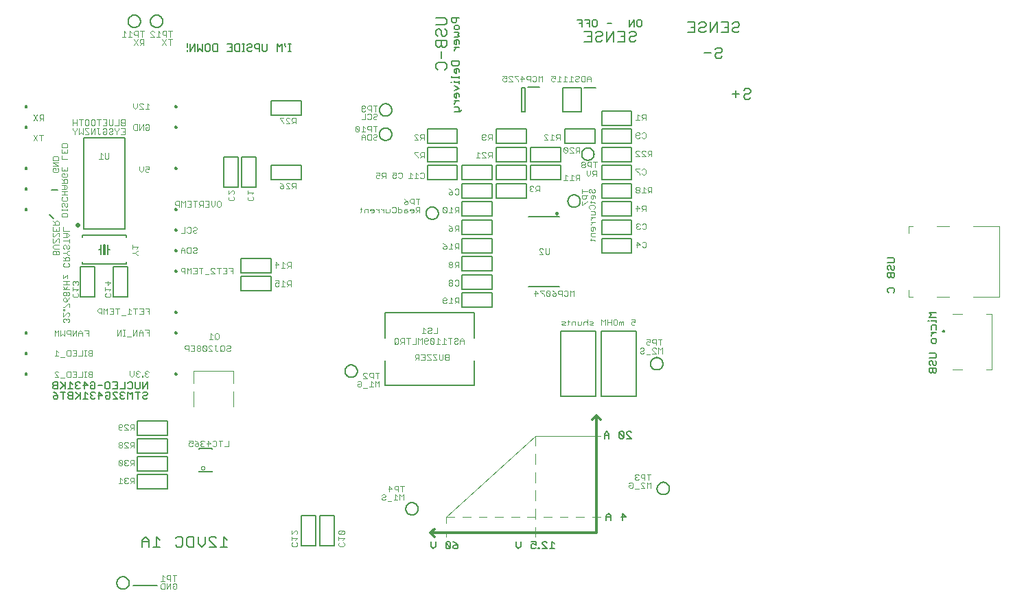
<source format=gbr>
G04 EAGLE Gerber RS-274X export*
G75*
%MOMM*%
%FSLAX34Y34*%
%LPD*%
%INSilkscreen Bottom*%
%IPPOS*%
%AMOC8*
5,1,8,0,0,1.08239X$1,22.5*%
G01*
%ADD10C,0.101600*%
%ADD11C,0.203200*%
%ADD12C,0.152400*%
%ADD13C,0.300000*%
%ADD14C,0.100000*%
%ADD15C,0.127000*%
%ADD16C,0.200000*%
%ADD17C,0.254000*%
%ADD18C,0.200000*%


D10*
X-1043918Y218333D02*
X-1042753Y219498D01*
X-1040423Y219498D01*
X-1039258Y218333D01*
X-1039258Y213673D01*
X-1040423Y212508D01*
X-1042753Y212508D01*
X-1043918Y213673D01*
X-1043918Y216003D01*
X-1041588Y216003D01*
X-1046624Y212508D02*
X-1046624Y219498D01*
X-1051284Y212508D01*
X-1051284Y219498D01*
X-1053991Y219498D02*
X-1053991Y212508D01*
X-1057486Y212508D01*
X-1058651Y213673D01*
X-1058651Y218333D01*
X-1057486Y219498D01*
X-1053991Y219498D01*
X-1114310Y-34802D02*
X-1114310Y-41792D01*
X-1114310Y-34802D02*
X-1118970Y-34802D01*
X-1116640Y-38297D02*
X-1114310Y-38297D01*
X-1121677Y-37132D02*
X-1121677Y-41792D01*
X-1121677Y-37132D02*
X-1124007Y-34802D01*
X-1126337Y-37132D01*
X-1126337Y-41792D01*
X-1126337Y-38297D02*
X-1121677Y-38297D01*
X-1129043Y-41792D02*
X-1129043Y-34802D01*
X-1133703Y-41792D01*
X-1133703Y-34802D01*
X-1136409Y-34802D02*
X-1136409Y-41792D01*
X-1136409Y-34802D02*
X-1139904Y-34802D01*
X-1141069Y-35967D01*
X-1141069Y-38297D01*
X-1139904Y-39462D01*
X-1136409Y-39462D01*
X-1143775Y-41792D02*
X-1143775Y-34802D01*
X-1146105Y-39462D02*
X-1143775Y-41792D01*
X-1146105Y-39462D02*
X-1148435Y-41792D01*
X-1148435Y-34802D01*
X-1151142Y-34802D02*
X-1151142Y-41792D01*
X-1153472Y-37132D02*
X-1151142Y-34802D01*
X-1153472Y-37132D02*
X-1155802Y-34802D01*
X-1155802Y-41792D01*
X-1109399Y-59402D02*
X-1109399Y-66392D01*
X-1109399Y-59402D02*
X-1112894Y-59402D01*
X-1114059Y-60567D01*
X-1114059Y-61732D01*
X-1112894Y-62897D01*
X-1114059Y-64062D01*
X-1114059Y-65227D01*
X-1112894Y-66392D01*
X-1109399Y-66392D01*
X-1109399Y-62897D02*
X-1112894Y-62897D01*
X-1116766Y-66392D02*
X-1119096Y-66392D01*
X-1117931Y-66392D02*
X-1117931Y-59402D01*
X-1116766Y-59402D02*
X-1119096Y-59402D01*
X-1121677Y-59402D02*
X-1121677Y-66392D01*
X-1126336Y-66392D01*
X-1129043Y-59402D02*
X-1133703Y-59402D01*
X-1129043Y-59402D02*
X-1129043Y-66392D01*
X-1133703Y-66392D01*
X-1131373Y-62897D02*
X-1129043Y-62897D01*
X-1136409Y-59402D02*
X-1136409Y-66392D01*
X-1139904Y-66392D01*
X-1141069Y-65227D01*
X-1141069Y-60567D01*
X-1139904Y-59402D01*
X-1136409Y-59402D01*
X-1143775Y-67557D02*
X-1148435Y-67557D01*
X-1151142Y-61732D02*
X-1153472Y-59402D01*
X-1153472Y-66392D01*
X-1151142Y-66392D02*
X-1155802Y-66392D01*
X-1109399Y-85502D02*
X-1109399Y-92492D01*
X-1109399Y-85502D02*
X-1112894Y-85502D01*
X-1114059Y-86667D01*
X-1114059Y-87832D01*
X-1112894Y-88997D01*
X-1114059Y-90162D01*
X-1114059Y-91327D01*
X-1112894Y-92492D01*
X-1109399Y-92492D01*
X-1109399Y-88997D02*
X-1112894Y-88997D01*
X-1116766Y-92492D02*
X-1119096Y-92492D01*
X-1117931Y-92492D02*
X-1117931Y-85502D01*
X-1116766Y-85502D02*
X-1119096Y-85502D01*
X-1121677Y-85502D02*
X-1121677Y-92492D01*
X-1126336Y-92492D01*
X-1129043Y-85502D02*
X-1133703Y-85502D01*
X-1129043Y-85502D02*
X-1129043Y-92492D01*
X-1133703Y-92492D01*
X-1131373Y-88997D02*
X-1129043Y-88997D01*
X-1136409Y-85502D02*
X-1136409Y-92492D01*
X-1139904Y-92492D01*
X-1141069Y-91327D01*
X-1141069Y-86667D01*
X-1139904Y-85502D01*
X-1136409Y-85502D01*
X-1143775Y-93657D02*
X-1148435Y-93657D01*
X-1151142Y-92492D02*
X-1155802Y-92492D01*
X-1151142Y-92492D02*
X-1155802Y-87832D01*
X-1155802Y-86667D01*
X-1154637Y-85502D01*
X-1152307Y-85502D01*
X-1151142Y-86667D01*
X-1040873Y-85202D02*
X-1039708Y-86367D01*
X-1040873Y-85202D02*
X-1043203Y-85202D01*
X-1044368Y-86367D01*
X-1044368Y-87532D01*
X-1043203Y-88697D01*
X-1042038Y-88697D01*
X-1043203Y-88697D02*
X-1044368Y-89862D01*
X-1044368Y-91027D01*
X-1043203Y-92192D01*
X-1040873Y-92192D01*
X-1039708Y-91027D01*
X-1047074Y-91027D02*
X-1047074Y-92192D01*
X-1047074Y-91027D02*
X-1048239Y-91027D01*
X-1048239Y-92192D01*
X-1047074Y-92192D01*
X-1050757Y-86367D02*
X-1051922Y-85202D01*
X-1054252Y-85202D01*
X-1055417Y-86367D01*
X-1055417Y-87532D01*
X-1054252Y-88697D01*
X-1053087Y-88697D01*
X-1054252Y-88697D02*
X-1055417Y-89862D01*
X-1055417Y-91027D01*
X-1054252Y-92192D01*
X-1051922Y-92192D01*
X-1050757Y-91027D01*
X-1058124Y-89862D02*
X-1058124Y-85202D01*
X-1058124Y-89862D02*
X-1060454Y-92192D01*
X-1062784Y-89862D01*
X-1062784Y-85202D01*
X-1039208Y-14992D02*
X-1039208Y-8002D01*
X-1043868Y-8002D01*
X-1041538Y-11497D02*
X-1039208Y-11497D01*
X-1046574Y-8002D02*
X-1051234Y-8002D01*
X-1046574Y-8002D02*
X-1046574Y-14992D01*
X-1051234Y-14992D01*
X-1048904Y-11497D02*
X-1046574Y-11497D01*
X-1056271Y-14992D02*
X-1056271Y-8002D01*
X-1053941Y-8002D02*
X-1058601Y-8002D01*
X-1061307Y-10332D02*
X-1063637Y-8002D01*
X-1063637Y-14992D01*
X-1061307Y-14992D02*
X-1065967Y-14992D01*
X-1068673Y-16157D02*
X-1073333Y-16157D01*
X-1078369Y-14992D02*
X-1078369Y-8002D01*
X-1076039Y-8002D02*
X-1080699Y-8002D01*
X-1083406Y-8002D02*
X-1088066Y-8002D01*
X-1083406Y-8002D02*
X-1083406Y-14992D01*
X-1088066Y-14992D01*
X-1085736Y-11497D02*
X-1083406Y-11497D01*
X-1090772Y-14992D02*
X-1090772Y-8002D01*
X-1093102Y-10332D01*
X-1095432Y-8002D01*
X-1095432Y-14992D01*
X-1098138Y-14992D02*
X-1098138Y-8002D01*
X-1101633Y-8002D01*
X-1102798Y-9167D01*
X-1102798Y-11497D01*
X-1101633Y-12662D01*
X-1098138Y-12662D01*
X-985168Y66333D02*
X-984003Y67498D01*
X-981673Y67498D01*
X-980508Y66333D01*
X-980508Y65168D01*
X-981673Y64003D01*
X-984003Y64003D01*
X-985168Y62838D01*
X-985168Y61673D01*
X-984003Y60508D01*
X-981673Y60508D01*
X-980508Y61673D01*
X-987874Y60508D02*
X-987874Y67498D01*
X-987874Y60508D02*
X-991369Y60508D01*
X-992534Y61673D01*
X-992534Y66333D01*
X-991369Y67498D01*
X-987874Y67498D01*
X-995241Y65168D02*
X-995241Y60508D01*
X-995241Y65168D02*
X-997571Y67498D01*
X-999901Y65168D01*
X-999901Y60508D01*
X-999901Y64003D02*
X-995241Y64003D01*
X-985168Y91333D02*
X-984003Y92498D01*
X-981673Y92498D01*
X-980508Y91333D01*
X-980508Y90168D01*
X-981673Y89003D01*
X-984003Y89003D01*
X-985168Y87838D01*
X-985168Y86673D01*
X-984003Y85508D01*
X-981673Y85508D01*
X-980508Y86673D01*
X-991369Y92498D02*
X-992534Y91333D01*
X-991369Y92498D02*
X-989039Y92498D01*
X-987874Y91333D01*
X-987874Y86673D01*
X-989039Y85508D01*
X-991369Y85508D01*
X-992534Y86673D01*
X-995241Y85508D02*
X-995241Y92498D01*
X-995241Y85508D02*
X-999901Y85508D01*
X-1039208Y167498D02*
X-1043868Y167498D01*
X-1039208Y167498D02*
X-1039208Y164003D01*
X-1041538Y165168D01*
X-1042703Y165168D01*
X-1043868Y164003D01*
X-1043868Y161673D01*
X-1042703Y160508D01*
X-1040373Y160508D01*
X-1039208Y161673D01*
X-1046574Y162838D02*
X-1046574Y167498D01*
X-1046574Y162838D02*
X-1048904Y160508D01*
X-1051234Y162838D01*
X-1051234Y167498D01*
X-1039208Y243368D02*
X-1041538Y245698D01*
X-1041538Y238708D01*
X-1039208Y238708D02*
X-1043868Y238708D01*
X-1046574Y238708D02*
X-1051234Y238708D01*
X-1046574Y238708D02*
X-1051234Y243368D01*
X-1051234Y244533D01*
X-1050069Y245698D01*
X-1047739Y245698D01*
X-1046574Y244533D01*
X-1053941Y245698D02*
X-1053941Y241038D01*
X-1056271Y238708D01*
X-1058601Y241038D01*
X-1058601Y245698D01*
X-1151202Y164203D02*
X-1152367Y165368D01*
X-1151202Y164203D02*
X-1151202Y161873D01*
X-1152367Y160708D01*
X-1157027Y160708D01*
X-1158192Y161873D01*
X-1158192Y164203D01*
X-1157027Y165368D01*
X-1154697Y165368D01*
X-1154697Y163038D01*
X-1158192Y168074D02*
X-1151202Y168074D01*
X-1158192Y172734D01*
X-1151202Y172734D01*
X-1151202Y175441D02*
X-1158192Y175441D01*
X-1158192Y178936D01*
X-1157027Y180101D01*
X-1152367Y180101D01*
X-1151202Y178936D01*
X-1151202Y175441D01*
D11*
X-946964Y-289556D02*
X-942638Y-293882D01*
X-946964Y-289556D02*
X-946964Y-302535D01*
X-942638Y-302535D02*
X-951291Y-302535D01*
X-956450Y-302535D02*
X-965103Y-302535D01*
X-956450Y-302535D02*
X-965103Y-293882D01*
X-965103Y-291719D01*
X-962939Y-289556D01*
X-958613Y-289556D01*
X-956450Y-291719D01*
X-970262Y-289556D02*
X-970262Y-298209D01*
X-974588Y-302535D01*
X-978914Y-298209D01*
X-978914Y-289556D01*
X-984073Y-289556D02*
X-984073Y-302535D01*
X-990563Y-302535D01*
X-992726Y-300372D01*
X-992726Y-291719D01*
X-990563Y-289556D01*
X-984073Y-289556D01*
X-1004375Y-289556D02*
X-1006538Y-291719D01*
X-1004375Y-289556D02*
X-1000048Y-289556D01*
X-997885Y-291719D01*
X-997885Y-300372D01*
X-1000048Y-302535D01*
X-1004375Y-302535D01*
X-1006538Y-300372D01*
X-1025509Y-293882D02*
X-1029835Y-289556D01*
X-1029835Y-302535D01*
X-1025509Y-302535D02*
X-1034161Y-302535D01*
X-1039320Y-302535D02*
X-1039320Y-293882D01*
X-1043647Y-289556D01*
X-1047973Y-293882D01*
X-1047973Y-302535D01*
X-1047973Y-296046D02*
X-1039320Y-296046D01*
D12*
X-1041553Y-107179D02*
X-1041553Y-98696D01*
X-1047208Y-107179D01*
X-1047208Y-98696D01*
X-1050761Y-98696D02*
X-1050761Y-105765D01*
X-1052175Y-107179D01*
X-1055002Y-107179D01*
X-1056416Y-105765D01*
X-1056416Y-98696D01*
X-1064210Y-98696D02*
X-1065624Y-100109D01*
X-1064210Y-98696D02*
X-1061382Y-98696D01*
X-1059969Y-100109D01*
X-1059969Y-105765D01*
X-1061382Y-107179D01*
X-1064210Y-107179D01*
X-1065624Y-105765D01*
X-1069176Y-107179D02*
X-1069176Y-98696D01*
X-1069176Y-107179D02*
X-1074832Y-107179D01*
X-1078384Y-98696D02*
X-1084040Y-98696D01*
X-1078384Y-98696D02*
X-1078384Y-107179D01*
X-1084040Y-107179D01*
X-1081212Y-102937D02*
X-1078384Y-102937D01*
X-1089006Y-98696D02*
X-1091834Y-98696D01*
X-1089006Y-98696D02*
X-1087592Y-100109D01*
X-1087592Y-105765D01*
X-1089006Y-107179D01*
X-1091834Y-107179D01*
X-1093248Y-105765D01*
X-1093248Y-100109D01*
X-1091834Y-98696D01*
X-1096800Y-102937D02*
X-1102455Y-102937D01*
X-1110249Y-98696D02*
X-1111663Y-100109D01*
X-1110249Y-98696D02*
X-1107422Y-98696D01*
X-1106008Y-100109D01*
X-1106008Y-105765D01*
X-1107422Y-107179D01*
X-1110249Y-107179D01*
X-1111663Y-105765D01*
X-1111663Y-102937D01*
X-1108835Y-102937D01*
X-1119457Y-107179D02*
X-1119457Y-98696D01*
X-1115216Y-102937D01*
X-1120871Y-102937D01*
X-1124423Y-100109D02*
X-1125837Y-98696D01*
X-1128665Y-98696D01*
X-1130079Y-100109D01*
X-1130079Y-101523D01*
X-1128665Y-102937D01*
X-1127251Y-102937D01*
X-1128665Y-102937D02*
X-1130079Y-104351D01*
X-1130079Y-105765D01*
X-1128665Y-107179D01*
X-1125837Y-107179D01*
X-1124423Y-105765D01*
X-1133631Y-101523D02*
X-1136459Y-98696D01*
X-1136459Y-107179D01*
X-1133631Y-107179D02*
X-1139287Y-107179D01*
X-1142839Y-107179D02*
X-1142839Y-98696D01*
X-1142839Y-104351D02*
X-1148495Y-98696D01*
X-1144253Y-102937D02*
X-1148495Y-107179D01*
X-1152047Y-107179D02*
X-1152047Y-98696D01*
X-1156289Y-98696D01*
X-1157702Y-100109D01*
X-1157702Y-101523D01*
X-1156289Y-102937D01*
X-1157702Y-104351D01*
X-1157702Y-105765D01*
X-1156289Y-107179D01*
X-1152047Y-107179D01*
X-1152047Y-102937D02*
X-1156289Y-102937D01*
X-1047061Y-112213D02*
X-1045647Y-110799D01*
X-1042819Y-110799D01*
X-1041405Y-112213D01*
X-1041405Y-113627D01*
X-1042819Y-115041D01*
X-1045647Y-115041D01*
X-1047061Y-116455D01*
X-1047061Y-117869D01*
X-1045647Y-119283D01*
X-1042819Y-119283D01*
X-1041405Y-117869D01*
X-1053441Y-119283D02*
X-1053441Y-110799D01*
X-1050613Y-110799D02*
X-1056269Y-110799D01*
X-1059821Y-110799D02*
X-1059821Y-119283D01*
X-1062649Y-113627D02*
X-1059821Y-110799D01*
X-1062649Y-113627D02*
X-1065476Y-110799D01*
X-1065476Y-119283D01*
X-1069029Y-112213D02*
X-1070443Y-110799D01*
X-1073270Y-110799D01*
X-1074684Y-112213D01*
X-1074684Y-113627D01*
X-1073270Y-115041D01*
X-1071857Y-115041D01*
X-1073270Y-115041D02*
X-1074684Y-116455D01*
X-1074684Y-117869D01*
X-1073270Y-119283D01*
X-1070443Y-119283D01*
X-1069029Y-117869D01*
X-1078237Y-119283D02*
X-1083892Y-119283D01*
X-1078237Y-119283D02*
X-1083892Y-113627D01*
X-1083892Y-112213D01*
X-1082478Y-110799D01*
X-1079650Y-110799D01*
X-1078237Y-112213D01*
X-1091686Y-110799D02*
X-1093100Y-112213D01*
X-1091686Y-110799D02*
X-1088858Y-110799D01*
X-1087444Y-112213D01*
X-1087444Y-117869D01*
X-1088858Y-119283D01*
X-1091686Y-119283D01*
X-1093100Y-117869D01*
X-1093100Y-115041D01*
X-1090272Y-115041D01*
X-1100894Y-119283D02*
X-1100894Y-110799D01*
X-1096652Y-115041D01*
X-1102308Y-115041D01*
X-1105860Y-112213D02*
X-1107274Y-110799D01*
X-1110102Y-110799D01*
X-1111516Y-112213D01*
X-1111516Y-113627D01*
X-1110102Y-115041D01*
X-1108688Y-115041D01*
X-1110102Y-115041D02*
X-1111516Y-116455D01*
X-1111516Y-117869D01*
X-1110102Y-119283D01*
X-1107274Y-119283D01*
X-1105860Y-117869D01*
X-1115068Y-113627D02*
X-1117896Y-110799D01*
X-1117896Y-119283D01*
X-1120723Y-119283D02*
X-1115068Y-119283D01*
X-1124276Y-119283D02*
X-1124276Y-110799D01*
X-1129931Y-110799D02*
X-1124276Y-116455D01*
X-1125690Y-115041D02*
X-1129931Y-119283D01*
X-1133484Y-119283D02*
X-1133484Y-110799D01*
X-1137725Y-110799D01*
X-1139139Y-112213D01*
X-1139139Y-113627D01*
X-1137725Y-115041D01*
X-1139139Y-116455D01*
X-1139139Y-117869D01*
X-1137725Y-119283D01*
X-1133484Y-119283D01*
X-1133484Y-115041D02*
X-1137725Y-115041D01*
X-1145519Y-119283D02*
X-1145519Y-110799D01*
X-1142692Y-110799D02*
X-1148347Y-110799D01*
X-1154727Y-112213D02*
X-1157555Y-110799D01*
X-1154727Y-112213D02*
X-1151899Y-115041D01*
X-1151899Y-117869D01*
X-1153313Y-119283D01*
X-1156141Y-119283D01*
X-1157555Y-117869D01*
X-1157555Y-116455D01*
X-1156141Y-115041D01*
X-1151899Y-115041D01*
D13*
X-487600Y-165100D02*
X-487600Y-285100D01*
X-487600Y-165100D02*
X-487600Y-140100D01*
X-487600Y-285100D02*
X-692600Y-285100D01*
D14*
X-562600Y-165100D02*
X-487600Y-165100D01*
X-562600Y-165100D02*
X-672600Y-265100D01*
D13*
X-487600Y-140100D02*
X-482600Y-145100D01*
X-487600Y-140100D02*
X-492600Y-145100D01*
X-687600Y-280100D02*
X-692600Y-285100D01*
X-687600Y-290100D01*
D15*
X-450060Y-168465D02*
X-444235Y-168465D01*
X-450060Y-162640D01*
X-450060Y-161184D01*
X-448604Y-159728D01*
X-445691Y-159728D01*
X-444235Y-161184D01*
X-453443Y-161184D02*
X-453443Y-167009D01*
X-453443Y-161184D02*
X-454899Y-159728D01*
X-457812Y-159728D01*
X-459268Y-161184D01*
X-459268Y-167009D01*
X-457812Y-168465D01*
X-454899Y-168465D01*
X-453443Y-167009D01*
X-459268Y-161184D01*
X-471859Y-162640D02*
X-471859Y-168465D01*
X-471859Y-162640D02*
X-474771Y-159728D01*
X-477684Y-162640D01*
X-477684Y-168465D01*
X-477684Y-164096D02*
X-471859Y-164096D01*
X-542147Y-295728D02*
X-539235Y-298640D01*
X-542147Y-295728D02*
X-542147Y-304465D01*
X-539235Y-304465D02*
X-545060Y-304465D01*
X-548443Y-304465D02*
X-554268Y-304465D01*
X-548443Y-304465D02*
X-554268Y-298640D01*
X-554268Y-297184D01*
X-552812Y-295728D01*
X-549899Y-295728D01*
X-548443Y-297184D01*
X-557651Y-303009D02*
X-557651Y-304465D01*
X-557651Y-303009D02*
X-559107Y-303009D01*
X-559107Y-304465D01*
X-557651Y-304465D01*
X-562255Y-295728D02*
X-568080Y-295728D01*
X-562255Y-295728D02*
X-562255Y-300096D01*
X-565167Y-298640D01*
X-566623Y-298640D01*
X-568080Y-300096D01*
X-568080Y-303009D01*
X-566623Y-304465D01*
X-563711Y-304465D01*
X-562255Y-303009D01*
X-580670Y-301553D02*
X-580670Y-295728D01*
X-580670Y-301553D02*
X-583583Y-304465D01*
X-586495Y-301553D01*
X-586495Y-295728D01*
D14*
X-562600Y-177600D02*
X-562600Y-165100D01*
X-562600Y-187600D02*
X-562600Y-200100D01*
X-562600Y-210100D02*
X-562600Y-222600D01*
X-562600Y-232600D02*
X-562600Y-245100D01*
X-562600Y-255100D02*
X-562600Y-267600D01*
X-562600Y-277600D02*
X-562600Y-290100D01*
X-487600Y-165100D02*
X-482600Y-165100D01*
X-672600Y-265100D02*
X-672600Y-272600D01*
X-672600Y-282600D02*
X-672600Y-290100D01*
D15*
X-664060Y-295728D02*
X-661147Y-297184D01*
X-658235Y-300096D01*
X-658235Y-303009D01*
X-659691Y-304465D01*
X-662604Y-304465D01*
X-664060Y-303009D01*
X-664060Y-301553D01*
X-662604Y-300096D01*
X-658235Y-300096D01*
X-667443Y-303009D02*
X-667443Y-297184D01*
X-668899Y-295728D01*
X-671812Y-295728D01*
X-673268Y-297184D01*
X-673268Y-303009D01*
X-671812Y-304465D01*
X-668899Y-304465D01*
X-667443Y-303009D01*
X-673268Y-297184D01*
X-685859Y-295728D02*
X-685859Y-301553D01*
X-688771Y-304465D01*
X-691684Y-301553D01*
X-691684Y-295728D01*
D14*
X-672600Y-265100D02*
X-662600Y-265100D01*
X-652600Y-265100D02*
X-642600Y-265100D01*
X-632600Y-265100D02*
X-622600Y-265100D01*
X-612600Y-265100D02*
X-602600Y-265100D01*
X-592600Y-265100D02*
X-582600Y-265100D01*
X-572600Y-265100D02*
X-562600Y-265100D01*
X-552600Y-265100D02*
X-542600Y-265100D01*
X-532600Y-265100D02*
X-522600Y-265100D01*
X-512600Y-265100D02*
X-502600Y-265100D01*
X-492600Y-265100D02*
X-482600Y-265100D01*
D15*
X-455604Y-269465D02*
X-455604Y-260728D01*
X-451235Y-265096D01*
X-457060Y-265096D01*
X-469651Y-263640D02*
X-469651Y-269465D01*
X-469651Y-263640D02*
X-472563Y-260728D01*
X-475476Y-263640D01*
X-475476Y-269465D01*
X-475476Y-265096D02*
X-469651Y-265096D01*
D10*
X-951873Y124698D02*
X-954203Y124698D01*
X-951873Y124698D02*
X-950708Y123533D01*
X-950708Y118873D01*
X-951873Y117708D01*
X-954203Y117708D01*
X-955368Y118873D01*
X-955368Y123533D01*
X-954203Y124698D01*
X-958074Y124698D02*
X-958074Y120038D01*
X-960404Y117708D01*
X-962734Y120038D01*
X-962734Y124698D01*
X-965441Y124698D02*
X-970101Y124698D01*
X-965441Y124698D02*
X-965441Y117708D01*
X-970101Y117708D01*
X-967771Y121203D02*
X-965441Y121203D01*
X-972807Y117708D02*
X-972807Y124698D01*
X-976302Y124698D01*
X-977467Y123533D01*
X-977467Y121203D01*
X-976302Y120038D01*
X-972807Y120038D01*
X-975137Y120038D02*
X-977467Y117708D01*
X-982503Y117708D02*
X-982503Y124698D01*
X-980173Y124698D02*
X-984833Y124698D01*
X-987539Y124698D02*
X-992199Y124698D01*
X-987539Y124698D02*
X-987539Y117708D01*
X-992199Y117708D01*
X-989869Y121203D02*
X-987539Y121203D01*
X-994906Y117708D02*
X-994906Y124698D01*
X-997236Y122368D01*
X-999566Y124698D01*
X-999566Y117708D01*
X-1002272Y117708D02*
X-1002272Y124698D01*
X-1005767Y124698D01*
X-1006932Y123533D01*
X-1006932Y121203D01*
X-1005767Y120038D01*
X-1002272Y120038D01*
X-1150602Y58708D02*
X-1157592Y58708D01*
X-1150602Y58708D02*
X-1150602Y62203D01*
X-1151767Y63368D01*
X-1152932Y63368D01*
X-1154097Y62203D01*
X-1155262Y63368D01*
X-1156427Y63368D01*
X-1157592Y62203D01*
X-1157592Y58708D01*
X-1154097Y58708D02*
X-1154097Y62203D01*
X-1156427Y66074D02*
X-1150602Y66074D01*
X-1156427Y66074D02*
X-1157592Y67239D01*
X-1157592Y69569D01*
X-1156427Y70734D01*
X-1150602Y70734D01*
X-1150602Y73441D02*
X-1150602Y78101D01*
X-1151767Y78101D01*
X-1156427Y73441D01*
X-1157592Y73441D01*
X-1157592Y78101D01*
X-1150602Y80807D02*
X-1150602Y85467D01*
X-1151767Y85467D01*
X-1156427Y80807D01*
X-1157592Y80807D01*
X-1157592Y85467D01*
X-1150602Y88173D02*
X-1150602Y92833D01*
X-1150602Y88173D02*
X-1157592Y88173D01*
X-1157592Y92833D01*
X-1154097Y90503D02*
X-1154097Y88173D01*
X-1157592Y95539D02*
X-1150602Y95539D01*
X-1150602Y99034D01*
X-1151767Y100199D01*
X-1154097Y100199D01*
X-1155262Y99034D01*
X-1155262Y95539D01*
X-1155262Y97869D02*
X-1157592Y100199D01*
X-936208Y42298D02*
X-936208Y35308D01*
X-936208Y42298D02*
X-940868Y42298D01*
X-938538Y38803D02*
X-936208Y38803D01*
X-943574Y42298D02*
X-948234Y42298D01*
X-943574Y42298D02*
X-943574Y35308D01*
X-948234Y35308D01*
X-945904Y38803D02*
X-943574Y38803D01*
X-953271Y35308D02*
X-953271Y42298D01*
X-950941Y42298D02*
X-955601Y42298D01*
X-958307Y35308D02*
X-962967Y35308D01*
X-958307Y35308D02*
X-962967Y39968D01*
X-962967Y41133D01*
X-961802Y42298D01*
X-959472Y42298D01*
X-958307Y41133D01*
X-965673Y34143D02*
X-970333Y34143D01*
X-975369Y35308D02*
X-975369Y42298D01*
X-973039Y42298D02*
X-977699Y42298D01*
X-980406Y42298D02*
X-985066Y42298D01*
X-980406Y42298D02*
X-980406Y35308D01*
X-985066Y35308D01*
X-982736Y38803D02*
X-980406Y38803D01*
X-987772Y35308D02*
X-987772Y42298D01*
X-990102Y39968D01*
X-992432Y42298D01*
X-992432Y35308D01*
X-995138Y35308D02*
X-995138Y42298D01*
X-998633Y42298D01*
X-999798Y41133D01*
X-999798Y38803D01*
X-998633Y37638D01*
X-995138Y37638D01*
X-1039708Y-34402D02*
X-1039708Y-41392D01*
X-1039708Y-34402D02*
X-1044368Y-34402D01*
X-1042038Y-37897D02*
X-1039708Y-37897D01*
X-1047074Y-36732D02*
X-1047074Y-41392D01*
X-1047074Y-36732D02*
X-1049404Y-34402D01*
X-1051734Y-36732D01*
X-1051734Y-41392D01*
X-1051734Y-37897D02*
X-1047074Y-37897D01*
X-1054441Y-41392D02*
X-1054441Y-34402D01*
X-1059101Y-41392D01*
X-1059101Y-34402D01*
X-1061807Y-42557D02*
X-1066467Y-42557D01*
X-1069173Y-41392D02*
X-1071503Y-41392D01*
X-1070338Y-41392D02*
X-1070338Y-34402D01*
X-1069173Y-34402D02*
X-1071503Y-34402D01*
X-1074084Y-34402D02*
X-1074084Y-41392D01*
X-1078744Y-41392D02*
X-1074084Y-34402D01*
X-1078744Y-34402D02*
X-1078744Y-41392D01*
X-1140002Y105508D02*
X-1146992Y105508D01*
X-1146992Y109003D01*
X-1145827Y110168D01*
X-1141167Y110168D01*
X-1140002Y109003D01*
X-1140002Y105508D01*
X-1146992Y112874D02*
X-1146992Y115204D01*
X-1146992Y114039D02*
X-1140002Y114039D01*
X-1140002Y112874D02*
X-1140002Y115204D01*
X-1140002Y121280D02*
X-1141167Y122445D01*
X-1140002Y121280D02*
X-1140002Y118950D01*
X-1141167Y117785D01*
X-1142332Y117785D01*
X-1143497Y118950D01*
X-1143497Y121280D01*
X-1144662Y122445D01*
X-1145827Y122445D01*
X-1146992Y121280D01*
X-1146992Y118950D01*
X-1145827Y117785D01*
X-1140002Y128646D02*
X-1141167Y129811D01*
X-1140002Y128646D02*
X-1140002Y126316D01*
X-1141167Y125151D01*
X-1145827Y125151D01*
X-1146992Y126316D01*
X-1146992Y128646D01*
X-1145827Y129811D01*
X-1146992Y132518D02*
X-1140002Y132518D01*
X-1143497Y132518D02*
X-1143497Y137178D01*
X-1140002Y137178D02*
X-1146992Y137178D01*
X-1146992Y139884D02*
X-1142332Y139884D01*
X-1140002Y142214D01*
X-1142332Y144544D01*
X-1146992Y144544D01*
X-1143497Y144544D02*
X-1143497Y139884D01*
X-1146992Y147250D02*
X-1140002Y147250D01*
X-1140002Y150745D01*
X-1141167Y151910D01*
X-1143497Y151910D01*
X-1144662Y150745D01*
X-1144662Y147250D01*
X-1144662Y149580D02*
X-1146992Y151910D01*
X-1140002Y158112D02*
X-1141167Y159277D01*
X-1140002Y158112D02*
X-1140002Y155782D01*
X-1141167Y154617D01*
X-1145827Y154617D01*
X-1146992Y155782D01*
X-1146992Y158112D01*
X-1145827Y159277D01*
X-1143497Y159277D01*
X-1143497Y156947D01*
X-1140002Y161983D02*
X-1140002Y166643D01*
X-1140002Y161983D02*
X-1146992Y161983D01*
X-1146992Y166643D01*
X-1143497Y164313D02*
X-1143497Y161983D01*
X-1140002Y176715D02*
X-1146992Y176715D01*
X-1146992Y181375D01*
X-1140002Y184082D02*
X-1140002Y188742D01*
X-1140002Y184082D02*
X-1146992Y184082D01*
X-1146992Y188742D01*
X-1143497Y186412D02*
X-1143497Y184082D01*
X-1140002Y191448D02*
X-1146992Y191448D01*
X-1146992Y194943D01*
X-1145827Y196108D01*
X-1141167Y196108D01*
X-1140002Y194943D01*
X-1140002Y191448D01*
D11*
X-305789Y261462D02*
X-303626Y263625D01*
X-299299Y263625D01*
X-297136Y261462D01*
X-297136Y259299D01*
X-299299Y257136D01*
X-303626Y257136D01*
X-305789Y254972D01*
X-305789Y252809D01*
X-303626Y250646D01*
X-299299Y250646D01*
X-297136Y252809D01*
X-310948Y257136D02*
X-319601Y257136D01*
X-315274Y261462D02*
X-315274Y252809D01*
X-319610Y343832D02*
X-317447Y345995D01*
X-313120Y345995D01*
X-310957Y343832D01*
X-310957Y341669D01*
X-313120Y339506D01*
X-317447Y339506D01*
X-319610Y337342D01*
X-319610Y335179D01*
X-317447Y333016D01*
X-313120Y333016D01*
X-310957Y335179D01*
X-324769Y345995D02*
X-333422Y345995D01*
X-324769Y345995D02*
X-324769Y333016D01*
X-333422Y333016D01*
X-329095Y339506D02*
X-324769Y339506D01*
X-338581Y333016D02*
X-338581Y345995D01*
X-347233Y333016D01*
X-347233Y345995D01*
X-358882Y345995D02*
X-361045Y343832D01*
X-358882Y345995D02*
X-354556Y345995D01*
X-352392Y343832D01*
X-352392Y341669D01*
X-354556Y339506D01*
X-358882Y339506D01*
X-361045Y337342D01*
X-361045Y335179D01*
X-358882Y333016D01*
X-354556Y333016D01*
X-352392Y335179D01*
X-366204Y345995D02*
X-374857Y345995D01*
X-366204Y345995D02*
X-366204Y333016D01*
X-374857Y333016D01*
X-370530Y339506D02*
X-366204Y339506D01*
D10*
X-1169775Y231498D02*
X-1169775Y224508D01*
X-1169775Y231498D02*
X-1173270Y231498D01*
X-1174435Y230333D01*
X-1174435Y228003D01*
X-1173270Y226838D01*
X-1169775Y226838D01*
X-1172105Y226838D02*
X-1174435Y224508D01*
X-1181802Y224508D02*
X-1177142Y231498D01*
X-1181802Y231498D02*
X-1177142Y224508D01*
X-1172405Y206298D02*
X-1172405Y199308D01*
X-1170075Y206298D02*
X-1174735Y206298D01*
X-1177442Y206298D02*
X-1182102Y199308D01*
X-1177442Y199308D02*
X-1182102Y206298D01*
X-669708Y-64402D02*
X-669708Y-71392D01*
X-669708Y-64402D02*
X-673203Y-64402D01*
X-674368Y-65567D01*
X-674368Y-66732D01*
X-673203Y-67897D01*
X-674368Y-69062D01*
X-674368Y-70227D01*
X-673203Y-71392D01*
X-669708Y-71392D01*
X-669708Y-67897D02*
X-673203Y-67897D01*
X-677074Y-70227D02*
X-677074Y-64402D01*
X-677074Y-70227D02*
X-678239Y-71392D01*
X-680569Y-71392D01*
X-681734Y-70227D01*
X-681734Y-64402D01*
X-684441Y-64402D02*
X-689101Y-64402D01*
X-689101Y-65567D01*
X-684441Y-70227D01*
X-684441Y-71392D01*
X-689101Y-71392D01*
X-691807Y-64402D02*
X-696467Y-64402D01*
X-696467Y-65567D01*
X-691807Y-70227D01*
X-691807Y-71392D01*
X-696467Y-71392D01*
X-699173Y-64402D02*
X-703833Y-64402D01*
X-699173Y-64402D02*
X-699173Y-71392D01*
X-703833Y-71392D01*
X-701503Y-67897D02*
X-699173Y-67897D01*
X-706539Y-71392D02*
X-706539Y-64402D01*
X-710034Y-64402D01*
X-711199Y-65567D01*
X-711199Y-67897D01*
X-710034Y-69062D01*
X-706539Y-69062D01*
X-708869Y-69062D02*
X-711199Y-71392D01*
D16*
X-1152000Y139000D02*
X-1160000Y139000D01*
X-1162000Y108000D02*
X-1157000Y103000D01*
D10*
X-554258Y272508D02*
X-554258Y279498D01*
X-556588Y277168D01*
X-558918Y279498D01*
X-558918Y272508D01*
X-565119Y279498D02*
X-566284Y278333D01*
X-565119Y279498D02*
X-562789Y279498D01*
X-561624Y278333D01*
X-561624Y273673D01*
X-562789Y272508D01*
X-565119Y272508D01*
X-566284Y273673D01*
X-568991Y272508D02*
X-568991Y279498D01*
X-572486Y279498D01*
X-573651Y278333D01*
X-573651Y276003D01*
X-572486Y274838D01*
X-568991Y274838D01*
X-579852Y272508D02*
X-579852Y279498D01*
X-576357Y276003D01*
X-581017Y276003D01*
X-583723Y279498D02*
X-588383Y279498D01*
X-588383Y278333D01*
X-583723Y273673D01*
X-583723Y272508D01*
X-591089Y272508D02*
X-595749Y272508D01*
X-591089Y272508D02*
X-595749Y277168D01*
X-595749Y278333D01*
X-594584Y279498D01*
X-592254Y279498D01*
X-591089Y278333D01*
X-598456Y279498D02*
X-603116Y279498D01*
X-598456Y279498D02*
X-598456Y276003D01*
X-600786Y277168D01*
X-601951Y277168D01*
X-603116Y276003D01*
X-603116Y273673D01*
X-601951Y272508D01*
X-599621Y272508D01*
X-598456Y273673D01*
X-494258Y272508D02*
X-494258Y277168D01*
X-496588Y279498D01*
X-498918Y277168D01*
X-498918Y272508D01*
X-498918Y276003D02*
X-494258Y276003D01*
X-501624Y279498D02*
X-501624Y272508D01*
X-505119Y272508D01*
X-506284Y273673D01*
X-506284Y278333D01*
X-505119Y279498D01*
X-501624Y279498D01*
X-512486Y279498D02*
X-513651Y278333D01*
X-512486Y279498D02*
X-510156Y279498D01*
X-508991Y278333D01*
X-508991Y277168D01*
X-510156Y276003D01*
X-512486Y276003D01*
X-513651Y274838D01*
X-513651Y273673D01*
X-512486Y272508D01*
X-510156Y272508D01*
X-508991Y273673D01*
X-516357Y277168D02*
X-518687Y279498D01*
X-518687Y272508D01*
X-516357Y272508D02*
X-521017Y272508D01*
X-523723Y277168D02*
X-526053Y279498D01*
X-526053Y272508D01*
X-523723Y272508D02*
X-528383Y272508D01*
X-531089Y277168D02*
X-533419Y279498D01*
X-533419Y272508D01*
X-531089Y272508D02*
X-535749Y272508D01*
X-538456Y279498D02*
X-543116Y279498D01*
X-538456Y279498D02*
X-538456Y276003D01*
X-540786Y277168D01*
X-541951Y277168D01*
X-543116Y276003D01*
X-543116Y273673D01*
X-541951Y272508D01*
X-539621Y272508D01*
X-538456Y273673D01*
X-515258Y14498D02*
X-515258Y7508D01*
X-517588Y12168D02*
X-515258Y14498D01*
X-517588Y12168D02*
X-519918Y14498D01*
X-519918Y7508D01*
X-526119Y14498D02*
X-527284Y13333D01*
X-526119Y14498D02*
X-523789Y14498D01*
X-522624Y13333D01*
X-522624Y8673D01*
X-523789Y7508D01*
X-526119Y7508D01*
X-527284Y8673D01*
X-529991Y7508D02*
X-529991Y14498D01*
X-533486Y14498D01*
X-534651Y13333D01*
X-534651Y11003D01*
X-533486Y9838D01*
X-529991Y9838D01*
X-539687Y13333D02*
X-542017Y14498D01*
X-539687Y13333D02*
X-537357Y11003D01*
X-537357Y8673D01*
X-538522Y7508D01*
X-540852Y7508D01*
X-542017Y8673D01*
X-542017Y9838D01*
X-540852Y11003D01*
X-537357Y11003D01*
X-544723Y8673D02*
X-544723Y13333D01*
X-545888Y14498D01*
X-548218Y14498D01*
X-549383Y13333D01*
X-549383Y8673D01*
X-548218Y7508D01*
X-545888Y7508D01*
X-544723Y8673D01*
X-549383Y13333D01*
X-552089Y14498D02*
X-556749Y14498D01*
X-556749Y13333D01*
X-552089Y8673D01*
X-552089Y7508D01*
X-562951Y7508D02*
X-562951Y14498D01*
X-559456Y11003D01*
X-564116Y11003D01*
X-444418Y-21502D02*
X-439758Y-21502D01*
X-439758Y-24997D01*
X-442088Y-23832D01*
X-443253Y-23832D01*
X-444418Y-24997D01*
X-444418Y-27327D01*
X-443253Y-28492D01*
X-440923Y-28492D01*
X-439758Y-27327D01*
X-454491Y-28492D02*
X-454491Y-23832D01*
X-455656Y-23832D01*
X-456821Y-24997D01*
X-456821Y-28492D01*
X-456821Y-24997D02*
X-457986Y-23832D01*
X-459151Y-24997D01*
X-459151Y-28492D01*
X-463022Y-21502D02*
X-465352Y-21502D01*
X-463022Y-21502D02*
X-461857Y-22667D01*
X-461857Y-27327D01*
X-463022Y-28492D01*
X-465352Y-28492D01*
X-466517Y-27327D01*
X-466517Y-22667D01*
X-465352Y-21502D01*
X-469223Y-21502D02*
X-469223Y-28492D01*
X-469223Y-24997D02*
X-473883Y-24997D01*
X-473883Y-21502D02*
X-473883Y-28492D01*
X-476589Y-28492D02*
X-476589Y-21502D01*
X-478919Y-23832D01*
X-481249Y-21502D01*
X-481249Y-28492D01*
X-491322Y-28492D02*
X-494817Y-28492D01*
X-495982Y-27327D01*
X-494817Y-26162D01*
X-492487Y-26162D01*
X-491322Y-24997D01*
X-492487Y-23832D01*
X-495982Y-23832D01*
X-498688Y-21502D02*
X-498688Y-28492D01*
X-498688Y-24997D02*
X-499853Y-23832D01*
X-502183Y-23832D01*
X-503348Y-24997D01*
X-503348Y-28492D01*
X-506055Y-27327D02*
X-506055Y-23832D01*
X-506055Y-27327D02*
X-507220Y-28492D01*
X-510715Y-28492D01*
X-510715Y-23832D01*
X-513421Y-23832D02*
X-513421Y-28492D01*
X-513421Y-23832D02*
X-516916Y-23832D01*
X-518081Y-24997D01*
X-518081Y-28492D01*
X-521952Y-27327D02*
X-521952Y-22667D01*
X-521952Y-27327D02*
X-523117Y-28492D01*
X-523117Y-23832D02*
X-520787Y-23832D01*
X-525698Y-28492D02*
X-529193Y-28492D01*
X-530358Y-27327D01*
X-529193Y-26162D01*
X-526863Y-26162D01*
X-525698Y-24997D01*
X-526863Y-23832D01*
X-530358Y-23832D01*
X-1138002Y-23827D02*
X-1139167Y-24992D01*
X-1138002Y-23827D02*
X-1138002Y-21497D01*
X-1139167Y-20332D01*
X-1140332Y-20332D01*
X-1141497Y-21497D01*
X-1141497Y-22662D01*
X-1141497Y-21497D02*
X-1142662Y-20332D01*
X-1143827Y-20332D01*
X-1144992Y-21497D01*
X-1144992Y-23827D01*
X-1143827Y-24992D01*
X-1144992Y-17626D02*
X-1144992Y-12966D01*
X-1144992Y-17626D02*
X-1140332Y-12966D01*
X-1139167Y-12966D01*
X-1138002Y-14131D01*
X-1138002Y-16461D01*
X-1139167Y-17626D01*
X-1143827Y-10259D02*
X-1144992Y-10259D01*
X-1143827Y-10259D02*
X-1143827Y-9094D01*
X-1144992Y-9094D01*
X-1144992Y-10259D01*
X-1138002Y-6576D02*
X-1138002Y-1916D01*
X-1139167Y-1916D01*
X-1143827Y-6576D01*
X-1144992Y-6576D01*
X-1139167Y3120D02*
X-1138002Y5450D01*
X-1139167Y3120D02*
X-1141497Y790D01*
X-1143827Y790D01*
X-1144992Y1955D01*
X-1144992Y4285D01*
X-1143827Y5450D01*
X-1142662Y5450D01*
X-1141497Y4285D01*
X-1141497Y790D01*
X-1139167Y8156D02*
X-1138002Y9321D01*
X-1138002Y11651D01*
X-1139167Y12816D01*
X-1140332Y12816D01*
X-1141497Y11651D01*
X-1142662Y12816D01*
X-1143827Y12816D01*
X-1144992Y11651D01*
X-1144992Y9321D01*
X-1143827Y8156D01*
X-1142662Y8156D01*
X-1141497Y9321D01*
X-1140332Y8156D01*
X-1139167Y8156D01*
X-1141497Y9321D02*
X-1141497Y11651D01*
X-1144992Y15523D02*
X-1138002Y15523D01*
X-1142662Y15523D02*
X-1144992Y19018D01*
X-1142662Y15523D02*
X-1140332Y19018D01*
X-1138002Y21661D02*
X-1144992Y21661D01*
X-1141497Y21661D02*
X-1141497Y26321D01*
X-1138002Y26321D02*
X-1144992Y26321D01*
X-1140332Y29027D02*
X-1140332Y33687D01*
X-1144992Y29027D01*
X-1144992Y33687D01*
X-1138002Y47255D02*
X-1139167Y48420D01*
X-1138002Y47255D02*
X-1138002Y44925D01*
X-1139167Y43760D01*
X-1143827Y43760D01*
X-1144992Y44925D01*
X-1144992Y47255D01*
X-1143827Y48420D01*
X-1144992Y51126D02*
X-1138002Y51126D01*
X-1138002Y54621D01*
X-1139167Y55786D01*
X-1141497Y55786D01*
X-1142662Y54621D01*
X-1142662Y51126D01*
X-1142662Y53456D02*
X-1144992Y55786D01*
X-1139167Y58493D02*
X-1138002Y58493D01*
X-1139167Y58493D02*
X-1141497Y60822D01*
X-1139167Y63152D01*
X-1138002Y63152D01*
X-1141497Y60822D02*
X-1144992Y60822D01*
X-1138002Y69354D02*
X-1139167Y70519D01*
X-1138002Y69354D02*
X-1138002Y67024D01*
X-1139167Y65859D01*
X-1140332Y65859D01*
X-1141497Y67024D01*
X-1141497Y69354D01*
X-1142662Y70519D01*
X-1143827Y70519D01*
X-1144992Y69354D01*
X-1144992Y67024D01*
X-1143827Y65859D01*
X-1144992Y75555D02*
X-1138002Y75555D01*
X-1138002Y73225D02*
X-1138002Y77885D01*
X-1140332Y80591D02*
X-1144992Y80591D01*
X-1140332Y80591D02*
X-1138002Y82921D01*
X-1140332Y85251D01*
X-1144992Y85251D01*
X-1141497Y85251D02*
X-1141497Y80591D01*
X-1138002Y87958D02*
X-1144992Y87958D01*
X-1144992Y92618D01*
D16*
X-1192118Y241500D02*
X-1192116Y241566D01*
X-1192110Y241632D01*
X-1192100Y241698D01*
X-1192087Y241763D01*
X-1192069Y241827D01*
X-1192048Y241889D01*
X-1192023Y241951D01*
X-1191995Y242011D01*
X-1191963Y242069D01*
X-1191927Y242125D01*
X-1191889Y242178D01*
X-1191847Y242230D01*
X-1191802Y242279D01*
X-1191755Y242325D01*
X-1191704Y242368D01*
X-1191652Y242408D01*
X-1191597Y242445D01*
X-1191540Y242479D01*
X-1191481Y242509D01*
X-1191420Y242536D01*
X-1191358Y242559D01*
X-1191295Y242578D01*
X-1191230Y242594D01*
X-1191165Y242606D01*
X-1191099Y242614D01*
X-1191033Y242618D01*
X-1190967Y242618D01*
X-1190901Y242614D01*
X-1190835Y242606D01*
X-1190770Y242594D01*
X-1190705Y242578D01*
X-1190642Y242559D01*
X-1190580Y242536D01*
X-1190519Y242509D01*
X-1190460Y242479D01*
X-1190403Y242445D01*
X-1190348Y242408D01*
X-1190296Y242368D01*
X-1190245Y242325D01*
X-1190198Y242279D01*
X-1190153Y242230D01*
X-1190111Y242178D01*
X-1190073Y242125D01*
X-1190037Y242069D01*
X-1190005Y242011D01*
X-1189977Y241951D01*
X-1189952Y241889D01*
X-1189931Y241827D01*
X-1189913Y241763D01*
X-1189900Y241698D01*
X-1189890Y241632D01*
X-1189884Y241566D01*
X-1189882Y241500D01*
X-1189884Y241434D01*
X-1189890Y241368D01*
X-1189900Y241302D01*
X-1189913Y241237D01*
X-1189931Y241173D01*
X-1189952Y241111D01*
X-1189977Y241049D01*
X-1190005Y240989D01*
X-1190037Y240931D01*
X-1190073Y240875D01*
X-1190111Y240822D01*
X-1190153Y240770D01*
X-1190198Y240721D01*
X-1190245Y240675D01*
X-1190296Y240632D01*
X-1190348Y240592D01*
X-1190403Y240555D01*
X-1190460Y240521D01*
X-1190519Y240491D01*
X-1190580Y240464D01*
X-1190642Y240441D01*
X-1190705Y240422D01*
X-1190770Y240406D01*
X-1190835Y240394D01*
X-1190901Y240386D01*
X-1190967Y240382D01*
X-1191033Y240382D01*
X-1191099Y240386D01*
X-1191165Y240394D01*
X-1191230Y240406D01*
X-1191295Y240422D01*
X-1191358Y240441D01*
X-1191420Y240464D01*
X-1191481Y240491D01*
X-1191540Y240521D01*
X-1191597Y240555D01*
X-1191652Y240592D01*
X-1191704Y240632D01*
X-1191755Y240675D01*
X-1191802Y240721D01*
X-1191847Y240770D01*
X-1191889Y240822D01*
X-1191927Y240875D01*
X-1191963Y240931D01*
X-1191995Y240989D01*
X-1192023Y241049D01*
X-1192048Y241111D01*
X-1192069Y241173D01*
X-1192087Y241237D01*
X-1192100Y241302D01*
X-1192110Y241368D01*
X-1192116Y241434D01*
X-1192118Y241500D01*
X-1192118Y216100D02*
X-1192116Y216166D01*
X-1192110Y216232D01*
X-1192100Y216298D01*
X-1192087Y216363D01*
X-1192069Y216427D01*
X-1192048Y216489D01*
X-1192023Y216551D01*
X-1191995Y216611D01*
X-1191963Y216669D01*
X-1191927Y216725D01*
X-1191889Y216778D01*
X-1191847Y216830D01*
X-1191802Y216879D01*
X-1191755Y216925D01*
X-1191704Y216968D01*
X-1191652Y217008D01*
X-1191597Y217045D01*
X-1191540Y217079D01*
X-1191481Y217109D01*
X-1191420Y217136D01*
X-1191358Y217159D01*
X-1191295Y217178D01*
X-1191230Y217194D01*
X-1191165Y217206D01*
X-1191099Y217214D01*
X-1191033Y217218D01*
X-1190967Y217218D01*
X-1190901Y217214D01*
X-1190835Y217206D01*
X-1190770Y217194D01*
X-1190705Y217178D01*
X-1190642Y217159D01*
X-1190580Y217136D01*
X-1190519Y217109D01*
X-1190460Y217079D01*
X-1190403Y217045D01*
X-1190348Y217008D01*
X-1190296Y216968D01*
X-1190245Y216925D01*
X-1190198Y216879D01*
X-1190153Y216830D01*
X-1190111Y216778D01*
X-1190073Y216725D01*
X-1190037Y216669D01*
X-1190005Y216611D01*
X-1189977Y216551D01*
X-1189952Y216489D01*
X-1189931Y216427D01*
X-1189913Y216363D01*
X-1189900Y216298D01*
X-1189890Y216232D01*
X-1189884Y216166D01*
X-1189882Y216100D01*
X-1189884Y216034D01*
X-1189890Y215968D01*
X-1189900Y215902D01*
X-1189913Y215837D01*
X-1189931Y215773D01*
X-1189952Y215711D01*
X-1189977Y215649D01*
X-1190005Y215589D01*
X-1190037Y215531D01*
X-1190073Y215475D01*
X-1190111Y215422D01*
X-1190153Y215370D01*
X-1190198Y215321D01*
X-1190245Y215275D01*
X-1190296Y215232D01*
X-1190348Y215192D01*
X-1190403Y215155D01*
X-1190460Y215121D01*
X-1190519Y215091D01*
X-1190580Y215064D01*
X-1190642Y215041D01*
X-1190705Y215022D01*
X-1190770Y215006D01*
X-1190835Y214994D01*
X-1190901Y214986D01*
X-1190967Y214982D01*
X-1191033Y214982D01*
X-1191099Y214986D01*
X-1191165Y214994D01*
X-1191230Y215006D01*
X-1191295Y215022D01*
X-1191358Y215041D01*
X-1191420Y215064D01*
X-1191481Y215091D01*
X-1191540Y215121D01*
X-1191597Y215155D01*
X-1191652Y215192D01*
X-1191704Y215232D01*
X-1191755Y215275D01*
X-1191802Y215321D01*
X-1191847Y215370D01*
X-1191889Y215422D01*
X-1191927Y215475D01*
X-1191963Y215531D01*
X-1191995Y215589D01*
X-1192023Y215649D01*
X-1192048Y215711D01*
X-1192069Y215773D01*
X-1192087Y215837D01*
X-1192100Y215902D01*
X-1192110Y215968D01*
X-1192116Y216034D01*
X-1192118Y216100D01*
X-1192118Y165300D02*
X-1192116Y165366D01*
X-1192110Y165432D01*
X-1192100Y165498D01*
X-1192087Y165563D01*
X-1192069Y165627D01*
X-1192048Y165689D01*
X-1192023Y165751D01*
X-1191995Y165811D01*
X-1191963Y165869D01*
X-1191927Y165925D01*
X-1191889Y165978D01*
X-1191847Y166030D01*
X-1191802Y166079D01*
X-1191755Y166125D01*
X-1191704Y166168D01*
X-1191652Y166208D01*
X-1191597Y166245D01*
X-1191540Y166279D01*
X-1191481Y166309D01*
X-1191420Y166336D01*
X-1191358Y166359D01*
X-1191295Y166378D01*
X-1191230Y166394D01*
X-1191165Y166406D01*
X-1191099Y166414D01*
X-1191033Y166418D01*
X-1190967Y166418D01*
X-1190901Y166414D01*
X-1190835Y166406D01*
X-1190770Y166394D01*
X-1190705Y166378D01*
X-1190642Y166359D01*
X-1190580Y166336D01*
X-1190519Y166309D01*
X-1190460Y166279D01*
X-1190403Y166245D01*
X-1190348Y166208D01*
X-1190296Y166168D01*
X-1190245Y166125D01*
X-1190198Y166079D01*
X-1190153Y166030D01*
X-1190111Y165978D01*
X-1190073Y165925D01*
X-1190037Y165869D01*
X-1190005Y165811D01*
X-1189977Y165751D01*
X-1189952Y165689D01*
X-1189931Y165627D01*
X-1189913Y165563D01*
X-1189900Y165498D01*
X-1189890Y165432D01*
X-1189884Y165366D01*
X-1189882Y165300D01*
X-1189884Y165234D01*
X-1189890Y165168D01*
X-1189900Y165102D01*
X-1189913Y165037D01*
X-1189931Y164973D01*
X-1189952Y164911D01*
X-1189977Y164849D01*
X-1190005Y164789D01*
X-1190037Y164731D01*
X-1190073Y164675D01*
X-1190111Y164622D01*
X-1190153Y164570D01*
X-1190198Y164521D01*
X-1190245Y164475D01*
X-1190296Y164432D01*
X-1190348Y164392D01*
X-1190403Y164355D01*
X-1190460Y164321D01*
X-1190519Y164291D01*
X-1190580Y164264D01*
X-1190642Y164241D01*
X-1190705Y164222D01*
X-1190770Y164206D01*
X-1190835Y164194D01*
X-1190901Y164186D01*
X-1190967Y164182D01*
X-1191033Y164182D01*
X-1191099Y164186D01*
X-1191165Y164194D01*
X-1191230Y164206D01*
X-1191295Y164222D01*
X-1191358Y164241D01*
X-1191420Y164264D01*
X-1191481Y164291D01*
X-1191540Y164321D01*
X-1191597Y164355D01*
X-1191652Y164392D01*
X-1191704Y164432D01*
X-1191755Y164475D01*
X-1191802Y164521D01*
X-1191847Y164570D01*
X-1191889Y164622D01*
X-1191927Y164675D01*
X-1191963Y164731D01*
X-1191995Y164789D01*
X-1192023Y164849D01*
X-1192048Y164911D01*
X-1192069Y164973D01*
X-1192087Y165037D01*
X-1192100Y165102D01*
X-1192110Y165168D01*
X-1192116Y165234D01*
X-1192118Y165300D01*
X-1192118Y139900D02*
X-1192116Y139966D01*
X-1192110Y140032D01*
X-1192100Y140098D01*
X-1192087Y140163D01*
X-1192069Y140227D01*
X-1192048Y140289D01*
X-1192023Y140351D01*
X-1191995Y140411D01*
X-1191963Y140469D01*
X-1191927Y140525D01*
X-1191889Y140578D01*
X-1191847Y140630D01*
X-1191802Y140679D01*
X-1191755Y140725D01*
X-1191704Y140768D01*
X-1191652Y140808D01*
X-1191597Y140845D01*
X-1191540Y140879D01*
X-1191481Y140909D01*
X-1191420Y140936D01*
X-1191358Y140959D01*
X-1191295Y140978D01*
X-1191230Y140994D01*
X-1191165Y141006D01*
X-1191099Y141014D01*
X-1191033Y141018D01*
X-1190967Y141018D01*
X-1190901Y141014D01*
X-1190835Y141006D01*
X-1190770Y140994D01*
X-1190705Y140978D01*
X-1190642Y140959D01*
X-1190580Y140936D01*
X-1190519Y140909D01*
X-1190460Y140879D01*
X-1190403Y140845D01*
X-1190348Y140808D01*
X-1190296Y140768D01*
X-1190245Y140725D01*
X-1190198Y140679D01*
X-1190153Y140630D01*
X-1190111Y140578D01*
X-1190073Y140525D01*
X-1190037Y140469D01*
X-1190005Y140411D01*
X-1189977Y140351D01*
X-1189952Y140289D01*
X-1189931Y140227D01*
X-1189913Y140163D01*
X-1189900Y140098D01*
X-1189890Y140032D01*
X-1189884Y139966D01*
X-1189882Y139900D01*
X-1189884Y139834D01*
X-1189890Y139768D01*
X-1189900Y139702D01*
X-1189913Y139637D01*
X-1189931Y139573D01*
X-1189952Y139511D01*
X-1189977Y139449D01*
X-1190005Y139389D01*
X-1190037Y139331D01*
X-1190073Y139275D01*
X-1190111Y139222D01*
X-1190153Y139170D01*
X-1190198Y139121D01*
X-1190245Y139075D01*
X-1190296Y139032D01*
X-1190348Y138992D01*
X-1190403Y138955D01*
X-1190460Y138921D01*
X-1190519Y138891D01*
X-1190580Y138864D01*
X-1190642Y138841D01*
X-1190705Y138822D01*
X-1190770Y138806D01*
X-1190835Y138794D01*
X-1190901Y138786D01*
X-1190967Y138782D01*
X-1191033Y138782D01*
X-1191099Y138786D01*
X-1191165Y138794D01*
X-1191230Y138806D01*
X-1191295Y138822D01*
X-1191358Y138841D01*
X-1191420Y138864D01*
X-1191481Y138891D01*
X-1191540Y138921D01*
X-1191597Y138955D01*
X-1191652Y138992D01*
X-1191704Y139032D01*
X-1191755Y139075D01*
X-1191802Y139121D01*
X-1191847Y139170D01*
X-1191889Y139222D01*
X-1191927Y139275D01*
X-1191963Y139331D01*
X-1191995Y139389D01*
X-1192023Y139449D01*
X-1192048Y139511D01*
X-1192069Y139573D01*
X-1192087Y139637D01*
X-1192100Y139702D01*
X-1192110Y139768D01*
X-1192116Y139834D01*
X-1192118Y139900D01*
X-1192116Y139966D01*
X-1192110Y140032D01*
X-1192100Y140098D01*
X-1192087Y140163D01*
X-1192069Y140227D01*
X-1192048Y140289D01*
X-1192023Y140351D01*
X-1191995Y140411D01*
X-1191963Y140469D01*
X-1191927Y140525D01*
X-1191889Y140578D01*
X-1191847Y140630D01*
X-1191802Y140679D01*
X-1191755Y140725D01*
X-1191704Y140768D01*
X-1191652Y140808D01*
X-1191597Y140845D01*
X-1191540Y140879D01*
X-1191481Y140909D01*
X-1191420Y140936D01*
X-1191358Y140959D01*
X-1191295Y140978D01*
X-1191230Y140994D01*
X-1191165Y141006D01*
X-1191099Y141014D01*
X-1191033Y141018D01*
X-1190967Y141018D01*
X-1190901Y141014D01*
X-1190835Y141006D01*
X-1190770Y140994D01*
X-1190705Y140978D01*
X-1190642Y140959D01*
X-1190580Y140936D01*
X-1190519Y140909D01*
X-1190460Y140879D01*
X-1190403Y140845D01*
X-1190348Y140808D01*
X-1190296Y140768D01*
X-1190245Y140725D01*
X-1190198Y140679D01*
X-1190153Y140630D01*
X-1190111Y140578D01*
X-1190073Y140525D01*
X-1190037Y140469D01*
X-1190005Y140411D01*
X-1189977Y140351D01*
X-1189952Y140289D01*
X-1189931Y140227D01*
X-1189913Y140163D01*
X-1189900Y140098D01*
X-1189890Y140032D01*
X-1189884Y139966D01*
X-1189882Y139900D01*
X-1189884Y139834D01*
X-1189890Y139768D01*
X-1189900Y139702D01*
X-1189913Y139637D01*
X-1189931Y139573D01*
X-1189952Y139511D01*
X-1189977Y139449D01*
X-1190005Y139389D01*
X-1190037Y139331D01*
X-1190073Y139275D01*
X-1190111Y139222D01*
X-1190153Y139170D01*
X-1190198Y139121D01*
X-1190245Y139075D01*
X-1190296Y139032D01*
X-1190348Y138992D01*
X-1190403Y138955D01*
X-1190460Y138921D01*
X-1190519Y138891D01*
X-1190580Y138864D01*
X-1190642Y138841D01*
X-1190705Y138822D01*
X-1190770Y138806D01*
X-1190835Y138794D01*
X-1190901Y138786D01*
X-1190967Y138782D01*
X-1191033Y138782D01*
X-1191099Y138786D01*
X-1191165Y138794D01*
X-1191230Y138806D01*
X-1191295Y138822D01*
X-1191358Y138841D01*
X-1191420Y138864D01*
X-1191481Y138891D01*
X-1191540Y138921D01*
X-1191597Y138955D01*
X-1191652Y138992D01*
X-1191704Y139032D01*
X-1191755Y139075D01*
X-1191802Y139121D01*
X-1191847Y139170D01*
X-1191889Y139222D01*
X-1191927Y139275D01*
X-1191963Y139331D01*
X-1191995Y139389D01*
X-1192023Y139449D01*
X-1192048Y139511D01*
X-1192069Y139573D01*
X-1192087Y139637D01*
X-1192100Y139702D01*
X-1192110Y139768D01*
X-1192116Y139834D01*
X-1192118Y139900D01*
X-1192118Y114500D02*
X-1192116Y114566D01*
X-1192110Y114632D01*
X-1192100Y114698D01*
X-1192087Y114763D01*
X-1192069Y114827D01*
X-1192048Y114889D01*
X-1192023Y114951D01*
X-1191995Y115011D01*
X-1191963Y115069D01*
X-1191927Y115125D01*
X-1191889Y115178D01*
X-1191847Y115230D01*
X-1191802Y115279D01*
X-1191755Y115325D01*
X-1191704Y115368D01*
X-1191652Y115408D01*
X-1191597Y115445D01*
X-1191540Y115479D01*
X-1191481Y115509D01*
X-1191420Y115536D01*
X-1191358Y115559D01*
X-1191295Y115578D01*
X-1191230Y115594D01*
X-1191165Y115606D01*
X-1191099Y115614D01*
X-1191033Y115618D01*
X-1190967Y115618D01*
X-1190901Y115614D01*
X-1190835Y115606D01*
X-1190770Y115594D01*
X-1190705Y115578D01*
X-1190642Y115559D01*
X-1190580Y115536D01*
X-1190519Y115509D01*
X-1190460Y115479D01*
X-1190403Y115445D01*
X-1190348Y115408D01*
X-1190296Y115368D01*
X-1190245Y115325D01*
X-1190198Y115279D01*
X-1190153Y115230D01*
X-1190111Y115178D01*
X-1190073Y115125D01*
X-1190037Y115069D01*
X-1190005Y115011D01*
X-1189977Y114951D01*
X-1189952Y114889D01*
X-1189931Y114827D01*
X-1189913Y114763D01*
X-1189900Y114698D01*
X-1189890Y114632D01*
X-1189884Y114566D01*
X-1189882Y114500D01*
X-1189884Y114434D01*
X-1189890Y114368D01*
X-1189900Y114302D01*
X-1189913Y114237D01*
X-1189931Y114173D01*
X-1189952Y114111D01*
X-1189977Y114049D01*
X-1190005Y113989D01*
X-1190037Y113931D01*
X-1190073Y113875D01*
X-1190111Y113822D01*
X-1190153Y113770D01*
X-1190198Y113721D01*
X-1190245Y113675D01*
X-1190296Y113632D01*
X-1190348Y113592D01*
X-1190403Y113555D01*
X-1190460Y113521D01*
X-1190519Y113491D01*
X-1190580Y113464D01*
X-1190642Y113441D01*
X-1190705Y113422D01*
X-1190770Y113406D01*
X-1190835Y113394D01*
X-1190901Y113386D01*
X-1190967Y113382D01*
X-1191033Y113382D01*
X-1191099Y113386D01*
X-1191165Y113394D01*
X-1191230Y113406D01*
X-1191295Y113422D01*
X-1191358Y113441D01*
X-1191420Y113464D01*
X-1191481Y113491D01*
X-1191540Y113521D01*
X-1191597Y113555D01*
X-1191652Y113592D01*
X-1191704Y113632D01*
X-1191755Y113675D01*
X-1191802Y113721D01*
X-1191847Y113770D01*
X-1191889Y113822D01*
X-1191927Y113875D01*
X-1191963Y113931D01*
X-1191995Y113989D01*
X-1192023Y114049D01*
X-1192048Y114111D01*
X-1192069Y114173D01*
X-1192087Y114237D01*
X-1192100Y114302D01*
X-1192110Y114368D01*
X-1192116Y114434D01*
X-1192118Y114500D01*
X-1192118Y-37900D02*
X-1192116Y-37834D01*
X-1192110Y-37768D01*
X-1192100Y-37702D01*
X-1192087Y-37637D01*
X-1192069Y-37573D01*
X-1192048Y-37511D01*
X-1192023Y-37449D01*
X-1191995Y-37389D01*
X-1191963Y-37331D01*
X-1191927Y-37275D01*
X-1191889Y-37222D01*
X-1191847Y-37170D01*
X-1191802Y-37121D01*
X-1191755Y-37075D01*
X-1191704Y-37032D01*
X-1191652Y-36992D01*
X-1191597Y-36955D01*
X-1191540Y-36921D01*
X-1191481Y-36891D01*
X-1191420Y-36864D01*
X-1191358Y-36841D01*
X-1191295Y-36822D01*
X-1191230Y-36806D01*
X-1191165Y-36794D01*
X-1191099Y-36786D01*
X-1191033Y-36782D01*
X-1190967Y-36782D01*
X-1190901Y-36786D01*
X-1190835Y-36794D01*
X-1190770Y-36806D01*
X-1190705Y-36822D01*
X-1190642Y-36841D01*
X-1190580Y-36864D01*
X-1190519Y-36891D01*
X-1190460Y-36921D01*
X-1190403Y-36955D01*
X-1190348Y-36992D01*
X-1190296Y-37032D01*
X-1190245Y-37075D01*
X-1190198Y-37121D01*
X-1190153Y-37170D01*
X-1190111Y-37222D01*
X-1190073Y-37275D01*
X-1190037Y-37331D01*
X-1190005Y-37389D01*
X-1189977Y-37449D01*
X-1189952Y-37511D01*
X-1189931Y-37573D01*
X-1189913Y-37637D01*
X-1189900Y-37702D01*
X-1189890Y-37768D01*
X-1189884Y-37834D01*
X-1189882Y-37900D01*
X-1189884Y-37966D01*
X-1189890Y-38032D01*
X-1189900Y-38098D01*
X-1189913Y-38163D01*
X-1189931Y-38227D01*
X-1189952Y-38289D01*
X-1189977Y-38351D01*
X-1190005Y-38411D01*
X-1190037Y-38469D01*
X-1190073Y-38525D01*
X-1190111Y-38578D01*
X-1190153Y-38630D01*
X-1190198Y-38679D01*
X-1190245Y-38725D01*
X-1190296Y-38768D01*
X-1190348Y-38808D01*
X-1190403Y-38845D01*
X-1190460Y-38879D01*
X-1190519Y-38909D01*
X-1190580Y-38936D01*
X-1190642Y-38959D01*
X-1190705Y-38978D01*
X-1190770Y-38994D01*
X-1190835Y-39006D01*
X-1190901Y-39014D01*
X-1190967Y-39018D01*
X-1191033Y-39018D01*
X-1191099Y-39014D01*
X-1191165Y-39006D01*
X-1191230Y-38994D01*
X-1191295Y-38978D01*
X-1191358Y-38959D01*
X-1191420Y-38936D01*
X-1191481Y-38909D01*
X-1191540Y-38879D01*
X-1191597Y-38845D01*
X-1191652Y-38808D01*
X-1191704Y-38768D01*
X-1191755Y-38725D01*
X-1191802Y-38679D01*
X-1191847Y-38630D01*
X-1191889Y-38578D01*
X-1191927Y-38525D01*
X-1191963Y-38469D01*
X-1191995Y-38411D01*
X-1192023Y-38351D01*
X-1192048Y-38289D01*
X-1192069Y-38227D01*
X-1192087Y-38163D01*
X-1192100Y-38098D01*
X-1192110Y-38032D01*
X-1192116Y-37966D01*
X-1192118Y-37900D01*
X-1192118Y-63300D02*
X-1192116Y-63234D01*
X-1192110Y-63168D01*
X-1192100Y-63102D01*
X-1192087Y-63037D01*
X-1192069Y-62973D01*
X-1192048Y-62911D01*
X-1192023Y-62849D01*
X-1191995Y-62789D01*
X-1191963Y-62731D01*
X-1191927Y-62675D01*
X-1191889Y-62622D01*
X-1191847Y-62570D01*
X-1191802Y-62521D01*
X-1191755Y-62475D01*
X-1191704Y-62432D01*
X-1191652Y-62392D01*
X-1191597Y-62355D01*
X-1191540Y-62321D01*
X-1191481Y-62291D01*
X-1191420Y-62264D01*
X-1191358Y-62241D01*
X-1191295Y-62222D01*
X-1191230Y-62206D01*
X-1191165Y-62194D01*
X-1191099Y-62186D01*
X-1191033Y-62182D01*
X-1190967Y-62182D01*
X-1190901Y-62186D01*
X-1190835Y-62194D01*
X-1190770Y-62206D01*
X-1190705Y-62222D01*
X-1190642Y-62241D01*
X-1190580Y-62264D01*
X-1190519Y-62291D01*
X-1190460Y-62321D01*
X-1190403Y-62355D01*
X-1190348Y-62392D01*
X-1190296Y-62432D01*
X-1190245Y-62475D01*
X-1190198Y-62521D01*
X-1190153Y-62570D01*
X-1190111Y-62622D01*
X-1190073Y-62675D01*
X-1190037Y-62731D01*
X-1190005Y-62789D01*
X-1189977Y-62849D01*
X-1189952Y-62911D01*
X-1189931Y-62973D01*
X-1189913Y-63037D01*
X-1189900Y-63102D01*
X-1189890Y-63168D01*
X-1189884Y-63234D01*
X-1189882Y-63300D01*
X-1189884Y-63366D01*
X-1189890Y-63432D01*
X-1189900Y-63498D01*
X-1189913Y-63563D01*
X-1189931Y-63627D01*
X-1189952Y-63689D01*
X-1189977Y-63751D01*
X-1190005Y-63811D01*
X-1190037Y-63869D01*
X-1190073Y-63925D01*
X-1190111Y-63978D01*
X-1190153Y-64030D01*
X-1190198Y-64079D01*
X-1190245Y-64125D01*
X-1190296Y-64168D01*
X-1190348Y-64208D01*
X-1190403Y-64245D01*
X-1190460Y-64279D01*
X-1190519Y-64309D01*
X-1190580Y-64336D01*
X-1190642Y-64359D01*
X-1190705Y-64378D01*
X-1190770Y-64394D01*
X-1190835Y-64406D01*
X-1190901Y-64414D01*
X-1190967Y-64418D01*
X-1191033Y-64418D01*
X-1191099Y-64414D01*
X-1191165Y-64406D01*
X-1191230Y-64394D01*
X-1191295Y-64378D01*
X-1191358Y-64359D01*
X-1191420Y-64336D01*
X-1191481Y-64309D01*
X-1191540Y-64279D01*
X-1191597Y-64245D01*
X-1191652Y-64208D01*
X-1191704Y-64168D01*
X-1191755Y-64125D01*
X-1191802Y-64079D01*
X-1191847Y-64030D01*
X-1191889Y-63978D01*
X-1191927Y-63925D01*
X-1191963Y-63869D01*
X-1191995Y-63811D01*
X-1192023Y-63751D01*
X-1192048Y-63689D01*
X-1192069Y-63627D01*
X-1192087Y-63563D01*
X-1192100Y-63498D01*
X-1192110Y-63432D01*
X-1192116Y-63366D01*
X-1192118Y-63300D01*
X-1192118Y-88700D02*
X-1192116Y-88634D01*
X-1192110Y-88568D01*
X-1192100Y-88502D01*
X-1192087Y-88437D01*
X-1192069Y-88373D01*
X-1192048Y-88311D01*
X-1192023Y-88249D01*
X-1191995Y-88189D01*
X-1191963Y-88131D01*
X-1191927Y-88075D01*
X-1191889Y-88022D01*
X-1191847Y-87970D01*
X-1191802Y-87921D01*
X-1191755Y-87875D01*
X-1191704Y-87832D01*
X-1191652Y-87792D01*
X-1191597Y-87755D01*
X-1191540Y-87721D01*
X-1191481Y-87691D01*
X-1191420Y-87664D01*
X-1191358Y-87641D01*
X-1191295Y-87622D01*
X-1191230Y-87606D01*
X-1191165Y-87594D01*
X-1191099Y-87586D01*
X-1191033Y-87582D01*
X-1190967Y-87582D01*
X-1190901Y-87586D01*
X-1190835Y-87594D01*
X-1190770Y-87606D01*
X-1190705Y-87622D01*
X-1190642Y-87641D01*
X-1190580Y-87664D01*
X-1190519Y-87691D01*
X-1190460Y-87721D01*
X-1190403Y-87755D01*
X-1190348Y-87792D01*
X-1190296Y-87832D01*
X-1190245Y-87875D01*
X-1190198Y-87921D01*
X-1190153Y-87970D01*
X-1190111Y-88022D01*
X-1190073Y-88075D01*
X-1190037Y-88131D01*
X-1190005Y-88189D01*
X-1189977Y-88249D01*
X-1189952Y-88311D01*
X-1189931Y-88373D01*
X-1189913Y-88437D01*
X-1189900Y-88502D01*
X-1189890Y-88568D01*
X-1189884Y-88634D01*
X-1189882Y-88700D01*
X-1189884Y-88766D01*
X-1189890Y-88832D01*
X-1189900Y-88898D01*
X-1189913Y-88963D01*
X-1189931Y-89027D01*
X-1189952Y-89089D01*
X-1189977Y-89151D01*
X-1190005Y-89211D01*
X-1190037Y-89269D01*
X-1190073Y-89325D01*
X-1190111Y-89378D01*
X-1190153Y-89430D01*
X-1190198Y-89479D01*
X-1190245Y-89525D01*
X-1190296Y-89568D01*
X-1190348Y-89608D01*
X-1190403Y-89645D01*
X-1190460Y-89679D01*
X-1190519Y-89709D01*
X-1190580Y-89736D01*
X-1190642Y-89759D01*
X-1190705Y-89778D01*
X-1190770Y-89794D01*
X-1190835Y-89806D01*
X-1190901Y-89814D01*
X-1190967Y-89818D01*
X-1191033Y-89818D01*
X-1191099Y-89814D01*
X-1191165Y-89806D01*
X-1191230Y-89794D01*
X-1191295Y-89778D01*
X-1191358Y-89759D01*
X-1191420Y-89736D01*
X-1191481Y-89709D01*
X-1191540Y-89679D01*
X-1191597Y-89645D01*
X-1191652Y-89608D01*
X-1191704Y-89568D01*
X-1191755Y-89525D01*
X-1191802Y-89479D01*
X-1191847Y-89430D01*
X-1191889Y-89378D01*
X-1191927Y-89325D01*
X-1191963Y-89269D01*
X-1191995Y-89211D01*
X-1192023Y-89151D01*
X-1192048Y-89089D01*
X-1192069Y-89027D01*
X-1192087Y-88963D01*
X-1192100Y-88898D01*
X-1192110Y-88832D01*
X-1192116Y-88766D01*
X-1192118Y-88700D01*
X-1007318Y-88500D02*
X-1007316Y-88434D01*
X-1007310Y-88368D01*
X-1007300Y-88302D01*
X-1007287Y-88237D01*
X-1007269Y-88173D01*
X-1007248Y-88111D01*
X-1007223Y-88049D01*
X-1007195Y-87989D01*
X-1007163Y-87931D01*
X-1007127Y-87875D01*
X-1007089Y-87822D01*
X-1007047Y-87770D01*
X-1007002Y-87721D01*
X-1006955Y-87675D01*
X-1006904Y-87632D01*
X-1006852Y-87592D01*
X-1006797Y-87555D01*
X-1006740Y-87521D01*
X-1006681Y-87491D01*
X-1006620Y-87464D01*
X-1006558Y-87441D01*
X-1006495Y-87422D01*
X-1006430Y-87406D01*
X-1006365Y-87394D01*
X-1006299Y-87386D01*
X-1006233Y-87382D01*
X-1006167Y-87382D01*
X-1006101Y-87386D01*
X-1006035Y-87394D01*
X-1005970Y-87406D01*
X-1005905Y-87422D01*
X-1005842Y-87441D01*
X-1005780Y-87464D01*
X-1005719Y-87491D01*
X-1005660Y-87521D01*
X-1005603Y-87555D01*
X-1005548Y-87592D01*
X-1005496Y-87632D01*
X-1005445Y-87675D01*
X-1005398Y-87721D01*
X-1005353Y-87770D01*
X-1005311Y-87822D01*
X-1005273Y-87875D01*
X-1005237Y-87931D01*
X-1005205Y-87989D01*
X-1005177Y-88049D01*
X-1005152Y-88111D01*
X-1005131Y-88173D01*
X-1005113Y-88237D01*
X-1005100Y-88302D01*
X-1005090Y-88368D01*
X-1005084Y-88434D01*
X-1005082Y-88500D01*
X-1005084Y-88566D01*
X-1005090Y-88632D01*
X-1005100Y-88698D01*
X-1005113Y-88763D01*
X-1005131Y-88827D01*
X-1005152Y-88889D01*
X-1005177Y-88951D01*
X-1005205Y-89011D01*
X-1005237Y-89069D01*
X-1005273Y-89125D01*
X-1005311Y-89178D01*
X-1005353Y-89230D01*
X-1005398Y-89279D01*
X-1005445Y-89325D01*
X-1005496Y-89368D01*
X-1005548Y-89408D01*
X-1005603Y-89445D01*
X-1005660Y-89479D01*
X-1005719Y-89509D01*
X-1005780Y-89536D01*
X-1005842Y-89559D01*
X-1005905Y-89578D01*
X-1005970Y-89594D01*
X-1006035Y-89606D01*
X-1006101Y-89614D01*
X-1006167Y-89618D01*
X-1006233Y-89618D01*
X-1006299Y-89614D01*
X-1006365Y-89606D01*
X-1006430Y-89594D01*
X-1006495Y-89578D01*
X-1006558Y-89559D01*
X-1006620Y-89536D01*
X-1006681Y-89509D01*
X-1006740Y-89479D01*
X-1006797Y-89445D01*
X-1006852Y-89408D01*
X-1006904Y-89368D01*
X-1006955Y-89325D01*
X-1007002Y-89279D01*
X-1007047Y-89230D01*
X-1007089Y-89178D01*
X-1007127Y-89125D01*
X-1007163Y-89069D01*
X-1007195Y-89011D01*
X-1007223Y-88951D01*
X-1007248Y-88889D01*
X-1007269Y-88827D01*
X-1007287Y-88763D01*
X-1007300Y-88698D01*
X-1007310Y-88632D01*
X-1007316Y-88566D01*
X-1007318Y-88500D01*
X-1007318Y-37700D02*
X-1007316Y-37634D01*
X-1007310Y-37568D01*
X-1007300Y-37502D01*
X-1007287Y-37437D01*
X-1007269Y-37373D01*
X-1007248Y-37311D01*
X-1007223Y-37249D01*
X-1007195Y-37189D01*
X-1007163Y-37131D01*
X-1007127Y-37075D01*
X-1007089Y-37022D01*
X-1007047Y-36970D01*
X-1007002Y-36921D01*
X-1006955Y-36875D01*
X-1006904Y-36832D01*
X-1006852Y-36792D01*
X-1006797Y-36755D01*
X-1006740Y-36721D01*
X-1006681Y-36691D01*
X-1006620Y-36664D01*
X-1006558Y-36641D01*
X-1006495Y-36622D01*
X-1006430Y-36606D01*
X-1006365Y-36594D01*
X-1006299Y-36586D01*
X-1006233Y-36582D01*
X-1006167Y-36582D01*
X-1006101Y-36586D01*
X-1006035Y-36594D01*
X-1005970Y-36606D01*
X-1005905Y-36622D01*
X-1005842Y-36641D01*
X-1005780Y-36664D01*
X-1005719Y-36691D01*
X-1005660Y-36721D01*
X-1005603Y-36755D01*
X-1005548Y-36792D01*
X-1005496Y-36832D01*
X-1005445Y-36875D01*
X-1005398Y-36921D01*
X-1005353Y-36970D01*
X-1005311Y-37022D01*
X-1005273Y-37075D01*
X-1005237Y-37131D01*
X-1005205Y-37189D01*
X-1005177Y-37249D01*
X-1005152Y-37311D01*
X-1005131Y-37373D01*
X-1005113Y-37437D01*
X-1005100Y-37502D01*
X-1005090Y-37568D01*
X-1005084Y-37634D01*
X-1005082Y-37700D01*
X-1005084Y-37766D01*
X-1005090Y-37832D01*
X-1005100Y-37898D01*
X-1005113Y-37963D01*
X-1005131Y-38027D01*
X-1005152Y-38089D01*
X-1005177Y-38151D01*
X-1005205Y-38211D01*
X-1005237Y-38269D01*
X-1005273Y-38325D01*
X-1005311Y-38378D01*
X-1005353Y-38430D01*
X-1005398Y-38479D01*
X-1005445Y-38525D01*
X-1005496Y-38568D01*
X-1005548Y-38608D01*
X-1005603Y-38645D01*
X-1005660Y-38679D01*
X-1005719Y-38709D01*
X-1005780Y-38736D01*
X-1005842Y-38759D01*
X-1005905Y-38778D01*
X-1005970Y-38794D01*
X-1006035Y-38806D01*
X-1006101Y-38814D01*
X-1006167Y-38818D01*
X-1006233Y-38818D01*
X-1006299Y-38814D01*
X-1006365Y-38806D01*
X-1006430Y-38794D01*
X-1006495Y-38778D01*
X-1006558Y-38759D01*
X-1006620Y-38736D01*
X-1006681Y-38709D01*
X-1006740Y-38679D01*
X-1006797Y-38645D01*
X-1006852Y-38608D01*
X-1006904Y-38568D01*
X-1006955Y-38525D01*
X-1007002Y-38479D01*
X-1007047Y-38430D01*
X-1007089Y-38378D01*
X-1007127Y-38325D01*
X-1007163Y-38269D01*
X-1007195Y-38211D01*
X-1007223Y-38151D01*
X-1007248Y-38089D01*
X-1007269Y-38027D01*
X-1007287Y-37963D01*
X-1007300Y-37898D01*
X-1007310Y-37832D01*
X-1007316Y-37766D01*
X-1007318Y-37700D01*
X-1007318Y-12300D02*
X-1007316Y-12234D01*
X-1007310Y-12168D01*
X-1007300Y-12102D01*
X-1007287Y-12037D01*
X-1007269Y-11973D01*
X-1007248Y-11911D01*
X-1007223Y-11849D01*
X-1007195Y-11789D01*
X-1007163Y-11731D01*
X-1007127Y-11675D01*
X-1007089Y-11622D01*
X-1007047Y-11570D01*
X-1007002Y-11521D01*
X-1006955Y-11475D01*
X-1006904Y-11432D01*
X-1006852Y-11392D01*
X-1006797Y-11355D01*
X-1006740Y-11321D01*
X-1006681Y-11291D01*
X-1006620Y-11264D01*
X-1006558Y-11241D01*
X-1006495Y-11222D01*
X-1006430Y-11206D01*
X-1006365Y-11194D01*
X-1006299Y-11186D01*
X-1006233Y-11182D01*
X-1006167Y-11182D01*
X-1006101Y-11186D01*
X-1006035Y-11194D01*
X-1005970Y-11206D01*
X-1005905Y-11222D01*
X-1005842Y-11241D01*
X-1005780Y-11264D01*
X-1005719Y-11291D01*
X-1005660Y-11321D01*
X-1005603Y-11355D01*
X-1005548Y-11392D01*
X-1005496Y-11432D01*
X-1005445Y-11475D01*
X-1005398Y-11521D01*
X-1005353Y-11570D01*
X-1005311Y-11622D01*
X-1005273Y-11675D01*
X-1005237Y-11731D01*
X-1005205Y-11789D01*
X-1005177Y-11849D01*
X-1005152Y-11911D01*
X-1005131Y-11973D01*
X-1005113Y-12037D01*
X-1005100Y-12102D01*
X-1005090Y-12168D01*
X-1005084Y-12234D01*
X-1005082Y-12300D01*
X-1005084Y-12366D01*
X-1005090Y-12432D01*
X-1005100Y-12498D01*
X-1005113Y-12563D01*
X-1005131Y-12627D01*
X-1005152Y-12689D01*
X-1005177Y-12751D01*
X-1005205Y-12811D01*
X-1005237Y-12869D01*
X-1005273Y-12925D01*
X-1005311Y-12978D01*
X-1005353Y-13030D01*
X-1005398Y-13079D01*
X-1005445Y-13125D01*
X-1005496Y-13168D01*
X-1005548Y-13208D01*
X-1005603Y-13245D01*
X-1005660Y-13279D01*
X-1005719Y-13309D01*
X-1005780Y-13336D01*
X-1005842Y-13359D01*
X-1005905Y-13378D01*
X-1005970Y-13394D01*
X-1006035Y-13406D01*
X-1006101Y-13414D01*
X-1006167Y-13418D01*
X-1006233Y-13418D01*
X-1006299Y-13414D01*
X-1006365Y-13406D01*
X-1006430Y-13394D01*
X-1006495Y-13378D01*
X-1006558Y-13359D01*
X-1006620Y-13336D01*
X-1006681Y-13309D01*
X-1006740Y-13279D01*
X-1006797Y-13245D01*
X-1006852Y-13208D01*
X-1006904Y-13168D01*
X-1006955Y-13125D01*
X-1007002Y-13079D01*
X-1007047Y-13030D01*
X-1007089Y-12978D01*
X-1007127Y-12925D01*
X-1007163Y-12869D01*
X-1007195Y-12811D01*
X-1007223Y-12751D01*
X-1007248Y-12689D01*
X-1007269Y-12627D01*
X-1007287Y-12563D01*
X-1007300Y-12498D01*
X-1007310Y-12432D01*
X-1007316Y-12366D01*
X-1007318Y-12300D01*
X-1007318Y38500D02*
X-1007316Y38566D01*
X-1007310Y38632D01*
X-1007300Y38698D01*
X-1007287Y38763D01*
X-1007269Y38827D01*
X-1007248Y38889D01*
X-1007223Y38951D01*
X-1007195Y39011D01*
X-1007163Y39069D01*
X-1007127Y39125D01*
X-1007089Y39178D01*
X-1007047Y39230D01*
X-1007002Y39279D01*
X-1006955Y39325D01*
X-1006904Y39368D01*
X-1006852Y39408D01*
X-1006797Y39445D01*
X-1006740Y39479D01*
X-1006681Y39509D01*
X-1006620Y39536D01*
X-1006558Y39559D01*
X-1006495Y39578D01*
X-1006430Y39594D01*
X-1006365Y39606D01*
X-1006299Y39614D01*
X-1006233Y39618D01*
X-1006167Y39618D01*
X-1006101Y39614D01*
X-1006035Y39606D01*
X-1005970Y39594D01*
X-1005905Y39578D01*
X-1005842Y39559D01*
X-1005780Y39536D01*
X-1005719Y39509D01*
X-1005660Y39479D01*
X-1005603Y39445D01*
X-1005548Y39408D01*
X-1005496Y39368D01*
X-1005445Y39325D01*
X-1005398Y39279D01*
X-1005353Y39230D01*
X-1005311Y39178D01*
X-1005273Y39125D01*
X-1005237Y39069D01*
X-1005205Y39011D01*
X-1005177Y38951D01*
X-1005152Y38889D01*
X-1005131Y38827D01*
X-1005113Y38763D01*
X-1005100Y38698D01*
X-1005090Y38632D01*
X-1005084Y38566D01*
X-1005082Y38500D01*
X-1005084Y38434D01*
X-1005090Y38368D01*
X-1005100Y38302D01*
X-1005113Y38237D01*
X-1005131Y38173D01*
X-1005152Y38111D01*
X-1005177Y38049D01*
X-1005205Y37989D01*
X-1005237Y37931D01*
X-1005273Y37875D01*
X-1005311Y37822D01*
X-1005353Y37770D01*
X-1005398Y37721D01*
X-1005445Y37675D01*
X-1005496Y37632D01*
X-1005548Y37592D01*
X-1005603Y37555D01*
X-1005660Y37521D01*
X-1005719Y37491D01*
X-1005780Y37464D01*
X-1005842Y37441D01*
X-1005905Y37422D01*
X-1005970Y37406D01*
X-1006035Y37394D01*
X-1006101Y37386D01*
X-1006167Y37382D01*
X-1006233Y37382D01*
X-1006299Y37386D01*
X-1006365Y37394D01*
X-1006430Y37406D01*
X-1006495Y37422D01*
X-1006558Y37441D01*
X-1006620Y37464D01*
X-1006681Y37491D01*
X-1006740Y37521D01*
X-1006797Y37555D01*
X-1006852Y37592D01*
X-1006904Y37632D01*
X-1006955Y37675D01*
X-1007002Y37721D01*
X-1007047Y37770D01*
X-1007089Y37822D01*
X-1007127Y37875D01*
X-1007163Y37931D01*
X-1007195Y37989D01*
X-1007223Y38049D01*
X-1007248Y38111D01*
X-1007269Y38173D01*
X-1007287Y38237D01*
X-1007300Y38302D01*
X-1007310Y38368D01*
X-1007316Y38434D01*
X-1007318Y38500D01*
X-1007318Y63900D02*
X-1007316Y63966D01*
X-1007310Y64032D01*
X-1007300Y64098D01*
X-1007287Y64163D01*
X-1007269Y64227D01*
X-1007248Y64289D01*
X-1007223Y64351D01*
X-1007195Y64411D01*
X-1007163Y64469D01*
X-1007127Y64525D01*
X-1007089Y64578D01*
X-1007047Y64630D01*
X-1007002Y64679D01*
X-1006955Y64725D01*
X-1006904Y64768D01*
X-1006852Y64808D01*
X-1006797Y64845D01*
X-1006740Y64879D01*
X-1006681Y64909D01*
X-1006620Y64936D01*
X-1006558Y64959D01*
X-1006495Y64978D01*
X-1006430Y64994D01*
X-1006365Y65006D01*
X-1006299Y65014D01*
X-1006233Y65018D01*
X-1006167Y65018D01*
X-1006101Y65014D01*
X-1006035Y65006D01*
X-1005970Y64994D01*
X-1005905Y64978D01*
X-1005842Y64959D01*
X-1005780Y64936D01*
X-1005719Y64909D01*
X-1005660Y64879D01*
X-1005603Y64845D01*
X-1005548Y64808D01*
X-1005496Y64768D01*
X-1005445Y64725D01*
X-1005398Y64679D01*
X-1005353Y64630D01*
X-1005311Y64578D01*
X-1005273Y64525D01*
X-1005237Y64469D01*
X-1005205Y64411D01*
X-1005177Y64351D01*
X-1005152Y64289D01*
X-1005131Y64227D01*
X-1005113Y64163D01*
X-1005100Y64098D01*
X-1005090Y64032D01*
X-1005084Y63966D01*
X-1005082Y63900D01*
X-1005084Y63834D01*
X-1005090Y63768D01*
X-1005100Y63702D01*
X-1005113Y63637D01*
X-1005131Y63573D01*
X-1005152Y63511D01*
X-1005177Y63449D01*
X-1005205Y63389D01*
X-1005237Y63331D01*
X-1005273Y63275D01*
X-1005311Y63222D01*
X-1005353Y63170D01*
X-1005398Y63121D01*
X-1005445Y63075D01*
X-1005496Y63032D01*
X-1005548Y62992D01*
X-1005603Y62955D01*
X-1005660Y62921D01*
X-1005719Y62891D01*
X-1005780Y62864D01*
X-1005842Y62841D01*
X-1005905Y62822D01*
X-1005970Y62806D01*
X-1006035Y62794D01*
X-1006101Y62786D01*
X-1006167Y62782D01*
X-1006233Y62782D01*
X-1006299Y62786D01*
X-1006365Y62794D01*
X-1006430Y62806D01*
X-1006495Y62822D01*
X-1006558Y62841D01*
X-1006620Y62864D01*
X-1006681Y62891D01*
X-1006740Y62921D01*
X-1006797Y62955D01*
X-1006852Y62992D01*
X-1006904Y63032D01*
X-1006955Y63075D01*
X-1007002Y63121D01*
X-1007047Y63170D01*
X-1007089Y63222D01*
X-1007127Y63275D01*
X-1007163Y63331D01*
X-1007195Y63389D01*
X-1007223Y63449D01*
X-1007248Y63511D01*
X-1007269Y63573D01*
X-1007287Y63637D01*
X-1007300Y63702D01*
X-1007310Y63768D01*
X-1007316Y63834D01*
X-1007318Y63900D01*
X-1007318Y89300D02*
X-1007316Y89366D01*
X-1007310Y89432D01*
X-1007300Y89498D01*
X-1007287Y89563D01*
X-1007269Y89627D01*
X-1007248Y89689D01*
X-1007223Y89751D01*
X-1007195Y89811D01*
X-1007163Y89869D01*
X-1007127Y89925D01*
X-1007089Y89978D01*
X-1007047Y90030D01*
X-1007002Y90079D01*
X-1006955Y90125D01*
X-1006904Y90168D01*
X-1006852Y90208D01*
X-1006797Y90245D01*
X-1006740Y90279D01*
X-1006681Y90309D01*
X-1006620Y90336D01*
X-1006558Y90359D01*
X-1006495Y90378D01*
X-1006430Y90394D01*
X-1006365Y90406D01*
X-1006299Y90414D01*
X-1006233Y90418D01*
X-1006167Y90418D01*
X-1006101Y90414D01*
X-1006035Y90406D01*
X-1005970Y90394D01*
X-1005905Y90378D01*
X-1005842Y90359D01*
X-1005780Y90336D01*
X-1005719Y90309D01*
X-1005660Y90279D01*
X-1005603Y90245D01*
X-1005548Y90208D01*
X-1005496Y90168D01*
X-1005445Y90125D01*
X-1005398Y90079D01*
X-1005353Y90030D01*
X-1005311Y89978D01*
X-1005273Y89925D01*
X-1005237Y89869D01*
X-1005205Y89811D01*
X-1005177Y89751D01*
X-1005152Y89689D01*
X-1005131Y89627D01*
X-1005113Y89563D01*
X-1005100Y89498D01*
X-1005090Y89432D01*
X-1005084Y89366D01*
X-1005082Y89300D01*
X-1005084Y89234D01*
X-1005090Y89168D01*
X-1005100Y89102D01*
X-1005113Y89037D01*
X-1005131Y88973D01*
X-1005152Y88911D01*
X-1005177Y88849D01*
X-1005205Y88789D01*
X-1005237Y88731D01*
X-1005273Y88675D01*
X-1005311Y88622D01*
X-1005353Y88570D01*
X-1005398Y88521D01*
X-1005445Y88475D01*
X-1005496Y88432D01*
X-1005548Y88392D01*
X-1005603Y88355D01*
X-1005660Y88321D01*
X-1005719Y88291D01*
X-1005780Y88264D01*
X-1005842Y88241D01*
X-1005905Y88222D01*
X-1005970Y88206D01*
X-1006035Y88194D01*
X-1006101Y88186D01*
X-1006167Y88182D01*
X-1006233Y88182D01*
X-1006299Y88186D01*
X-1006365Y88194D01*
X-1006430Y88206D01*
X-1006495Y88222D01*
X-1006558Y88241D01*
X-1006620Y88264D01*
X-1006681Y88291D01*
X-1006740Y88321D01*
X-1006797Y88355D01*
X-1006852Y88392D01*
X-1006904Y88432D01*
X-1006955Y88475D01*
X-1007002Y88521D01*
X-1007047Y88570D01*
X-1007089Y88622D01*
X-1007127Y88675D01*
X-1007163Y88731D01*
X-1007195Y88789D01*
X-1007223Y88849D01*
X-1007248Y88911D01*
X-1007269Y88973D01*
X-1007287Y89037D01*
X-1007300Y89102D01*
X-1007310Y89168D01*
X-1007316Y89234D01*
X-1007318Y89300D01*
X-1007318Y114700D02*
X-1007316Y114766D01*
X-1007310Y114832D01*
X-1007300Y114898D01*
X-1007287Y114963D01*
X-1007269Y115027D01*
X-1007248Y115089D01*
X-1007223Y115151D01*
X-1007195Y115211D01*
X-1007163Y115269D01*
X-1007127Y115325D01*
X-1007089Y115378D01*
X-1007047Y115430D01*
X-1007002Y115479D01*
X-1006955Y115525D01*
X-1006904Y115568D01*
X-1006852Y115608D01*
X-1006797Y115645D01*
X-1006740Y115679D01*
X-1006681Y115709D01*
X-1006620Y115736D01*
X-1006558Y115759D01*
X-1006495Y115778D01*
X-1006430Y115794D01*
X-1006365Y115806D01*
X-1006299Y115814D01*
X-1006233Y115818D01*
X-1006167Y115818D01*
X-1006101Y115814D01*
X-1006035Y115806D01*
X-1005970Y115794D01*
X-1005905Y115778D01*
X-1005842Y115759D01*
X-1005780Y115736D01*
X-1005719Y115709D01*
X-1005660Y115679D01*
X-1005603Y115645D01*
X-1005548Y115608D01*
X-1005496Y115568D01*
X-1005445Y115525D01*
X-1005398Y115479D01*
X-1005353Y115430D01*
X-1005311Y115378D01*
X-1005273Y115325D01*
X-1005237Y115269D01*
X-1005205Y115211D01*
X-1005177Y115151D01*
X-1005152Y115089D01*
X-1005131Y115027D01*
X-1005113Y114963D01*
X-1005100Y114898D01*
X-1005090Y114832D01*
X-1005084Y114766D01*
X-1005082Y114700D01*
X-1005084Y114634D01*
X-1005090Y114568D01*
X-1005100Y114502D01*
X-1005113Y114437D01*
X-1005131Y114373D01*
X-1005152Y114311D01*
X-1005177Y114249D01*
X-1005205Y114189D01*
X-1005237Y114131D01*
X-1005273Y114075D01*
X-1005311Y114022D01*
X-1005353Y113970D01*
X-1005398Y113921D01*
X-1005445Y113875D01*
X-1005496Y113832D01*
X-1005548Y113792D01*
X-1005603Y113755D01*
X-1005660Y113721D01*
X-1005719Y113691D01*
X-1005780Y113664D01*
X-1005842Y113641D01*
X-1005905Y113622D01*
X-1005970Y113606D01*
X-1006035Y113594D01*
X-1006101Y113586D01*
X-1006167Y113582D01*
X-1006233Y113582D01*
X-1006299Y113586D01*
X-1006365Y113594D01*
X-1006430Y113606D01*
X-1006495Y113622D01*
X-1006558Y113641D01*
X-1006620Y113664D01*
X-1006681Y113691D01*
X-1006740Y113721D01*
X-1006797Y113755D01*
X-1006852Y113792D01*
X-1006904Y113832D01*
X-1006955Y113875D01*
X-1007002Y113921D01*
X-1007047Y113970D01*
X-1007089Y114022D01*
X-1007127Y114075D01*
X-1007163Y114131D01*
X-1007195Y114189D01*
X-1007223Y114249D01*
X-1007248Y114311D01*
X-1007269Y114373D01*
X-1007287Y114437D01*
X-1007300Y114502D01*
X-1007310Y114568D01*
X-1007316Y114634D01*
X-1007318Y114700D01*
X-1007318Y165500D02*
X-1007316Y165566D01*
X-1007310Y165632D01*
X-1007300Y165698D01*
X-1007287Y165763D01*
X-1007269Y165827D01*
X-1007248Y165889D01*
X-1007223Y165951D01*
X-1007195Y166011D01*
X-1007163Y166069D01*
X-1007127Y166125D01*
X-1007089Y166178D01*
X-1007047Y166230D01*
X-1007002Y166279D01*
X-1006955Y166325D01*
X-1006904Y166368D01*
X-1006852Y166408D01*
X-1006797Y166445D01*
X-1006740Y166479D01*
X-1006681Y166509D01*
X-1006620Y166536D01*
X-1006558Y166559D01*
X-1006495Y166578D01*
X-1006430Y166594D01*
X-1006365Y166606D01*
X-1006299Y166614D01*
X-1006233Y166618D01*
X-1006167Y166618D01*
X-1006101Y166614D01*
X-1006035Y166606D01*
X-1005970Y166594D01*
X-1005905Y166578D01*
X-1005842Y166559D01*
X-1005780Y166536D01*
X-1005719Y166509D01*
X-1005660Y166479D01*
X-1005603Y166445D01*
X-1005548Y166408D01*
X-1005496Y166368D01*
X-1005445Y166325D01*
X-1005398Y166279D01*
X-1005353Y166230D01*
X-1005311Y166178D01*
X-1005273Y166125D01*
X-1005237Y166069D01*
X-1005205Y166011D01*
X-1005177Y165951D01*
X-1005152Y165889D01*
X-1005131Y165827D01*
X-1005113Y165763D01*
X-1005100Y165698D01*
X-1005090Y165632D01*
X-1005084Y165566D01*
X-1005082Y165500D01*
X-1005084Y165434D01*
X-1005090Y165368D01*
X-1005100Y165302D01*
X-1005113Y165237D01*
X-1005131Y165173D01*
X-1005152Y165111D01*
X-1005177Y165049D01*
X-1005205Y164989D01*
X-1005237Y164931D01*
X-1005273Y164875D01*
X-1005311Y164822D01*
X-1005353Y164770D01*
X-1005398Y164721D01*
X-1005445Y164675D01*
X-1005496Y164632D01*
X-1005548Y164592D01*
X-1005603Y164555D01*
X-1005660Y164521D01*
X-1005719Y164491D01*
X-1005780Y164464D01*
X-1005842Y164441D01*
X-1005905Y164422D01*
X-1005970Y164406D01*
X-1006035Y164394D01*
X-1006101Y164386D01*
X-1006167Y164382D01*
X-1006233Y164382D01*
X-1006299Y164386D01*
X-1006365Y164394D01*
X-1006430Y164406D01*
X-1006495Y164422D01*
X-1006558Y164441D01*
X-1006620Y164464D01*
X-1006681Y164491D01*
X-1006740Y164521D01*
X-1006797Y164555D01*
X-1006852Y164592D01*
X-1006904Y164632D01*
X-1006955Y164675D01*
X-1007002Y164721D01*
X-1007047Y164770D01*
X-1007089Y164822D01*
X-1007127Y164875D01*
X-1007163Y164931D01*
X-1007195Y164989D01*
X-1007223Y165049D01*
X-1007248Y165111D01*
X-1007269Y165173D01*
X-1007287Y165237D01*
X-1007300Y165302D01*
X-1007310Y165368D01*
X-1007316Y165434D01*
X-1007318Y165500D01*
X-1007318Y216300D02*
X-1007316Y216366D01*
X-1007310Y216432D01*
X-1007300Y216498D01*
X-1007287Y216563D01*
X-1007269Y216627D01*
X-1007248Y216689D01*
X-1007223Y216751D01*
X-1007195Y216811D01*
X-1007163Y216869D01*
X-1007127Y216925D01*
X-1007089Y216978D01*
X-1007047Y217030D01*
X-1007002Y217079D01*
X-1006955Y217125D01*
X-1006904Y217168D01*
X-1006852Y217208D01*
X-1006797Y217245D01*
X-1006740Y217279D01*
X-1006681Y217309D01*
X-1006620Y217336D01*
X-1006558Y217359D01*
X-1006495Y217378D01*
X-1006430Y217394D01*
X-1006365Y217406D01*
X-1006299Y217414D01*
X-1006233Y217418D01*
X-1006167Y217418D01*
X-1006101Y217414D01*
X-1006035Y217406D01*
X-1005970Y217394D01*
X-1005905Y217378D01*
X-1005842Y217359D01*
X-1005780Y217336D01*
X-1005719Y217309D01*
X-1005660Y217279D01*
X-1005603Y217245D01*
X-1005548Y217208D01*
X-1005496Y217168D01*
X-1005445Y217125D01*
X-1005398Y217079D01*
X-1005353Y217030D01*
X-1005311Y216978D01*
X-1005273Y216925D01*
X-1005237Y216869D01*
X-1005205Y216811D01*
X-1005177Y216751D01*
X-1005152Y216689D01*
X-1005131Y216627D01*
X-1005113Y216563D01*
X-1005100Y216498D01*
X-1005090Y216432D01*
X-1005084Y216366D01*
X-1005082Y216300D01*
X-1005084Y216234D01*
X-1005090Y216168D01*
X-1005100Y216102D01*
X-1005113Y216037D01*
X-1005131Y215973D01*
X-1005152Y215911D01*
X-1005177Y215849D01*
X-1005205Y215789D01*
X-1005237Y215731D01*
X-1005273Y215675D01*
X-1005311Y215622D01*
X-1005353Y215570D01*
X-1005398Y215521D01*
X-1005445Y215475D01*
X-1005496Y215432D01*
X-1005548Y215392D01*
X-1005603Y215355D01*
X-1005660Y215321D01*
X-1005719Y215291D01*
X-1005780Y215264D01*
X-1005842Y215241D01*
X-1005905Y215222D01*
X-1005970Y215206D01*
X-1006035Y215194D01*
X-1006101Y215186D01*
X-1006167Y215182D01*
X-1006233Y215182D01*
X-1006299Y215186D01*
X-1006365Y215194D01*
X-1006430Y215206D01*
X-1006495Y215222D01*
X-1006558Y215241D01*
X-1006620Y215264D01*
X-1006681Y215291D01*
X-1006740Y215321D01*
X-1006797Y215355D01*
X-1006852Y215392D01*
X-1006904Y215432D01*
X-1006955Y215475D01*
X-1007002Y215521D01*
X-1007047Y215570D01*
X-1007089Y215622D01*
X-1007127Y215675D01*
X-1007163Y215731D01*
X-1007195Y215789D01*
X-1007223Y215849D01*
X-1007248Y215911D01*
X-1007269Y215973D01*
X-1007287Y216037D01*
X-1007300Y216102D01*
X-1007310Y216168D01*
X-1007316Y216234D01*
X-1007318Y216300D01*
X-1007318Y241700D02*
X-1007316Y241766D01*
X-1007310Y241832D01*
X-1007300Y241898D01*
X-1007287Y241963D01*
X-1007269Y242027D01*
X-1007248Y242089D01*
X-1007223Y242151D01*
X-1007195Y242211D01*
X-1007163Y242269D01*
X-1007127Y242325D01*
X-1007089Y242378D01*
X-1007047Y242430D01*
X-1007002Y242479D01*
X-1006955Y242525D01*
X-1006904Y242568D01*
X-1006852Y242608D01*
X-1006797Y242645D01*
X-1006740Y242679D01*
X-1006681Y242709D01*
X-1006620Y242736D01*
X-1006558Y242759D01*
X-1006495Y242778D01*
X-1006430Y242794D01*
X-1006365Y242806D01*
X-1006299Y242814D01*
X-1006233Y242818D01*
X-1006167Y242818D01*
X-1006101Y242814D01*
X-1006035Y242806D01*
X-1005970Y242794D01*
X-1005905Y242778D01*
X-1005842Y242759D01*
X-1005780Y242736D01*
X-1005719Y242709D01*
X-1005660Y242679D01*
X-1005603Y242645D01*
X-1005548Y242608D01*
X-1005496Y242568D01*
X-1005445Y242525D01*
X-1005398Y242479D01*
X-1005353Y242430D01*
X-1005311Y242378D01*
X-1005273Y242325D01*
X-1005237Y242269D01*
X-1005205Y242211D01*
X-1005177Y242151D01*
X-1005152Y242089D01*
X-1005131Y242027D01*
X-1005113Y241963D01*
X-1005100Y241898D01*
X-1005090Y241832D01*
X-1005084Y241766D01*
X-1005082Y241700D01*
X-1005084Y241634D01*
X-1005090Y241568D01*
X-1005100Y241502D01*
X-1005113Y241437D01*
X-1005131Y241373D01*
X-1005152Y241311D01*
X-1005177Y241249D01*
X-1005205Y241189D01*
X-1005237Y241131D01*
X-1005273Y241075D01*
X-1005311Y241022D01*
X-1005353Y240970D01*
X-1005398Y240921D01*
X-1005445Y240875D01*
X-1005496Y240832D01*
X-1005548Y240792D01*
X-1005603Y240755D01*
X-1005660Y240721D01*
X-1005719Y240691D01*
X-1005780Y240664D01*
X-1005842Y240641D01*
X-1005905Y240622D01*
X-1005970Y240606D01*
X-1006035Y240594D01*
X-1006101Y240586D01*
X-1006167Y240582D01*
X-1006233Y240582D01*
X-1006299Y240586D01*
X-1006365Y240594D01*
X-1006430Y240606D01*
X-1006495Y240622D01*
X-1006558Y240641D01*
X-1006620Y240664D01*
X-1006681Y240691D01*
X-1006740Y240721D01*
X-1006797Y240755D01*
X-1006852Y240792D01*
X-1006904Y240832D01*
X-1006955Y240875D01*
X-1007002Y240921D01*
X-1007047Y240970D01*
X-1007089Y241022D01*
X-1007127Y241075D01*
X-1007163Y241131D01*
X-1007195Y241189D01*
X-1007223Y241249D01*
X-1007248Y241311D01*
X-1007269Y241373D01*
X-1007287Y241437D01*
X-1007300Y241502D01*
X-1007310Y241568D01*
X-1007316Y241634D01*
X-1007318Y241700D01*
D11*
X-685395Y350984D02*
X-674579Y350984D01*
X-672416Y348821D01*
X-672416Y344494D01*
X-674579Y342331D01*
X-685395Y342331D01*
X-685395Y330683D02*
X-683232Y328520D01*
X-685395Y330683D02*
X-685395Y335009D01*
X-683232Y337172D01*
X-681069Y337172D01*
X-678906Y335009D01*
X-678906Y330683D01*
X-676742Y328520D01*
X-674579Y328520D01*
X-672416Y330683D01*
X-672416Y335009D01*
X-674579Y337172D01*
X-672416Y323360D02*
X-685395Y323360D01*
X-685395Y316871D01*
X-683232Y314708D01*
X-681069Y314708D01*
X-678906Y316871D01*
X-676742Y314708D01*
X-674579Y314708D01*
X-672416Y316871D01*
X-672416Y323360D01*
X-678906Y323360D02*
X-678906Y316871D01*
X-678906Y309549D02*
X-678906Y300896D01*
X-685395Y289247D02*
X-683232Y287084D01*
X-685395Y289247D02*
X-685395Y293574D01*
X-683232Y295737D01*
X-674579Y295737D01*
X-672416Y293574D01*
X-672416Y289247D01*
X-674579Y287084D01*
D15*
X-665772Y351365D02*
X-657035Y351365D01*
X-665772Y351365D02*
X-665772Y346996D01*
X-664316Y345540D01*
X-661404Y345540D01*
X-659947Y346996D01*
X-659947Y351365D01*
X-657035Y340701D02*
X-657035Y337788D01*
X-658491Y336332D01*
X-661404Y336332D01*
X-662860Y337788D01*
X-662860Y340701D01*
X-661404Y342157D01*
X-658491Y342157D01*
X-657035Y340701D01*
X-658491Y332949D02*
X-662860Y332949D01*
X-658491Y332949D02*
X-657035Y331493D01*
X-658491Y330037D01*
X-657035Y328581D01*
X-658491Y327124D01*
X-662860Y327124D01*
X-657035Y322285D02*
X-657035Y319373D01*
X-657035Y322285D02*
X-658491Y323741D01*
X-661404Y323741D01*
X-662860Y322285D01*
X-662860Y319373D01*
X-661404Y317917D01*
X-659947Y317917D01*
X-659947Y323741D01*
X-657035Y314534D02*
X-662860Y314534D01*
X-659947Y314534D02*
X-662860Y311621D01*
X-662860Y310165D01*
X-665772Y297653D02*
X-657035Y297653D01*
X-657035Y293284D01*
X-658491Y291828D01*
X-664316Y291828D01*
X-665772Y293284D01*
X-665772Y297653D01*
X-657035Y286989D02*
X-657035Y284076D01*
X-657035Y286989D02*
X-658491Y288445D01*
X-661404Y288445D01*
X-662860Y286989D01*
X-662860Y284076D01*
X-661404Y282620D01*
X-659947Y282620D01*
X-659947Y288445D01*
X-665772Y279237D02*
X-665772Y277781D01*
X-657035Y277781D01*
X-657035Y279237D02*
X-657035Y276324D01*
X-662860Y273098D02*
X-662860Y271642D01*
X-657035Y271642D01*
X-657035Y273098D02*
X-657035Y270186D01*
X-665772Y271642D02*
X-667229Y271642D01*
X-662860Y266960D02*
X-657035Y264047D01*
X-662860Y261135D01*
X-657035Y256296D02*
X-657035Y253383D01*
X-657035Y256296D02*
X-658491Y257752D01*
X-661404Y257752D01*
X-662860Y256296D01*
X-662860Y253383D01*
X-661404Y251927D01*
X-659947Y251927D01*
X-659947Y257752D01*
X-657035Y248544D02*
X-662860Y248544D01*
X-662860Y245632D02*
X-659947Y248544D01*
X-662860Y245632D02*
X-662860Y244175D01*
X-662860Y240871D02*
X-658491Y240871D01*
X-657035Y239415D01*
X-657035Y235046D01*
X-655579Y235046D02*
X-662860Y235046D01*
X-655579Y235046D02*
X-654123Y236502D01*
X-654123Y237958D01*
X-864635Y310035D02*
X-867547Y310035D01*
X-866091Y310035D02*
X-866091Y318772D01*
X-864635Y318772D02*
X-867547Y318772D01*
X-872230Y320229D02*
X-872230Y317316D01*
X-870774Y315860D01*
X-875377Y318772D02*
X-875377Y310035D01*
X-878290Y315860D02*
X-875377Y318772D01*
X-878290Y315860D02*
X-881202Y318772D01*
X-881202Y310035D01*
X-893793Y311491D02*
X-893793Y318772D01*
X-893793Y311491D02*
X-895249Y310035D01*
X-898162Y310035D01*
X-899618Y311491D01*
X-899618Y318772D01*
X-903001Y318772D02*
X-903001Y310035D01*
X-903001Y318772D02*
X-907370Y318772D01*
X-908826Y317316D01*
X-908826Y314404D01*
X-907370Y312947D01*
X-903001Y312947D01*
X-916578Y318772D02*
X-918034Y317316D01*
X-916578Y318772D02*
X-913665Y318772D01*
X-912209Y317316D01*
X-912209Y315860D01*
X-913665Y314404D01*
X-916578Y314404D01*
X-918034Y312947D01*
X-918034Y311491D01*
X-916578Y310035D01*
X-913665Y310035D01*
X-912209Y311491D01*
X-921417Y310035D02*
X-924329Y310035D01*
X-922873Y310035D02*
X-922873Y318772D01*
X-921417Y318772D02*
X-924329Y318772D01*
X-927555Y318772D02*
X-927555Y310035D01*
X-931924Y310035D01*
X-933380Y311491D01*
X-933380Y317316D01*
X-931924Y318772D01*
X-927555Y318772D01*
X-936763Y318772D02*
X-942588Y318772D01*
X-936763Y318772D02*
X-936763Y310035D01*
X-942588Y310035D01*
X-939676Y314404D02*
X-936763Y314404D01*
X-955179Y318772D02*
X-955179Y310035D01*
X-959548Y310035D01*
X-961004Y311491D01*
X-961004Y317316D01*
X-959548Y318772D01*
X-955179Y318772D01*
X-965843Y318772D02*
X-968755Y318772D01*
X-965843Y318772D02*
X-964387Y317316D01*
X-964387Y311491D01*
X-965843Y310035D01*
X-968755Y310035D01*
X-970212Y311491D01*
X-970212Y317316D01*
X-968755Y318772D01*
X-973594Y318772D02*
X-973594Y310035D01*
X-976507Y312947D01*
X-979419Y310035D01*
X-979419Y318772D01*
X-982802Y318772D02*
X-982802Y310035D01*
X-988627Y310035D02*
X-982802Y318772D01*
X-988627Y318772D02*
X-988627Y310035D01*
X-992010Y310035D02*
X-992010Y311491D01*
X-992010Y314404D02*
X-992010Y320229D01*
X-436004Y348972D02*
X-433091Y348972D01*
X-431635Y347516D01*
X-431635Y341691D01*
X-433091Y340235D01*
X-436004Y340235D01*
X-437460Y341691D01*
X-437460Y347516D01*
X-436004Y348972D01*
X-440843Y348972D02*
X-440843Y340235D01*
X-446668Y340235D02*
X-440843Y348972D01*
X-446668Y348972D02*
X-446668Y340235D01*
X-468466Y344604D02*
X-474291Y344604D01*
X-488338Y348972D02*
X-491251Y348972D01*
X-488338Y348972D02*
X-486882Y347516D01*
X-486882Y341691D01*
X-488338Y340235D01*
X-491251Y340235D01*
X-492707Y341691D01*
X-492707Y347516D01*
X-491251Y348972D01*
X-496090Y348972D02*
X-496090Y340235D01*
X-496090Y348972D02*
X-501915Y348972D01*
X-499002Y344604D02*
X-496090Y344604D01*
X-505298Y340235D02*
X-505298Y348972D01*
X-511123Y348972D01*
X-508210Y344604D02*
X-505298Y344604D01*
D11*
X-447169Y332432D02*
X-445006Y334595D01*
X-440679Y334595D01*
X-438516Y332432D01*
X-438516Y330269D01*
X-440679Y328106D01*
X-445006Y328106D01*
X-447169Y325942D01*
X-447169Y323779D01*
X-445006Y321616D01*
X-440679Y321616D01*
X-438516Y323779D01*
X-452328Y334595D02*
X-460981Y334595D01*
X-452328Y334595D02*
X-452328Y321616D01*
X-460981Y321616D01*
X-456654Y328106D02*
X-452328Y328106D01*
X-466140Y321616D02*
X-466140Y334595D01*
X-474792Y321616D01*
X-474792Y334595D01*
X-486441Y334595D02*
X-488604Y332432D01*
X-486441Y334595D02*
X-482115Y334595D01*
X-479951Y332432D01*
X-479951Y330269D01*
X-482115Y328106D01*
X-486441Y328106D01*
X-488604Y325942D01*
X-488604Y323779D01*
X-486441Y321616D01*
X-482115Y321616D01*
X-479951Y323779D01*
X-493763Y334595D02*
X-502416Y334595D01*
X-493763Y334595D02*
X-493763Y321616D01*
X-502416Y321616D01*
X-498089Y328106D02*
X-493763Y328106D01*
D10*
X-1009003Y-347502D02*
X-1010168Y-348667D01*
X-1009003Y-347502D02*
X-1006673Y-347502D01*
X-1005508Y-348667D01*
X-1005508Y-353327D01*
X-1006673Y-354492D01*
X-1009003Y-354492D01*
X-1010168Y-353327D01*
X-1010168Y-350997D01*
X-1007838Y-350997D01*
X-1012874Y-354492D02*
X-1012874Y-347502D01*
X-1017534Y-354492D01*
X-1017534Y-347502D01*
X-1020241Y-347502D02*
X-1020241Y-354492D01*
X-1023736Y-354492D01*
X-1024901Y-353327D01*
X-1024901Y-348667D01*
X-1023736Y-347502D01*
X-1020241Y-347502D01*
X-755508Y-104492D02*
X-755508Y-97502D01*
X-757838Y-99832D01*
X-760168Y-97502D01*
X-760168Y-104492D01*
X-762874Y-99832D02*
X-765204Y-97502D01*
X-765204Y-104492D01*
X-762874Y-104492D02*
X-767534Y-104492D01*
X-770241Y-105657D02*
X-774901Y-105657D01*
X-782267Y-98667D02*
X-781102Y-97502D01*
X-778772Y-97502D01*
X-777607Y-98667D01*
X-777607Y-103327D01*
X-778772Y-104492D01*
X-781102Y-104492D01*
X-782267Y-103327D01*
X-782267Y-100997D01*
X-779937Y-100997D01*
X-420508Y-222502D02*
X-420508Y-229492D01*
X-422838Y-224832D02*
X-420508Y-222502D01*
X-422838Y-224832D02*
X-425168Y-222502D01*
X-425168Y-229492D01*
X-427874Y-229492D02*
X-432534Y-229492D01*
X-427874Y-229492D02*
X-432534Y-224832D01*
X-432534Y-223667D01*
X-431369Y-222502D01*
X-429039Y-222502D01*
X-427874Y-223667D01*
X-435241Y-230657D02*
X-439901Y-230657D01*
X-447267Y-223667D02*
X-446102Y-222502D01*
X-443772Y-222502D01*
X-442607Y-223667D01*
X-442607Y-228327D01*
X-443772Y-229492D01*
X-446102Y-229492D01*
X-447267Y-228327D01*
X-447267Y-225997D01*
X-444937Y-225997D01*
X-725508Y-237502D02*
X-725508Y-244492D01*
X-727838Y-239832D02*
X-725508Y-237502D01*
X-727838Y-239832D02*
X-730168Y-237502D01*
X-730168Y-244492D01*
X-732874Y-239832D02*
X-735204Y-237502D01*
X-735204Y-244492D01*
X-732874Y-244492D02*
X-737534Y-244492D01*
X-740241Y-245657D02*
X-744901Y-245657D01*
X-752267Y-238667D02*
X-751102Y-237502D01*
X-748772Y-237502D01*
X-747607Y-238667D01*
X-747607Y-239832D01*
X-748772Y-240997D01*
X-751102Y-240997D01*
X-752267Y-242162D01*
X-752267Y-243327D01*
X-751102Y-244492D01*
X-748772Y-244492D01*
X-747607Y-243327D01*
X-406508Y-63492D02*
X-406508Y-56502D01*
X-408838Y-58832D01*
X-411168Y-56502D01*
X-411168Y-63492D01*
X-413874Y-63492D02*
X-418534Y-63492D01*
X-413874Y-63492D02*
X-418534Y-58832D01*
X-418534Y-57667D01*
X-417369Y-56502D01*
X-415039Y-56502D01*
X-413874Y-57667D01*
X-421241Y-64657D02*
X-425901Y-64657D01*
X-433267Y-57667D02*
X-432102Y-56502D01*
X-429772Y-56502D01*
X-428607Y-57667D01*
X-428607Y-58832D01*
X-429772Y-59997D01*
X-432102Y-59997D01*
X-433267Y-61162D01*
X-433267Y-62327D01*
X-432102Y-63492D01*
X-429772Y-63492D01*
X-428607Y-62327D01*
X-705508Y110508D02*
X-705508Y117498D01*
X-709003Y117498D01*
X-710168Y116333D01*
X-710168Y114003D01*
X-709003Y112838D01*
X-705508Y112838D01*
X-707838Y112838D02*
X-710168Y110508D01*
X-714039Y110508D02*
X-716369Y110508D01*
X-714039Y110508D02*
X-712874Y111673D01*
X-712874Y114003D01*
X-714039Y115168D01*
X-716369Y115168D01*
X-717534Y114003D01*
X-717534Y112838D01*
X-712874Y112838D01*
X-721406Y115168D02*
X-723736Y115168D01*
X-724901Y114003D01*
X-724901Y110508D01*
X-721406Y110508D01*
X-720241Y111673D01*
X-721406Y112838D01*
X-724901Y112838D01*
X-732267Y110508D02*
X-732267Y117498D01*
X-732267Y110508D02*
X-728772Y110508D01*
X-727607Y111673D01*
X-727607Y114003D01*
X-728772Y115168D01*
X-732267Y115168D01*
X-738468Y117498D02*
X-739633Y116333D01*
X-738468Y117498D02*
X-736138Y117498D01*
X-734973Y116333D01*
X-734973Y111673D01*
X-736138Y110508D01*
X-738468Y110508D01*
X-739633Y111673D01*
X-742339Y111673D02*
X-742339Y115168D01*
X-742339Y111673D02*
X-743504Y110508D01*
X-746999Y110508D01*
X-746999Y115168D01*
X-749706Y115168D02*
X-749706Y110508D01*
X-749706Y112838D02*
X-752036Y115168D01*
X-753201Y115168D01*
X-755844Y115168D02*
X-755844Y110508D01*
X-755844Y112838D02*
X-758174Y115168D01*
X-759339Y115168D01*
X-763148Y110508D02*
X-765478Y110508D01*
X-763148Y110508D02*
X-761983Y111673D01*
X-761983Y114003D01*
X-763148Y115168D01*
X-765478Y115168D01*
X-766643Y114003D01*
X-766643Y112838D01*
X-761983Y112838D01*
X-769349Y110508D02*
X-769349Y115168D01*
X-772844Y115168D01*
X-774009Y114003D01*
X-774009Y110508D01*
X-777880Y111673D02*
X-777880Y116333D01*
X-777880Y111673D02*
X-779045Y110508D01*
X-779045Y115168D02*
X-776715Y115168D01*
X-496498Y135997D02*
X-495333Y134832D01*
X-496498Y135997D02*
X-496498Y138327D01*
X-495333Y139492D01*
X-494168Y139492D01*
X-493003Y138327D01*
X-493003Y135997D01*
X-491838Y134832D01*
X-490673Y134832D01*
X-489508Y135997D01*
X-489508Y138327D01*
X-490673Y139492D01*
X-489508Y130961D02*
X-489508Y128631D01*
X-489508Y130961D02*
X-490673Y132126D01*
X-493003Y132126D01*
X-494168Y130961D01*
X-494168Y128631D01*
X-493003Y127466D01*
X-491838Y127466D01*
X-491838Y132126D01*
X-490673Y123594D02*
X-495333Y123594D01*
X-490673Y123594D02*
X-489508Y122429D01*
X-494168Y122429D02*
X-494168Y124759D01*
X-496498Y116354D02*
X-495333Y115189D01*
X-496498Y116354D02*
X-496498Y118684D01*
X-495333Y119849D01*
X-490673Y119849D01*
X-489508Y118684D01*
X-489508Y116354D01*
X-490673Y115189D01*
X-490673Y112482D02*
X-494168Y112482D01*
X-490673Y112482D02*
X-489508Y111317D01*
X-489508Y107822D01*
X-494168Y107822D01*
X-494168Y105116D02*
X-489508Y105116D01*
X-491838Y105116D02*
X-494168Y102786D01*
X-494168Y101621D01*
X-494168Y98977D02*
X-489508Y98977D01*
X-491838Y98977D02*
X-494168Y96648D01*
X-494168Y95483D01*
X-489508Y91674D02*
X-489508Y89344D01*
X-489508Y91674D02*
X-490673Y92839D01*
X-493003Y92839D01*
X-494168Y91674D01*
X-494168Y89344D01*
X-493003Y88179D01*
X-491838Y88179D01*
X-491838Y92839D01*
X-489508Y85473D02*
X-494168Y85473D01*
X-494168Y81978D01*
X-493003Y80813D01*
X-489508Y80813D01*
X-490673Y76941D02*
X-495333Y76941D01*
X-490673Y76941D02*
X-489508Y75776D01*
X-494168Y75776D02*
X-494168Y78106D01*
X-487508Y155508D02*
X-487508Y162498D01*
X-491003Y162498D01*
X-492168Y161333D01*
X-492168Y159003D01*
X-491003Y157838D01*
X-487508Y157838D01*
X-489838Y157838D02*
X-492168Y155508D01*
X-494874Y157838D02*
X-494874Y162498D01*
X-494874Y157838D02*
X-497204Y155508D01*
X-499534Y157838D01*
X-499534Y162498D01*
D11*
X-341071Y312084D02*
X-338907Y314247D01*
X-334581Y314247D01*
X-332418Y312084D01*
X-332418Y309921D01*
X-334581Y307758D01*
X-338907Y307758D01*
X-341071Y305595D01*
X-341071Y303432D01*
X-338907Y301268D01*
X-334581Y301268D01*
X-332418Y303432D01*
X-346230Y307758D02*
X-354882Y307758D01*
D15*
X-128472Y54465D02*
X-121191Y54465D01*
X-119735Y53009D01*
X-119735Y50096D01*
X-121191Y48640D01*
X-128472Y48640D01*
X-128472Y40888D02*
X-127016Y39432D01*
X-128472Y40888D02*
X-128472Y43801D01*
X-127016Y45257D01*
X-125560Y45257D01*
X-124104Y43801D01*
X-124104Y40888D01*
X-122647Y39432D01*
X-121191Y39432D01*
X-119735Y40888D01*
X-119735Y43801D01*
X-121191Y45257D01*
X-119735Y36049D02*
X-128472Y36049D01*
X-128472Y31681D01*
X-127016Y30224D01*
X-125560Y30224D01*
X-124104Y31681D01*
X-122647Y30224D01*
X-121191Y30224D01*
X-119735Y31681D01*
X-119735Y36049D01*
X-124104Y36049D02*
X-124104Y31681D01*
X-128472Y13265D02*
X-127016Y11809D01*
X-128472Y13265D02*
X-128472Y16177D01*
X-127016Y17634D01*
X-121191Y17634D01*
X-119735Y16177D01*
X-119735Y13265D01*
X-121191Y11809D01*
X-76772Y-12635D02*
X-68035Y-12635D01*
X-73860Y-15547D02*
X-76772Y-12635D01*
X-73860Y-15547D02*
X-76772Y-18460D01*
X-68035Y-18460D01*
X-73860Y-21843D02*
X-73860Y-23299D01*
X-68035Y-23299D01*
X-68035Y-21843D02*
X-68035Y-24755D01*
X-76772Y-23299D02*
X-78229Y-23299D01*
X-73860Y-29438D02*
X-73860Y-33806D01*
X-73860Y-29438D02*
X-72404Y-27981D01*
X-69491Y-27981D01*
X-68035Y-29438D01*
X-68035Y-33806D01*
X-68035Y-37189D02*
X-73860Y-37189D01*
X-70947Y-37189D02*
X-73860Y-40102D01*
X-73860Y-41558D01*
X-68035Y-46319D02*
X-68035Y-49231D01*
X-69491Y-50687D01*
X-72404Y-50687D01*
X-73860Y-49231D01*
X-73860Y-46319D01*
X-72404Y-44862D01*
X-69491Y-44862D01*
X-68035Y-46319D01*
X-69491Y-63278D02*
X-76772Y-63278D01*
X-69491Y-63278D02*
X-68035Y-64734D01*
X-68035Y-67647D01*
X-69491Y-69103D01*
X-76772Y-69103D01*
X-76772Y-76855D02*
X-75316Y-78311D01*
X-76772Y-76855D02*
X-76772Y-73942D01*
X-75316Y-72486D01*
X-73860Y-72486D01*
X-72404Y-73942D01*
X-72404Y-76855D01*
X-70947Y-78311D01*
X-69491Y-78311D01*
X-68035Y-76855D01*
X-68035Y-73942D01*
X-69491Y-72486D01*
X-68035Y-81694D02*
X-76772Y-81694D01*
X-76772Y-86063D01*
X-75316Y-87519D01*
X-73860Y-87519D01*
X-72404Y-86063D01*
X-70947Y-87519D01*
X-69491Y-87519D01*
X-68035Y-86063D01*
X-68035Y-81694D01*
X-72404Y-81694D02*
X-72404Y-86063D01*
D10*
X-761503Y232498D02*
X-762668Y231333D01*
X-761503Y232498D02*
X-759173Y232498D01*
X-758008Y231333D01*
X-758008Y230168D01*
X-759173Y229003D01*
X-761503Y229003D01*
X-762668Y227838D01*
X-762668Y226673D01*
X-761503Y225508D01*
X-759173Y225508D01*
X-758008Y226673D01*
X-768869Y232498D02*
X-770034Y231333D01*
X-768869Y232498D02*
X-766539Y232498D01*
X-765374Y231333D01*
X-765374Y226673D01*
X-766539Y225508D01*
X-768869Y225508D01*
X-770034Y226673D01*
X-772741Y225508D02*
X-772741Y232498D01*
X-772741Y225508D02*
X-777401Y225508D01*
X-761503Y207498D02*
X-762668Y206333D01*
X-761503Y207498D02*
X-759173Y207498D01*
X-758008Y206333D01*
X-758008Y205168D01*
X-759173Y204003D01*
X-761503Y204003D01*
X-762668Y202838D01*
X-762668Y201673D01*
X-761503Y200508D01*
X-759173Y200508D01*
X-758008Y201673D01*
X-765374Y200508D02*
X-765374Y207498D01*
X-765374Y200508D02*
X-768869Y200508D01*
X-770034Y201673D01*
X-770034Y206333D01*
X-768869Y207498D01*
X-765374Y207498D01*
X-772741Y205168D02*
X-772741Y200508D01*
X-772741Y205168D02*
X-775071Y207498D01*
X-777401Y205168D01*
X-777401Y200508D01*
X-777401Y204003D02*
X-772741Y204003D01*
X-1013338Y317508D02*
X-1013338Y324498D01*
X-1011008Y324498D02*
X-1015668Y324498D01*
X-1018374Y324498D02*
X-1023034Y317508D01*
X-1018374Y317508D02*
X-1023034Y324498D01*
X-1046008Y324498D02*
X-1046008Y317508D01*
X-1046008Y324498D02*
X-1049503Y324498D01*
X-1050668Y323333D01*
X-1050668Y321003D01*
X-1049503Y319838D01*
X-1046008Y319838D01*
X-1048338Y319838D02*
X-1050668Y317508D01*
X-1058034Y317508D02*
X-1053374Y324498D01*
X-1058034Y324498D02*
X-1053374Y317508D01*
X-1069508Y225498D02*
X-1069508Y218508D01*
X-1069508Y225498D02*
X-1073003Y225498D01*
X-1074168Y224333D01*
X-1074168Y223168D01*
X-1073003Y222003D01*
X-1074168Y220838D01*
X-1074168Y219673D01*
X-1073003Y218508D01*
X-1069508Y218508D01*
X-1069508Y222003D02*
X-1073003Y222003D01*
X-1076874Y225498D02*
X-1076874Y218508D01*
X-1081534Y218508D01*
X-1084241Y219673D02*
X-1084241Y225498D01*
X-1084241Y219673D02*
X-1085406Y218508D01*
X-1087736Y218508D01*
X-1088901Y219673D01*
X-1088901Y225498D01*
X-1091607Y225498D02*
X-1096267Y225498D01*
X-1091607Y225498D02*
X-1091607Y218508D01*
X-1096267Y218508D01*
X-1093937Y222003D02*
X-1091607Y222003D01*
X-1101303Y218508D02*
X-1101303Y225498D01*
X-1098973Y225498D02*
X-1103633Y225498D01*
X-1107504Y225498D02*
X-1109834Y225498D01*
X-1107504Y225498D02*
X-1106339Y224333D01*
X-1106339Y219673D01*
X-1107504Y218508D01*
X-1109834Y218508D01*
X-1110999Y219673D01*
X-1110999Y224333D01*
X-1109834Y225498D01*
X-1114871Y225498D02*
X-1117201Y225498D01*
X-1114871Y225498D02*
X-1113706Y224333D01*
X-1113706Y219673D01*
X-1114871Y218508D01*
X-1117201Y218508D01*
X-1118366Y219673D01*
X-1118366Y224333D01*
X-1117201Y225498D01*
X-1123402Y225498D02*
X-1123402Y218508D01*
X-1121072Y225498D02*
X-1125732Y225498D01*
X-1128438Y225498D02*
X-1128438Y218508D01*
X-1128438Y222003D02*
X-1133098Y222003D01*
X-1133098Y225498D02*
X-1133098Y218508D01*
D16*
X-1058600Y-349900D02*
X-1029200Y-350100D01*
D11*
X-571500Y19450D02*
X-533500Y19450D01*
X-533500Y105550D02*
X-571500Y105550D01*
D17*
X-537500Y109500D02*
X-537498Y109563D01*
X-537492Y109625D01*
X-537482Y109687D01*
X-537469Y109749D01*
X-537451Y109809D01*
X-537430Y109868D01*
X-537405Y109926D01*
X-537376Y109982D01*
X-537344Y110036D01*
X-537309Y110088D01*
X-537271Y110137D01*
X-537229Y110185D01*
X-537185Y110229D01*
X-537137Y110271D01*
X-537088Y110309D01*
X-537036Y110344D01*
X-536982Y110376D01*
X-536926Y110405D01*
X-536868Y110430D01*
X-536809Y110451D01*
X-536749Y110469D01*
X-536687Y110482D01*
X-536625Y110492D01*
X-536563Y110498D01*
X-536500Y110500D01*
X-536437Y110498D01*
X-536375Y110492D01*
X-536313Y110482D01*
X-536251Y110469D01*
X-536191Y110451D01*
X-536132Y110430D01*
X-536074Y110405D01*
X-536018Y110376D01*
X-535964Y110344D01*
X-535912Y110309D01*
X-535863Y110271D01*
X-535815Y110229D01*
X-535771Y110185D01*
X-535729Y110137D01*
X-535691Y110088D01*
X-535656Y110036D01*
X-535624Y109982D01*
X-535595Y109926D01*
X-535570Y109868D01*
X-535549Y109809D01*
X-535531Y109749D01*
X-535518Y109687D01*
X-535508Y109625D01*
X-535502Y109563D01*
X-535500Y109500D01*
X-535502Y109437D01*
X-535508Y109375D01*
X-535518Y109313D01*
X-535531Y109251D01*
X-535549Y109191D01*
X-535570Y109132D01*
X-535595Y109074D01*
X-535624Y109018D01*
X-535656Y108964D01*
X-535691Y108912D01*
X-535729Y108863D01*
X-535771Y108815D01*
X-535815Y108771D01*
X-535863Y108729D01*
X-535912Y108691D01*
X-535964Y108656D01*
X-536018Y108624D01*
X-536074Y108595D01*
X-536132Y108570D01*
X-536191Y108549D01*
X-536251Y108531D01*
X-536313Y108518D01*
X-536375Y108508D01*
X-536437Y108502D01*
X-536500Y108500D01*
X-536563Y108502D01*
X-536625Y108508D01*
X-536687Y108518D01*
X-536749Y108531D01*
X-536809Y108549D01*
X-536868Y108570D01*
X-536926Y108595D01*
X-536982Y108624D01*
X-537036Y108656D01*
X-537088Y108691D01*
X-537137Y108729D01*
X-537185Y108771D01*
X-537229Y108815D01*
X-537271Y108863D01*
X-537309Y108912D01*
X-537344Y108964D01*
X-537376Y109018D01*
X-537405Y109074D01*
X-537430Y109132D01*
X-537451Y109191D01*
X-537469Y109251D01*
X-537482Y109313D01*
X-537492Y109375D01*
X-537498Y109437D01*
X-537500Y109500D01*
D10*
X-545725Y66298D02*
X-545725Y60473D01*
X-546890Y59308D01*
X-549220Y59308D01*
X-550385Y60473D01*
X-550385Y66298D01*
X-553092Y59308D02*
X-557752Y59308D01*
X-553092Y59308D02*
X-557752Y63968D01*
X-557752Y65133D01*
X-556587Y66298D01*
X-554257Y66298D01*
X-553092Y65133D01*
D11*
X-947390Y141958D02*
X-947390Y179042D01*
X-947390Y141958D02*
X-929610Y141958D01*
X-929610Y179042D01*
X-947390Y179042D01*
D10*
X-935667Y130435D02*
X-934502Y129270D01*
X-934502Y126940D01*
X-935667Y125775D01*
X-940327Y125775D01*
X-941492Y126940D01*
X-941492Y129270D01*
X-940327Y130435D01*
X-941492Y133142D02*
X-941492Y137802D01*
X-941492Y133142D02*
X-936832Y137802D01*
X-935667Y137802D01*
X-934502Y136637D01*
X-934502Y134307D01*
X-935667Y133142D01*
D11*
X-925390Y141958D02*
X-925390Y179042D01*
X-925390Y141958D02*
X-907610Y141958D01*
X-907610Y179042D01*
X-925390Y179042D01*
D10*
X-911667Y130435D02*
X-910502Y129270D01*
X-910502Y126940D01*
X-911667Y125775D01*
X-916327Y125775D01*
X-917492Y126940D01*
X-917492Y129270D01*
X-916327Y130435D01*
X-912832Y133142D02*
X-910502Y135472D01*
X-917492Y135472D01*
X-917492Y133142D02*
X-917492Y137802D01*
D11*
X-481042Y78890D02*
X-443958Y78890D01*
X-481042Y78890D02*
X-481042Y61110D01*
X-443958Y61110D01*
X-443958Y78890D01*
D10*
X-430935Y73473D02*
X-429770Y74638D01*
X-427440Y74638D01*
X-426275Y73473D01*
X-426275Y68813D01*
X-427440Y67648D01*
X-429770Y67648D01*
X-430935Y68813D01*
X-437137Y67648D02*
X-437137Y74638D01*
X-433642Y71143D01*
X-438302Y71143D01*
D11*
X-443958Y101390D02*
X-481042Y101390D01*
X-481042Y83610D01*
X-443958Y83610D01*
X-443958Y101390D01*
D10*
X-430935Y95833D02*
X-429770Y96998D01*
X-427440Y96998D01*
X-426275Y95833D01*
X-426275Y91173D01*
X-427440Y90008D01*
X-429770Y90008D01*
X-430935Y91173D01*
X-433642Y95833D02*
X-434807Y96998D01*
X-437137Y96998D01*
X-438302Y95833D01*
X-438302Y94668D01*
X-437137Y93503D01*
X-435972Y93503D01*
X-437137Y93503D02*
X-438302Y92338D01*
X-438302Y91173D01*
X-437137Y90008D01*
X-434807Y90008D01*
X-433642Y91173D01*
D16*
X-575500Y264500D02*
X-579500Y264500D01*
X-579500Y235500D01*
X-575500Y235500D01*
X-575500Y264500D01*
X-572000Y266000D02*
X-558000Y266000D01*
X-529000Y265000D02*
X-506000Y265000D01*
X-529000Y265000D02*
X-529000Y235000D01*
X-506000Y235000D01*
X-506000Y265000D01*
X-502500Y265000D02*
X-488500Y265000D01*
D11*
X-481042Y236390D02*
X-443958Y236390D01*
X-481042Y236390D02*
X-481042Y218610D01*
X-443958Y218610D01*
X-443958Y236390D01*
D10*
X-426775Y231998D02*
X-426775Y225008D01*
X-426775Y231998D02*
X-430270Y231998D01*
X-431435Y230833D01*
X-431435Y228503D01*
X-430270Y227338D01*
X-426775Y227338D01*
X-429105Y227338D02*
X-431435Y225008D01*
X-434142Y229668D02*
X-436472Y231998D01*
X-436472Y225008D01*
X-434142Y225008D02*
X-438802Y225008D01*
D11*
X-443958Y213890D02*
X-481042Y213890D01*
X-481042Y196110D01*
X-443958Y196110D01*
X-443958Y213890D01*
D10*
X-431435Y208333D02*
X-430270Y209498D01*
X-427940Y209498D01*
X-426775Y208333D01*
X-426775Y203673D01*
X-427940Y202508D01*
X-430270Y202508D01*
X-431435Y203673D01*
X-434142Y203673D02*
X-435307Y202508D01*
X-437637Y202508D01*
X-438802Y203673D01*
X-438802Y208333D01*
X-437637Y209498D01*
X-435307Y209498D01*
X-434142Y208333D01*
X-434142Y207168D01*
X-435307Y206003D01*
X-438802Y206003D01*
D11*
X-488958Y213890D02*
X-526042Y213890D01*
X-526042Y196110D01*
X-488958Y196110D01*
X-488958Y213890D01*
D10*
X-532508Y207498D02*
X-532508Y200508D01*
X-532508Y207498D02*
X-536003Y207498D01*
X-537168Y206333D01*
X-537168Y204003D01*
X-536003Y202838D01*
X-532508Y202838D01*
X-534838Y202838D02*
X-537168Y200508D01*
X-539874Y205168D02*
X-542204Y207498D01*
X-542204Y200508D01*
X-539874Y200508D02*
X-544534Y200508D01*
X-547241Y200508D02*
X-551901Y200508D01*
X-547241Y200508D02*
X-551901Y205168D01*
X-551901Y206333D01*
X-550736Y207498D01*
X-548406Y207498D01*
X-547241Y206333D01*
D11*
X-888958Y53890D02*
X-926042Y53890D01*
X-926042Y36110D01*
X-888958Y36110D01*
X-888958Y53890D01*
D10*
X-864409Y49498D02*
X-864409Y42508D01*
X-864409Y49498D02*
X-867904Y49498D01*
X-869069Y48333D01*
X-869069Y46003D01*
X-867904Y44838D01*
X-864409Y44838D01*
X-866739Y44838D02*
X-869069Y42508D01*
X-871775Y47168D02*
X-874105Y49498D01*
X-874105Y42508D01*
X-871775Y42508D02*
X-876435Y42508D01*
X-882637Y42508D02*
X-882637Y49498D01*
X-879142Y46003D01*
X-883802Y46003D01*
D11*
X-888958Y31890D02*
X-926042Y31890D01*
X-926042Y14110D01*
X-888958Y14110D01*
X-888958Y31890D01*
D10*
X-864409Y26498D02*
X-864409Y19508D01*
X-864409Y26498D02*
X-867904Y26498D01*
X-869069Y25333D01*
X-869069Y23003D01*
X-867904Y21838D01*
X-864409Y21838D01*
X-866739Y21838D02*
X-869069Y19508D01*
X-871775Y24168D02*
X-874105Y26498D01*
X-874105Y19508D01*
X-871775Y19508D02*
X-876435Y19508D01*
X-879142Y26498D02*
X-883802Y26498D01*
X-879142Y26498D02*
X-879142Y23003D01*
X-881472Y24168D01*
X-882637Y24168D01*
X-883802Y23003D01*
X-883802Y20673D01*
X-882637Y19508D01*
X-880307Y19508D01*
X-879142Y20673D01*
D11*
X-568542Y191390D02*
X-531458Y191390D01*
X-568542Y191390D02*
X-568542Y173610D01*
X-531458Y173610D01*
X-531458Y191390D01*
D10*
X-508409Y191498D02*
X-508409Y184508D01*
X-508409Y191498D02*
X-511904Y191498D01*
X-513069Y190333D01*
X-513069Y188003D01*
X-511904Y186838D01*
X-508409Y186838D01*
X-510739Y186838D02*
X-513069Y184508D01*
X-515775Y184508D02*
X-520435Y184508D01*
X-515775Y184508D02*
X-520435Y189168D01*
X-520435Y190333D01*
X-519270Y191498D01*
X-516940Y191498D01*
X-515775Y190333D01*
X-523142Y190333D02*
X-523142Y185673D01*
X-523142Y190333D02*
X-524307Y191498D01*
X-526637Y191498D01*
X-527802Y190333D01*
X-527802Y185673D01*
X-526637Y184508D01*
X-524307Y184508D01*
X-523142Y185673D01*
X-527802Y190333D01*
D11*
X-573958Y191390D02*
X-611042Y191390D01*
X-611042Y173610D01*
X-573958Y173610D01*
X-573958Y191390D01*
D10*
X-616508Y185498D02*
X-616508Y178508D01*
X-616508Y185498D02*
X-620003Y185498D01*
X-621168Y184333D01*
X-621168Y182003D01*
X-620003Y180838D01*
X-616508Y180838D01*
X-618838Y180838D02*
X-621168Y178508D01*
X-623874Y178508D02*
X-628534Y178508D01*
X-623874Y178508D02*
X-628534Y183168D01*
X-628534Y184333D01*
X-627369Y185498D01*
X-625039Y185498D01*
X-623874Y184333D01*
X-631241Y183168D02*
X-633571Y185498D01*
X-633571Y178508D01*
X-631241Y178508D02*
X-635901Y178508D01*
D11*
X-611042Y128610D02*
X-573958Y128610D01*
X-573958Y146390D01*
X-611042Y146390D01*
X-611042Y128610D01*
D10*
X-557775Y136508D02*
X-557775Y143498D01*
X-561270Y143498D01*
X-562435Y142333D01*
X-562435Y140003D01*
X-561270Y138838D01*
X-557775Y138838D01*
X-560105Y138838D02*
X-562435Y136508D01*
X-565142Y142333D02*
X-566307Y143498D01*
X-568637Y143498D01*
X-569802Y142333D01*
X-569802Y141168D01*
X-568637Y140003D01*
X-567472Y140003D01*
X-568637Y140003D02*
X-569802Y138838D01*
X-569802Y137673D01*
X-568637Y136508D01*
X-566307Y136508D01*
X-565142Y137673D01*
D11*
X-573958Y151110D02*
X-611042Y151110D01*
X-573958Y151110D02*
X-573958Y168890D01*
X-611042Y168890D01*
X-611042Y151110D01*
D10*
X-703503Y159998D02*
X-704668Y158833D01*
X-703503Y159998D02*
X-701173Y159998D01*
X-700008Y158833D01*
X-700008Y154173D01*
X-701173Y153008D01*
X-703503Y153008D01*
X-704668Y154173D01*
X-707374Y157668D02*
X-709704Y159998D01*
X-709704Y153008D01*
X-707374Y153008D02*
X-712034Y153008D01*
X-714741Y157668D02*
X-717071Y159998D01*
X-717071Y153008D01*
X-714741Y153008D02*
X-719401Y153008D01*
D11*
X-653542Y168890D02*
X-616458Y168890D01*
X-653542Y168890D02*
X-653542Y151110D01*
X-616458Y151110D01*
X-616458Y168890D01*
D10*
X-730723Y160198D02*
X-731888Y159033D01*
X-730723Y160198D02*
X-728393Y160198D01*
X-727228Y159033D01*
X-727228Y154373D01*
X-728393Y153208D01*
X-730723Y153208D01*
X-731888Y154373D01*
X-734594Y160198D02*
X-739254Y160198D01*
X-734594Y160198D02*
X-734594Y156703D01*
X-736924Y157868D01*
X-738089Y157868D01*
X-739254Y156703D01*
X-739254Y154373D01*
X-738089Y153208D01*
X-735759Y153208D01*
X-734594Y154373D01*
D11*
X-653542Y146390D02*
X-616458Y146390D01*
X-653542Y146390D02*
X-653542Y128610D01*
X-616458Y128610D01*
X-616458Y146390D01*
D10*
X-661003Y139998D02*
X-662168Y138833D01*
X-661003Y139998D02*
X-658673Y139998D01*
X-657508Y138833D01*
X-657508Y134173D01*
X-658673Y133008D01*
X-661003Y133008D01*
X-662168Y134173D01*
X-667204Y138833D02*
X-669534Y139998D01*
X-667204Y138833D02*
X-664874Y136503D01*
X-664874Y134173D01*
X-666039Y133008D01*
X-668369Y133008D01*
X-669534Y134173D01*
X-669534Y135338D01*
X-668369Y136503D01*
X-664874Y136503D01*
D11*
X-481042Y151110D02*
X-443958Y151110D01*
X-443958Y168890D01*
X-481042Y168890D01*
X-481042Y151110D01*
D10*
X-431435Y163333D02*
X-430270Y164498D01*
X-427940Y164498D01*
X-426775Y163333D01*
X-426775Y158673D01*
X-427940Y157508D01*
X-430270Y157508D01*
X-431435Y158673D01*
X-434142Y164498D02*
X-438802Y164498D01*
X-438802Y163333D01*
X-434142Y158673D01*
X-434142Y157508D01*
D11*
X-616458Y33890D02*
X-653542Y33890D01*
X-653542Y16110D01*
X-616458Y16110D01*
X-616458Y33890D01*
D10*
X-661003Y27498D02*
X-662168Y26333D01*
X-661003Y27498D02*
X-658673Y27498D01*
X-657508Y26333D01*
X-657508Y21673D01*
X-658673Y20508D01*
X-661003Y20508D01*
X-662168Y21673D01*
X-664874Y26333D02*
X-666039Y27498D01*
X-668369Y27498D01*
X-669534Y26333D01*
X-669534Y25168D01*
X-668369Y24003D01*
X-669534Y22838D01*
X-669534Y21673D01*
X-668369Y20508D01*
X-666039Y20508D01*
X-664874Y21673D01*
X-664874Y22838D01*
X-666039Y24003D01*
X-664874Y25168D01*
X-664874Y26333D01*
X-666039Y24003D02*
X-668369Y24003D01*
D11*
X-653542Y106110D02*
X-616458Y106110D01*
X-616458Y123890D01*
X-653542Y123890D01*
X-653542Y106110D01*
D10*
X-657508Y110508D02*
X-657508Y117498D01*
X-661003Y117498D01*
X-662168Y116333D01*
X-662168Y114003D01*
X-661003Y112838D01*
X-657508Y112838D01*
X-659838Y112838D02*
X-662168Y110508D01*
X-664874Y115168D02*
X-667204Y117498D01*
X-667204Y110508D01*
X-664874Y110508D02*
X-669534Y110508D01*
X-672241Y111673D02*
X-672241Y116333D01*
X-673406Y117498D01*
X-675736Y117498D01*
X-676901Y116333D01*
X-676901Y111673D01*
X-675736Y110508D01*
X-673406Y110508D01*
X-672241Y111673D01*
X-676901Y116333D01*
D11*
X-568542Y151110D02*
X-531458Y151110D01*
X-531458Y168890D01*
X-568542Y168890D01*
X-568542Y151110D01*
D10*
X-508409Y150508D02*
X-508409Y157498D01*
X-511904Y157498D01*
X-513069Y156333D01*
X-513069Y154003D01*
X-511904Y152838D01*
X-508409Y152838D01*
X-510739Y152838D02*
X-513069Y150508D01*
X-515775Y155168D02*
X-518105Y157498D01*
X-518105Y150508D01*
X-515775Y150508D02*
X-520435Y150508D01*
X-523142Y155168D02*
X-525472Y157498D01*
X-525472Y150508D01*
X-523142Y150508D02*
X-527802Y150508D01*
D11*
X-658958Y196110D02*
X-696042Y196110D01*
X-658958Y196110D02*
X-658958Y213890D01*
X-696042Y213890D01*
X-696042Y196110D01*
D10*
X-700008Y200508D02*
X-700008Y207498D01*
X-703503Y207498D01*
X-704668Y206333D01*
X-704668Y204003D01*
X-703503Y202838D01*
X-700008Y202838D01*
X-702338Y202838D02*
X-704668Y200508D01*
X-707374Y200508D02*
X-712034Y200508D01*
X-707374Y200508D02*
X-712034Y205168D01*
X-712034Y206333D01*
X-710869Y207498D01*
X-708539Y207498D01*
X-707374Y206333D01*
D11*
X-653542Y83610D02*
X-616458Y83610D01*
X-616458Y101390D01*
X-653542Y101390D01*
X-653542Y83610D01*
D10*
X-657508Y88008D02*
X-657508Y94998D01*
X-661003Y94998D01*
X-662168Y93833D01*
X-662168Y91503D01*
X-661003Y90338D01*
X-657508Y90338D01*
X-659838Y90338D02*
X-662168Y88008D01*
X-667204Y93833D02*
X-669534Y94998D01*
X-667204Y93833D02*
X-664874Y91503D01*
X-664874Y89173D01*
X-666039Y88008D01*
X-668369Y88008D01*
X-669534Y89173D01*
X-669534Y90338D01*
X-668369Y91503D01*
X-664874Y91503D01*
D11*
X-658958Y191390D02*
X-696042Y191390D01*
X-696042Y173610D01*
X-658958Y173610D01*
X-658958Y191390D01*
D10*
X-700008Y184998D02*
X-700008Y178008D01*
X-700008Y184998D02*
X-703503Y184998D01*
X-704668Y183833D01*
X-704668Y181503D01*
X-703503Y180338D01*
X-700008Y180338D01*
X-702338Y180338D02*
X-704668Y178008D01*
X-707374Y184998D02*
X-712034Y184998D01*
X-712034Y183833D01*
X-707374Y179173D01*
X-707374Y178008D01*
D11*
X-696042Y151110D02*
X-658958Y151110D01*
X-658958Y168890D01*
X-696042Y168890D01*
X-696042Y151110D01*
D10*
X-747508Y153008D02*
X-747508Y159998D01*
X-751003Y159998D01*
X-752168Y158833D01*
X-752168Y156503D01*
X-751003Y155338D01*
X-747508Y155338D01*
X-749838Y155338D02*
X-752168Y153008D01*
X-754874Y159998D02*
X-759534Y159998D01*
X-754874Y159998D02*
X-754874Y156503D01*
X-757204Y157668D01*
X-758369Y157668D01*
X-759534Y156503D01*
X-759534Y154173D01*
X-758369Y153008D01*
X-756039Y153008D01*
X-754874Y154173D01*
D11*
X-481042Y106110D02*
X-443958Y106110D01*
X-443958Y123890D01*
X-481042Y123890D01*
X-481042Y106110D01*
D10*
X-426775Y112508D02*
X-426775Y119498D01*
X-430270Y119498D01*
X-431435Y118333D01*
X-431435Y116003D01*
X-430270Y114838D01*
X-426775Y114838D01*
X-429105Y114838D02*
X-431435Y112508D01*
X-437637Y112508D02*
X-437637Y119498D01*
X-434142Y116003D01*
X-438802Y116003D01*
D11*
X-616458Y78890D02*
X-653542Y78890D01*
X-653542Y61110D01*
X-616458Y61110D01*
X-616458Y78890D01*
D10*
X-657508Y72498D02*
X-657508Y65508D01*
X-657508Y72498D02*
X-661003Y72498D01*
X-662168Y71333D01*
X-662168Y69003D01*
X-661003Y67838D01*
X-657508Y67838D01*
X-659838Y67838D02*
X-662168Y65508D01*
X-664874Y70168D02*
X-667204Y72498D01*
X-667204Y65508D01*
X-664874Y65508D02*
X-669534Y65508D01*
X-674571Y71333D02*
X-676901Y72498D01*
X-674571Y71333D02*
X-672241Y69003D01*
X-672241Y66673D01*
X-673406Y65508D01*
X-675736Y65508D01*
X-676901Y66673D01*
X-676901Y67838D01*
X-675736Y69003D01*
X-672241Y69003D01*
D11*
X-653542Y56390D02*
X-616458Y56390D01*
X-653542Y56390D02*
X-653542Y38610D01*
X-616458Y38610D01*
X-616458Y56390D01*
D10*
X-657508Y49998D02*
X-657508Y43008D01*
X-657508Y49998D02*
X-661003Y49998D01*
X-662168Y48833D01*
X-662168Y46503D01*
X-661003Y45338D01*
X-657508Y45338D01*
X-659838Y45338D02*
X-662168Y43008D01*
X-664874Y48833D02*
X-666039Y49998D01*
X-668369Y49998D01*
X-669534Y48833D01*
X-669534Y47668D01*
X-668369Y46503D01*
X-669534Y45338D01*
X-669534Y44173D01*
X-668369Y43008D01*
X-666039Y43008D01*
X-664874Y44173D01*
X-664874Y45338D01*
X-666039Y46503D01*
X-664874Y47668D01*
X-664874Y48833D01*
X-666039Y46503D02*
X-668369Y46503D01*
D11*
X-481042Y128610D02*
X-443958Y128610D01*
X-443958Y146390D01*
X-481042Y146390D01*
X-481042Y128610D01*
D10*
X-419409Y135008D02*
X-419409Y141998D01*
X-422904Y141998D01*
X-424069Y140833D01*
X-424069Y138503D01*
X-422904Y137338D01*
X-419409Y137338D01*
X-421739Y137338D02*
X-424069Y135008D01*
X-426775Y139668D02*
X-429105Y141998D01*
X-429105Y135008D01*
X-426775Y135008D02*
X-431435Y135008D01*
X-434142Y140833D02*
X-435307Y141998D01*
X-437637Y141998D01*
X-438802Y140833D01*
X-438802Y139668D01*
X-437637Y138503D01*
X-438802Y137338D01*
X-438802Y136173D01*
X-437637Y135008D01*
X-435307Y135008D01*
X-434142Y136173D01*
X-434142Y137338D01*
X-435307Y138503D01*
X-434142Y139668D01*
X-434142Y140833D01*
X-435307Y138503D02*
X-437637Y138503D01*
D11*
X-573958Y196110D02*
X-611042Y196110D01*
X-573958Y196110D02*
X-573958Y213890D01*
X-611042Y213890D01*
X-611042Y196110D01*
D10*
X-616508Y200508D02*
X-616508Y207498D01*
X-620003Y207498D01*
X-621168Y206333D01*
X-621168Y204003D01*
X-620003Y202838D01*
X-616508Y202838D01*
X-618838Y202838D02*
X-621168Y200508D01*
X-623874Y201673D02*
X-625039Y200508D01*
X-627369Y200508D01*
X-628534Y201673D01*
X-628534Y206333D01*
X-627369Y207498D01*
X-625039Y207498D01*
X-623874Y206333D01*
X-623874Y205168D01*
X-625039Y204003D01*
X-628534Y204003D01*
D11*
X-616458Y11890D02*
X-653542Y11890D01*
X-653542Y-5890D01*
X-616458Y-5890D01*
X-616458Y11890D01*
D10*
X-657508Y5498D02*
X-657508Y-1492D01*
X-657508Y5498D02*
X-661003Y5498D01*
X-662168Y4333D01*
X-662168Y2003D01*
X-661003Y838D01*
X-657508Y838D01*
X-659838Y838D02*
X-662168Y-1492D01*
X-664874Y3168D02*
X-667204Y5498D01*
X-667204Y-1492D01*
X-664874Y-1492D02*
X-669534Y-1492D01*
X-672241Y-327D02*
X-673406Y-1492D01*
X-675736Y-1492D01*
X-676901Y-327D01*
X-676901Y4333D01*
X-675736Y5498D01*
X-673406Y5498D01*
X-672241Y4333D01*
X-672241Y3168D01*
X-673406Y2003D01*
X-676901Y2003D01*
D11*
X-481042Y173610D02*
X-443958Y173610D01*
X-443958Y191390D01*
X-481042Y191390D01*
X-481042Y173610D01*
D10*
X-419409Y180008D02*
X-419409Y186998D01*
X-422904Y186998D01*
X-424069Y185833D01*
X-424069Y183503D01*
X-422904Y182338D01*
X-419409Y182338D01*
X-421739Y182338D02*
X-424069Y180008D01*
X-426775Y180008D02*
X-431435Y180008D01*
X-426775Y180008D02*
X-431435Y184668D01*
X-431435Y185833D01*
X-430270Y186998D01*
X-427940Y186998D01*
X-426775Y185833D01*
X-434142Y180008D02*
X-438802Y180008D01*
X-434142Y180008D02*
X-438802Y184668D01*
X-438802Y185833D01*
X-437637Y186998D01*
X-435307Y186998D01*
X-434142Y185833D01*
D15*
X-748100Y-72000D02*
X-748100Y-103000D01*
X-638100Y-103000D01*
X-638100Y-72000D01*
X-638100Y-44000D02*
X-638100Y-13000D01*
X-748100Y-13000D01*
X-748100Y-44000D01*
D10*
X-683524Y-38462D02*
X-683524Y-31472D01*
X-683524Y-38462D02*
X-688184Y-38462D01*
X-694385Y-31472D02*
X-695550Y-32637D01*
X-694385Y-31472D02*
X-692055Y-31472D01*
X-690890Y-32637D01*
X-690890Y-33802D01*
X-692055Y-34967D01*
X-694385Y-34967D01*
X-695550Y-36132D01*
X-695550Y-37297D01*
X-694385Y-38462D01*
X-692055Y-38462D01*
X-690890Y-37297D01*
X-698256Y-33802D02*
X-700586Y-31472D01*
X-700586Y-38462D01*
X-698256Y-38462D02*
X-702916Y-38462D01*
X-650960Y-46896D02*
X-650960Y-51556D01*
X-650960Y-46896D02*
X-653290Y-44566D01*
X-655620Y-46896D01*
X-655620Y-51556D01*
X-655620Y-48061D02*
X-650960Y-48061D01*
X-661821Y-44566D02*
X-662986Y-45731D01*
X-661821Y-44566D02*
X-659491Y-44566D01*
X-658326Y-45731D01*
X-658326Y-46896D01*
X-659491Y-48061D01*
X-661821Y-48061D01*
X-662986Y-49226D01*
X-662986Y-50391D01*
X-661821Y-51556D01*
X-659491Y-51556D01*
X-658326Y-50391D01*
X-668022Y-51556D02*
X-668022Y-44566D01*
X-665692Y-44566D02*
X-670352Y-44566D01*
X-673059Y-46896D02*
X-675389Y-44566D01*
X-675389Y-51556D01*
X-673059Y-51556D02*
X-677719Y-51556D01*
X-680425Y-46896D02*
X-682755Y-44566D01*
X-682755Y-51556D01*
X-680425Y-51556D02*
X-685085Y-51556D01*
X-687791Y-50391D02*
X-687791Y-45731D01*
X-688956Y-44566D01*
X-691286Y-44566D01*
X-692451Y-45731D01*
X-692451Y-50391D01*
X-691286Y-51556D01*
X-688956Y-51556D01*
X-687791Y-50391D01*
X-692451Y-45731D01*
X-695158Y-50391D02*
X-696323Y-51556D01*
X-698653Y-51556D01*
X-699818Y-50391D01*
X-699818Y-45731D01*
X-698653Y-44566D01*
X-696323Y-44566D01*
X-695158Y-45731D01*
X-695158Y-46896D01*
X-696323Y-48061D01*
X-699818Y-48061D01*
X-702524Y-51556D02*
X-702524Y-44566D01*
X-704854Y-46896D01*
X-707184Y-44566D01*
X-707184Y-51556D01*
X-709890Y-51556D02*
X-709890Y-44566D01*
X-709890Y-51556D02*
X-714550Y-51556D01*
X-719586Y-51556D02*
X-719586Y-44566D01*
X-717256Y-44566D02*
X-721916Y-44566D01*
X-724623Y-44566D02*
X-724623Y-51556D01*
X-724623Y-44566D02*
X-728118Y-44566D01*
X-729283Y-45731D01*
X-729283Y-48061D01*
X-728118Y-49226D01*
X-724623Y-49226D01*
X-726953Y-49226D02*
X-729283Y-51556D01*
X-731989Y-50391D02*
X-731989Y-45731D01*
X-733154Y-44566D01*
X-735484Y-44566D01*
X-736649Y-45731D01*
X-736649Y-50391D01*
X-735484Y-51556D01*
X-733154Y-51556D01*
X-731989Y-50391D01*
X-734319Y-49226D02*
X-736649Y-51556D01*
D12*
X-531400Y-35500D02*
X-531400Y-116200D01*
X-488600Y-116200D01*
X-488600Y-35500D01*
X-531400Y-35500D01*
X-481400Y-35500D02*
X-481400Y-116200D01*
X-438600Y-116200D01*
X-438600Y-35500D01*
X-481400Y-35500D01*
X-978000Y-208300D02*
X-978000Y-209500D01*
X-962000Y-209500D01*
X-962000Y-208300D01*
X-962000Y-181700D02*
X-962000Y-180500D01*
X-978000Y-180500D01*
X-978000Y-181700D01*
D10*
X-975000Y-204750D02*
X-974998Y-204661D01*
X-974992Y-204572D01*
X-974982Y-204483D01*
X-974968Y-204395D01*
X-974951Y-204308D01*
X-974929Y-204222D01*
X-974903Y-204136D01*
X-974874Y-204052D01*
X-974841Y-203969D01*
X-974805Y-203888D01*
X-974764Y-203808D01*
X-974721Y-203731D01*
X-974674Y-203655D01*
X-974623Y-203582D01*
X-974570Y-203511D01*
X-974513Y-203442D01*
X-974453Y-203376D01*
X-974390Y-203312D01*
X-974325Y-203252D01*
X-974257Y-203194D01*
X-974186Y-203140D01*
X-974113Y-203089D01*
X-974038Y-203041D01*
X-973961Y-202996D01*
X-973882Y-202955D01*
X-973801Y-202918D01*
X-973719Y-202884D01*
X-973635Y-202853D01*
X-973550Y-202827D01*
X-973464Y-202804D01*
X-973377Y-202786D01*
X-973289Y-202771D01*
X-973200Y-202760D01*
X-973111Y-202753D01*
X-973022Y-202750D01*
X-972933Y-202751D01*
X-972844Y-202756D01*
X-972756Y-202765D01*
X-972667Y-202778D01*
X-972580Y-202795D01*
X-972493Y-202815D01*
X-972407Y-202840D01*
X-972323Y-202868D01*
X-972240Y-202900D01*
X-972158Y-202936D01*
X-972078Y-202975D01*
X-972000Y-203018D01*
X-971924Y-203064D01*
X-971850Y-203114D01*
X-971778Y-203167D01*
X-971709Y-203223D01*
X-971642Y-203282D01*
X-971578Y-203344D01*
X-971517Y-203408D01*
X-971458Y-203476D01*
X-971403Y-203546D01*
X-971351Y-203618D01*
X-971302Y-203693D01*
X-971257Y-203769D01*
X-971215Y-203848D01*
X-971177Y-203928D01*
X-971142Y-204010D01*
X-971111Y-204094D01*
X-971083Y-204179D01*
X-971060Y-204265D01*
X-971040Y-204352D01*
X-971024Y-204439D01*
X-971012Y-204528D01*
X-971004Y-204616D01*
X-971000Y-204705D01*
X-971000Y-204795D01*
X-971004Y-204884D01*
X-971012Y-204972D01*
X-971024Y-205061D01*
X-971040Y-205148D01*
X-971060Y-205235D01*
X-971083Y-205321D01*
X-971111Y-205406D01*
X-971142Y-205490D01*
X-971177Y-205572D01*
X-971215Y-205652D01*
X-971257Y-205731D01*
X-971302Y-205807D01*
X-971351Y-205882D01*
X-971403Y-205954D01*
X-971458Y-206024D01*
X-971517Y-206092D01*
X-971578Y-206156D01*
X-971642Y-206218D01*
X-971709Y-206277D01*
X-971778Y-206333D01*
X-971850Y-206386D01*
X-971924Y-206436D01*
X-972000Y-206482D01*
X-972078Y-206525D01*
X-972158Y-206564D01*
X-972240Y-206600D01*
X-972323Y-206632D01*
X-972407Y-206660D01*
X-972493Y-206685D01*
X-972580Y-206705D01*
X-972667Y-206722D01*
X-972756Y-206735D01*
X-972844Y-206744D01*
X-972933Y-206749D01*
X-973022Y-206750D01*
X-973111Y-206747D01*
X-973200Y-206740D01*
X-973289Y-206729D01*
X-973377Y-206714D01*
X-973464Y-206696D01*
X-973550Y-206673D01*
X-973635Y-206647D01*
X-973719Y-206616D01*
X-973801Y-206582D01*
X-973882Y-206545D01*
X-973961Y-206504D01*
X-974038Y-206459D01*
X-974113Y-206411D01*
X-974186Y-206360D01*
X-974257Y-206306D01*
X-974325Y-206248D01*
X-974390Y-206188D01*
X-974453Y-206124D01*
X-974513Y-206058D01*
X-974570Y-205989D01*
X-974623Y-205918D01*
X-974674Y-205845D01*
X-974721Y-205769D01*
X-974764Y-205692D01*
X-974805Y-205612D01*
X-974841Y-205531D01*
X-974874Y-205448D01*
X-974903Y-205364D01*
X-974929Y-205278D01*
X-974951Y-205192D01*
X-974968Y-205105D01*
X-974982Y-205017D01*
X-974992Y-204928D01*
X-974998Y-204839D01*
X-975000Y-204750D01*
X-941444Y-177992D02*
X-941444Y-171002D01*
X-941444Y-177992D02*
X-946104Y-177992D01*
X-951140Y-177992D02*
X-951140Y-171002D01*
X-948810Y-171002D02*
X-953470Y-171002D01*
X-959671Y-171002D02*
X-960836Y-172167D01*
X-959671Y-171002D02*
X-957341Y-171002D01*
X-956177Y-172167D01*
X-956177Y-176827D01*
X-957341Y-177992D01*
X-959671Y-177992D01*
X-960836Y-176827D01*
X-967038Y-177992D02*
X-967038Y-171002D01*
X-963543Y-174497D01*
X-968203Y-174497D01*
X-970909Y-172167D02*
X-972074Y-171002D01*
X-974404Y-171002D01*
X-975569Y-172167D01*
X-975569Y-173332D01*
X-974404Y-174497D01*
X-973239Y-174497D01*
X-974404Y-174497D02*
X-975569Y-175662D01*
X-975569Y-176827D01*
X-974404Y-177992D01*
X-972074Y-177992D01*
X-970909Y-176827D01*
X-980605Y-172167D02*
X-982935Y-171002D01*
X-980605Y-172167D02*
X-978275Y-174497D01*
X-978275Y-176827D01*
X-979440Y-177992D01*
X-981770Y-177992D01*
X-982935Y-176827D01*
X-982935Y-175662D01*
X-981770Y-174497D01*
X-978275Y-174497D01*
X-985642Y-171002D02*
X-990302Y-171002D01*
X-985642Y-171002D02*
X-985642Y-174497D01*
X-987972Y-173332D01*
X-989137Y-173332D01*
X-990302Y-174497D01*
X-990302Y-176827D01*
X-989137Y-177992D01*
X-986807Y-177992D01*
X-985642Y-176827D01*
D14*
X-984500Y-100000D02*
X-984500Y-85000D01*
X-935500Y-85000D01*
X-935500Y-100000D01*
X-984500Y-110000D02*
X-984500Y-128700D01*
X-935500Y-128700D02*
X-935500Y-110000D01*
D10*
X-953275Y-44377D02*
X-953275Y-39717D01*
X-954440Y-38552D01*
X-956770Y-38552D01*
X-957935Y-39717D01*
X-957935Y-44377D01*
X-956770Y-45542D01*
X-954440Y-45542D01*
X-953275Y-44377D01*
X-955605Y-43212D02*
X-957935Y-45542D01*
X-960642Y-40882D02*
X-962972Y-38552D01*
X-962972Y-45542D01*
X-960642Y-45542D02*
X-965302Y-45542D01*
X-943738Y-54717D02*
X-942573Y-53552D01*
X-940243Y-53552D01*
X-939078Y-54717D01*
X-939078Y-55882D01*
X-940243Y-57047D01*
X-942573Y-57047D01*
X-943738Y-58212D01*
X-943738Y-59377D01*
X-942573Y-60542D01*
X-940243Y-60542D01*
X-939078Y-59377D01*
X-946444Y-59377D02*
X-946444Y-54717D01*
X-947609Y-53552D01*
X-949939Y-53552D01*
X-951104Y-54717D01*
X-951104Y-59377D01*
X-949939Y-60542D01*
X-947609Y-60542D01*
X-946444Y-59377D01*
X-948774Y-58212D02*
X-951104Y-60542D01*
X-953810Y-59377D02*
X-954975Y-60542D01*
X-956140Y-60542D01*
X-957305Y-59377D01*
X-957305Y-53552D01*
X-956140Y-53552D02*
X-958470Y-53552D01*
X-961177Y-60542D02*
X-965836Y-60542D01*
X-961177Y-60542D02*
X-965836Y-55882D01*
X-965836Y-54717D01*
X-964671Y-53552D01*
X-962341Y-53552D01*
X-961177Y-54717D01*
X-968543Y-54717D02*
X-968543Y-59377D01*
X-968543Y-54717D02*
X-969708Y-53552D01*
X-972038Y-53552D01*
X-973203Y-54717D01*
X-973203Y-59377D01*
X-972038Y-60542D01*
X-969708Y-60542D01*
X-968543Y-59377D01*
X-973203Y-54717D01*
X-975909Y-54717D02*
X-977074Y-53552D01*
X-979404Y-53552D01*
X-980569Y-54717D01*
X-980569Y-55882D01*
X-979404Y-57047D01*
X-980569Y-58212D01*
X-980569Y-59377D01*
X-979404Y-60542D01*
X-977074Y-60542D01*
X-975909Y-59377D01*
X-975909Y-58212D01*
X-977074Y-57047D01*
X-975909Y-55882D01*
X-975909Y-54717D01*
X-977074Y-57047D02*
X-979404Y-57047D01*
X-983275Y-53552D02*
X-987935Y-53552D01*
X-983275Y-53552D02*
X-983275Y-60542D01*
X-987935Y-60542D01*
X-985605Y-57047D02*
X-983275Y-57047D01*
X-990642Y-60542D02*
X-990642Y-53552D01*
X-994137Y-53552D01*
X-995302Y-54717D01*
X-995302Y-57047D01*
X-994137Y-58212D01*
X-990642Y-58212D01*
D11*
X-888542Y151110D02*
X-851458Y151110D01*
X-851458Y168890D01*
X-888542Y168890D01*
X-888542Y151110D01*
D10*
X-858409Y147498D02*
X-858409Y140508D01*
X-858409Y147498D02*
X-861904Y147498D01*
X-863069Y146333D01*
X-863069Y144003D01*
X-861904Y142838D01*
X-858409Y142838D01*
X-860739Y142838D02*
X-863069Y140508D01*
X-865775Y140508D02*
X-870435Y140508D01*
X-865775Y140508D02*
X-870435Y145168D01*
X-870435Y146333D01*
X-869270Y147498D01*
X-866940Y147498D01*
X-865775Y146333D01*
X-875472Y146333D02*
X-877802Y147498D01*
X-875472Y146333D02*
X-873142Y144003D01*
X-873142Y141673D01*
X-874307Y140508D01*
X-876637Y140508D01*
X-877802Y141673D01*
X-877802Y142838D01*
X-876637Y144003D01*
X-873142Y144003D01*
D11*
X-888542Y231110D02*
X-851458Y231110D01*
X-851458Y248890D01*
X-888542Y248890D01*
X-888542Y231110D01*
D10*
X-858409Y227498D02*
X-858409Y220508D01*
X-858409Y227498D02*
X-861904Y227498D01*
X-863069Y226333D01*
X-863069Y224003D01*
X-861904Y222838D01*
X-858409Y222838D01*
X-860739Y222838D02*
X-863069Y220508D01*
X-865775Y220508D02*
X-870435Y220508D01*
X-865775Y220508D02*
X-870435Y225168D01*
X-870435Y226333D01*
X-869270Y227498D01*
X-866940Y227498D01*
X-865775Y226333D01*
X-873142Y227498D02*
X-877802Y227498D01*
X-877802Y226333D01*
X-873142Y221673D01*
X-873142Y220508D01*
D11*
X-1016458Y-169110D02*
X-1053542Y-169110D01*
X-1053542Y-186890D01*
X-1016458Y-186890D01*
X-1016458Y-169110D01*
D10*
X-1057728Y-172802D02*
X-1057728Y-179792D01*
X-1057728Y-172802D02*
X-1061223Y-172802D01*
X-1062388Y-173967D01*
X-1062388Y-176297D01*
X-1061223Y-177462D01*
X-1057728Y-177462D01*
X-1060058Y-177462D02*
X-1062388Y-179792D01*
X-1065094Y-179792D02*
X-1069754Y-179792D01*
X-1065094Y-179792D02*
X-1069754Y-175132D01*
X-1069754Y-173967D01*
X-1068589Y-172802D01*
X-1066259Y-172802D01*
X-1065094Y-173967D01*
X-1072461Y-173967D02*
X-1073626Y-172802D01*
X-1075956Y-172802D01*
X-1077121Y-173967D01*
X-1077121Y-175132D01*
X-1075956Y-176297D01*
X-1077121Y-177462D01*
X-1077121Y-178627D01*
X-1075956Y-179792D01*
X-1073626Y-179792D01*
X-1072461Y-178627D01*
X-1072461Y-177462D01*
X-1073626Y-176297D01*
X-1072461Y-175132D01*
X-1072461Y-173967D01*
X-1073626Y-176297D02*
X-1075956Y-176297D01*
D11*
X-1053542Y-164890D02*
X-1016458Y-164890D01*
X-1016458Y-147110D01*
X-1053542Y-147110D01*
X-1053542Y-164890D01*
D10*
X-1057728Y-157792D02*
X-1057728Y-150802D01*
X-1061223Y-150802D01*
X-1062388Y-151967D01*
X-1062388Y-154297D01*
X-1061223Y-155462D01*
X-1057728Y-155462D01*
X-1060058Y-155462D02*
X-1062388Y-157792D01*
X-1065094Y-157792D02*
X-1069754Y-157792D01*
X-1065094Y-157792D02*
X-1069754Y-153132D01*
X-1069754Y-151967D01*
X-1068589Y-150802D01*
X-1066259Y-150802D01*
X-1065094Y-151967D01*
X-1072461Y-156627D02*
X-1073626Y-157792D01*
X-1075956Y-157792D01*
X-1077121Y-156627D01*
X-1077121Y-151967D01*
X-1075956Y-150802D01*
X-1073626Y-150802D01*
X-1072461Y-151967D01*
X-1072461Y-153132D01*
X-1073626Y-154297D01*
X-1077121Y-154297D01*
D11*
X-1053542Y-208890D02*
X-1016458Y-208890D01*
X-1016458Y-191110D01*
X-1053542Y-191110D01*
X-1053542Y-208890D01*
D10*
X-1057728Y-201792D02*
X-1057728Y-194802D01*
X-1061223Y-194802D01*
X-1062388Y-195967D01*
X-1062388Y-198297D01*
X-1061223Y-199462D01*
X-1057728Y-199462D01*
X-1060058Y-199462D02*
X-1062388Y-201792D01*
X-1065094Y-195967D02*
X-1066259Y-194802D01*
X-1068589Y-194802D01*
X-1069754Y-195967D01*
X-1069754Y-197132D01*
X-1068589Y-198297D01*
X-1067424Y-198297D01*
X-1068589Y-198297D02*
X-1069754Y-199462D01*
X-1069754Y-200627D01*
X-1068589Y-201792D01*
X-1066259Y-201792D01*
X-1065094Y-200627D01*
X-1072461Y-200627D02*
X-1072461Y-195967D01*
X-1073626Y-194802D01*
X-1075956Y-194802D01*
X-1077121Y-195967D01*
X-1077121Y-200627D01*
X-1075956Y-201792D01*
X-1073626Y-201792D01*
X-1072461Y-200627D01*
X-1077121Y-195967D01*
D11*
X-1053542Y-213110D02*
X-1016458Y-213110D01*
X-1053542Y-213110D02*
X-1053542Y-230890D01*
X-1016458Y-230890D01*
X-1016458Y-213110D01*
D10*
X-1057728Y-216802D02*
X-1057728Y-223792D01*
X-1057728Y-216802D02*
X-1061223Y-216802D01*
X-1062388Y-217967D01*
X-1062388Y-220297D01*
X-1061223Y-221462D01*
X-1057728Y-221462D01*
X-1060058Y-221462D02*
X-1062388Y-223792D01*
X-1065094Y-217967D02*
X-1066259Y-216802D01*
X-1068589Y-216802D01*
X-1069754Y-217967D01*
X-1069754Y-219132D01*
X-1068589Y-220297D01*
X-1067424Y-220297D01*
X-1068589Y-220297D02*
X-1069754Y-221462D01*
X-1069754Y-222627D01*
X-1068589Y-223792D01*
X-1066259Y-223792D01*
X-1065094Y-222627D01*
X-1072461Y-219132D02*
X-1074791Y-216802D01*
X-1074791Y-223792D01*
X-1072461Y-223792D02*
X-1077121Y-223792D01*
D11*
X-811110Y-263958D02*
X-811110Y-301042D01*
X-811110Y-263958D02*
X-828890Y-263958D01*
X-828890Y-301042D01*
X-811110Y-301042D01*
D10*
X-799667Y-296832D02*
X-798502Y-297997D01*
X-798502Y-300327D01*
X-799667Y-301492D01*
X-804327Y-301492D01*
X-805492Y-300327D01*
X-805492Y-297997D01*
X-804327Y-296832D01*
X-800832Y-294126D02*
X-798502Y-291796D01*
X-805492Y-291796D01*
X-805492Y-294126D02*
X-805492Y-289466D01*
X-804327Y-286759D02*
X-799667Y-286759D01*
X-798502Y-285594D01*
X-798502Y-283264D01*
X-799667Y-282099D01*
X-804327Y-282099D01*
X-805492Y-283264D01*
X-805492Y-285594D01*
X-804327Y-286759D01*
X-799667Y-282099D01*
D11*
X-833610Y-263958D02*
X-833610Y-301042D01*
X-833610Y-263958D02*
X-851390Y-263958D01*
X-851390Y-301042D01*
X-833610Y-301042D01*
D10*
X-856502Y-297997D02*
X-857667Y-296832D01*
X-856502Y-297997D02*
X-856502Y-300327D01*
X-857667Y-301492D01*
X-862327Y-301492D01*
X-863492Y-300327D01*
X-863492Y-297997D01*
X-862327Y-296832D01*
X-858832Y-294126D02*
X-856502Y-291796D01*
X-863492Y-291796D01*
X-863492Y-294126D02*
X-863492Y-289466D01*
X-863492Y-286759D02*
X-863492Y-282099D01*
X-863492Y-286759D02*
X-858832Y-282099D01*
X-857667Y-282099D01*
X-856502Y-283264D01*
X-856502Y-285594D01*
X-857667Y-286759D01*
D14*
X-22550Y93700D02*
X9450Y93700D01*
X9450Y6300D01*
X-22550Y6300D01*
X-52550Y93700D02*
X-67550Y93700D01*
X-67550Y6300D02*
X-52550Y6300D01*
X-97550Y93700D02*
X-102550Y93700D01*
X-102550Y85000D01*
X-102550Y6300D02*
X-97550Y6300D01*
X-102550Y6300D02*
X-102550Y15000D01*
D15*
X-1069000Y90000D02*
X-1069000Y203000D01*
X-1120000Y203000D01*
X-1120000Y90000D01*
X-1069000Y90000D01*
D13*
X-1128000Y95000D02*
X-1127998Y95063D01*
X-1127992Y95125D01*
X-1127982Y95187D01*
X-1127969Y95249D01*
X-1127951Y95309D01*
X-1127930Y95368D01*
X-1127905Y95426D01*
X-1127876Y95482D01*
X-1127844Y95536D01*
X-1127809Y95588D01*
X-1127771Y95637D01*
X-1127729Y95685D01*
X-1127685Y95729D01*
X-1127637Y95771D01*
X-1127588Y95809D01*
X-1127536Y95844D01*
X-1127482Y95876D01*
X-1127426Y95905D01*
X-1127368Y95930D01*
X-1127309Y95951D01*
X-1127249Y95969D01*
X-1127187Y95982D01*
X-1127125Y95992D01*
X-1127063Y95998D01*
X-1127000Y96000D01*
X-1126937Y95998D01*
X-1126875Y95992D01*
X-1126813Y95982D01*
X-1126751Y95969D01*
X-1126691Y95951D01*
X-1126632Y95930D01*
X-1126574Y95905D01*
X-1126518Y95876D01*
X-1126464Y95844D01*
X-1126412Y95809D01*
X-1126363Y95771D01*
X-1126315Y95729D01*
X-1126271Y95685D01*
X-1126229Y95637D01*
X-1126191Y95588D01*
X-1126156Y95536D01*
X-1126124Y95482D01*
X-1126095Y95426D01*
X-1126070Y95368D01*
X-1126049Y95309D01*
X-1126031Y95249D01*
X-1126018Y95187D01*
X-1126008Y95125D01*
X-1126002Y95063D01*
X-1126000Y95000D01*
X-1126002Y94937D01*
X-1126008Y94875D01*
X-1126018Y94813D01*
X-1126031Y94751D01*
X-1126049Y94691D01*
X-1126070Y94632D01*
X-1126095Y94574D01*
X-1126124Y94518D01*
X-1126156Y94464D01*
X-1126191Y94412D01*
X-1126229Y94363D01*
X-1126271Y94315D01*
X-1126315Y94271D01*
X-1126363Y94229D01*
X-1126412Y94191D01*
X-1126464Y94156D01*
X-1126518Y94124D01*
X-1126574Y94095D01*
X-1126632Y94070D01*
X-1126691Y94049D01*
X-1126751Y94031D01*
X-1126813Y94018D01*
X-1126875Y94008D01*
X-1126937Y94002D01*
X-1127000Y94000D01*
X-1127063Y94002D01*
X-1127125Y94008D01*
X-1127187Y94018D01*
X-1127249Y94031D01*
X-1127309Y94049D01*
X-1127368Y94070D01*
X-1127426Y94095D01*
X-1127482Y94124D01*
X-1127536Y94156D01*
X-1127588Y94191D01*
X-1127637Y94229D01*
X-1127685Y94271D01*
X-1127729Y94315D01*
X-1127771Y94363D01*
X-1127809Y94412D01*
X-1127844Y94464D01*
X-1127876Y94518D01*
X-1127905Y94574D01*
X-1127930Y94632D01*
X-1127951Y94691D01*
X-1127969Y94751D01*
X-1127982Y94813D01*
X-1127992Y94875D01*
X-1127998Y94937D01*
X-1128000Y95000D01*
D10*
X-1089008Y178252D02*
X-1089008Y184077D01*
X-1089008Y178252D02*
X-1090173Y177087D01*
X-1092503Y177087D01*
X-1093668Y178252D01*
X-1093668Y184077D01*
X-1096374Y181747D02*
X-1098704Y184077D01*
X-1098704Y177087D01*
X-1096374Y177087D02*
X-1101034Y177087D01*
X-1074168Y214498D02*
X-1069508Y214498D01*
X-1069508Y207508D01*
X-1074168Y207508D01*
X-1071838Y211003D02*
X-1069508Y211003D01*
X-1076874Y213333D02*
X-1076874Y214498D01*
X-1076874Y213333D02*
X-1079204Y211003D01*
X-1081534Y213333D01*
X-1081534Y214498D01*
X-1079204Y211003D02*
X-1079204Y207508D01*
X-1087736Y214498D02*
X-1088901Y213333D01*
X-1087736Y214498D02*
X-1085406Y214498D01*
X-1084241Y213333D01*
X-1084241Y212168D01*
X-1085406Y211003D01*
X-1087736Y211003D01*
X-1088901Y209838D01*
X-1088901Y208673D01*
X-1087736Y207508D01*
X-1085406Y207508D01*
X-1084241Y208673D01*
X-1095102Y214498D02*
X-1096267Y213333D01*
X-1095102Y214498D02*
X-1092772Y214498D01*
X-1091607Y213333D01*
X-1091607Y208673D01*
X-1092772Y207508D01*
X-1095102Y207508D01*
X-1096267Y208673D01*
X-1096267Y211003D01*
X-1093937Y211003D01*
X-1098973Y208673D02*
X-1100138Y207508D01*
X-1101303Y207508D01*
X-1102468Y208673D01*
X-1102468Y214498D01*
X-1101303Y214498D02*
X-1103633Y214498D01*
X-1106339Y214498D02*
X-1106339Y207508D01*
X-1110999Y207508D02*
X-1106339Y214498D01*
X-1110999Y214498D02*
X-1110999Y207508D01*
X-1113706Y214498D02*
X-1118366Y214498D01*
X-1118366Y213333D01*
X-1113706Y208673D01*
X-1113706Y207508D01*
X-1118366Y207508D01*
X-1121072Y207508D02*
X-1121072Y214498D01*
X-1123402Y209838D02*
X-1121072Y207508D01*
X-1123402Y209838D02*
X-1125732Y207508D01*
X-1125732Y214498D01*
X-1128438Y214498D02*
X-1128438Y213333D01*
X-1130768Y211003D01*
X-1133098Y213333D01*
X-1133098Y214498D01*
X-1130768Y211003D02*
X-1130768Y207508D01*
D11*
X-1095500Y71000D02*
X-1095500Y59000D01*
X-1093500Y59000D02*
X-1093500Y71000D01*
X-1093500Y59000D02*
X-1095500Y59000D01*
X-1095500Y71000D02*
X-1093500Y71000D01*
X-1098500Y71000D02*
X-1098500Y65000D01*
X-1098500Y59000D01*
X-1098500Y65000D02*
X-1101500Y65000D01*
X-1090500Y65000D02*
X-1090500Y59000D01*
X-1090500Y65000D02*
X-1090500Y71000D01*
X-1090500Y65000D02*
X-1087500Y65000D01*
X-1067500Y80000D02*
X-1067500Y83000D01*
X-1121500Y83000D01*
X-1121500Y80000D01*
X-1067500Y50000D02*
X-1067500Y47000D01*
X-1121500Y47000D02*
X-1121500Y50000D01*
X-1121500Y47000D02*
X-1067500Y47000D01*
D10*
X-1053837Y58455D02*
X-1052672Y58455D01*
X-1053837Y58455D02*
X-1056167Y60785D01*
X-1053837Y63115D01*
X-1052672Y63115D01*
X-1056167Y60785D02*
X-1059662Y60785D01*
X-1055002Y65822D02*
X-1052672Y68152D01*
X-1059662Y68152D01*
X-1059662Y65822D02*
X-1059662Y70482D01*
D11*
X-1123890Y43542D02*
X-1123890Y6458D01*
X-1106110Y6458D01*
X-1106110Y43542D01*
X-1123890Y43542D01*
D10*
X-1127667Y11069D02*
X-1126502Y9904D01*
X-1126502Y7574D01*
X-1127667Y6409D01*
X-1132327Y6409D01*
X-1133492Y7574D01*
X-1133492Y9904D01*
X-1132327Y11069D01*
X-1128832Y13775D02*
X-1126502Y16105D01*
X-1133492Y16105D01*
X-1133492Y13775D02*
X-1133492Y18435D01*
X-1127667Y21142D02*
X-1126502Y22307D01*
X-1126502Y24637D01*
X-1127667Y25802D01*
X-1128832Y25802D01*
X-1129997Y24637D01*
X-1129997Y23472D01*
X-1129997Y24637D02*
X-1131162Y25802D01*
X-1132327Y25802D01*
X-1133492Y24637D01*
X-1133492Y22307D01*
X-1132327Y21142D01*
D11*
X-1083890Y6458D02*
X-1083890Y43542D01*
X-1083890Y6458D02*
X-1066110Y6458D01*
X-1066110Y43542D01*
X-1083890Y43542D01*
D10*
X-1087667Y11069D02*
X-1086502Y9904D01*
X-1086502Y7574D01*
X-1087667Y6409D01*
X-1092327Y6409D01*
X-1093492Y7574D01*
X-1093492Y9904D01*
X-1092327Y11069D01*
X-1088832Y13775D02*
X-1086502Y16105D01*
X-1093492Y16105D01*
X-1093492Y13775D02*
X-1093492Y18435D01*
X-1093492Y24637D02*
X-1086502Y24637D01*
X-1089997Y21142D01*
X-1089997Y25802D01*
D12*
X-1079020Y-346600D02*
X-1079018Y-346413D01*
X-1079011Y-346226D01*
X-1078999Y-346039D01*
X-1078983Y-345853D01*
X-1078963Y-345667D01*
X-1078938Y-345482D01*
X-1078908Y-345297D01*
X-1078874Y-345113D01*
X-1078835Y-344930D01*
X-1078792Y-344748D01*
X-1078744Y-344568D01*
X-1078692Y-344388D01*
X-1078635Y-344210D01*
X-1078575Y-344033D01*
X-1078509Y-343858D01*
X-1078440Y-343684D01*
X-1078366Y-343512D01*
X-1078288Y-343342D01*
X-1078206Y-343174D01*
X-1078120Y-343008D01*
X-1078030Y-342844D01*
X-1077936Y-342683D01*
X-1077838Y-342523D01*
X-1077736Y-342367D01*
X-1077630Y-342212D01*
X-1077520Y-342061D01*
X-1077407Y-341912D01*
X-1077290Y-341766D01*
X-1077170Y-341623D01*
X-1077046Y-341483D01*
X-1076919Y-341346D01*
X-1076788Y-341212D01*
X-1076654Y-341081D01*
X-1076517Y-340954D01*
X-1076377Y-340830D01*
X-1076234Y-340710D01*
X-1076088Y-340593D01*
X-1075939Y-340480D01*
X-1075788Y-340370D01*
X-1075633Y-340264D01*
X-1075477Y-340162D01*
X-1075317Y-340064D01*
X-1075156Y-339970D01*
X-1074992Y-339880D01*
X-1074826Y-339794D01*
X-1074658Y-339712D01*
X-1074488Y-339634D01*
X-1074316Y-339560D01*
X-1074142Y-339491D01*
X-1073967Y-339425D01*
X-1073790Y-339365D01*
X-1073612Y-339308D01*
X-1073432Y-339256D01*
X-1073252Y-339208D01*
X-1073070Y-339165D01*
X-1072887Y-339126D01*
X-1072703Y-339092D01*
X-1072518Y-339062D01*
X-1072333Y-339037D01*
X-1072147Y-339017D01*
X-1071961Y-339001D01*
X-1071774Y-338989D01*
X-1071587Y-338982D01*
X-1071400Y-338980D01*
X-1071213Y-338982D01*
X-1071026Y-338989D01*
X-1070839Y-339001D01*
X-1070653Y-339017D01*
X-1070467Y-339037D01*
X-1070282Y-339062D01*
X-1070097Y-339092D01*
X-1069913Y-339126D01*
X-1069730Y-339165D01*
X-1069548Y-339208D01*
X-1069368Y-339256D01*
X-1069188Y-339308D01*
X-1069010Y-339365D01*
X-1068833Y-339425D01*
X-1068658Y-339491D01*
X-1068484Y-339560D01*
X-1068312Y-339634D01*
X-1068142Y-339712D01*
X-1067974Y-339794D01*
X-1067808Y-339880D01*
X-1067644Y-339970D01*
X-1067483Y-340064D01*
X-1067323Y-340162D01*
X-1067167Y-340264D01*
X-1067012Y-340370D01*
X-1066861Y-340480D01*
X-1066712Y-340593D01*
X-1066566Y-340710D01*
X-1066423Y-340830D01*
X-1066283Y-340954D01*
X-1066146Y-341081D01*
X-1066012Y-341212D01*
X-1065881Y-341346D01*
X-1065754Y-341483D01*
X-1065630Y-341623D01*
X-1065510Y-341766D01*
X-1065393Y-341912D01*
X-1065280Y-342061D01*
X-1065170Y-342212D01*
X-1065064Y-342367D01*
X-1064962Y-342523D01*
X-1064864Y-342683D01*
X-1064770Y-342844D01*
X-1064680Y-343008D01*
X-1064594Y-343174D01*
X-1064512Y-343342D01*
X-1064434Y-343512D01*
X-1064360Y-343684D01*
X-1064291Y-343858D01*
X-1064225Y-344033D01*
X-1064165Y-344210D01*
X-1064108Y-344388D01*
X-1064056Y-344568D01*
X-1064008Y-344748D01*
X-1063965Y-344930D01*
X-1063926Y-345113D01*
X-1063892Y-345297D01*
X-1063862Y-345482D01*
X-1063837Y-345667D01*
X-1063817Y-345853D01*
X-1063801Y-346039D01*
X-1063789Y-346226D01*
X-1063782Y-346413D01*
X-1063780Y-346600D01*
X-1063782Y-346787D01*
X-1063789Y-346974D01*
X-1063801Y-347161D01*
X-1063817Y-347347D01*
X-1063837Y-347533D01*
X-1063862Y-347718D01*
X-1063892Y-347903D01*
X-1063926Y-348087D01*
X-1063965Y-348270D01*
X-1064008Y-348452D01*
X-1064056Y-348632D01*
X-1064108Y-348812D01*
X-1064165Y-348990D01*
X-1064225Y-349167D01*
X-1064291Y-349342D01*
X-1064360Y-349516D01*
X-1064434Y-349688D01*
X-1064512Y-349858D01*
X-1064594Y-350026D01*
X-1064680Y-350192D01*
X-1064770Y-350356D01*
X-1064864Y-350517D01*
X-1064962Y-350677D01*
X-1065064Y-350833D01*
X-1065170Y-350988D01*
X-1065280Y-351139D01*
X-1065393Y-351288D01*
X-1065510Y-351434D01*
X-1065630Y-351577D01*
X-1065754Y-351717D01*
X-1065881Y-351854D01*
X-1066012Y-351988D01*
X-1066146Y-352119D01*
X-1066283Y-352246D01*
X-1066423Y-352370D01*
X-1066566Y-352490D01*
X-1066712Y-352607D01*
X-1066861Y-352720D01*
X-1067012Y-352830D01*
X-1067167Y-352936D01*
X-1067323Y-353038D01*
X-1067483Y-353136D01*
X-1067644Y-353230D01*
X-1067808Y-353320D01*
X-1067974Y-353406D01*
X-1068142Y-353488D01*
X-1068312Y-353566D01*
X-1068484Y-353640D01*
X-1068658Y-353709D01*
X-1068833Y-353775D01*
X-1069010Y-353835D01*
X-1069188Y-353892D01*
X-1069368Y-353944D01*
X-1069548Y-353992D01*
X-1069730Y-354035D01*
X-1069913Y-354074D01*
X-1070097Y-354108D01*
X-1070282Y-354138D01*
X-1070467Y-354163D01*
X-1070653Y-354183D01*
X-1070839Y-354199D01*
X-1071026Y-354211D01*
X-1071213Y-354218D01*
X-1071400Y-354220D01*
X-1071587Y-354218D01*
X-1071774Y-354211D01*
X-1071961Y-354199D01*
X-1072147Y-354183D01*
X-1072333Y-354163D01*
X-1072518Y-354138D01*
X-1072703Y-354108D01*
X-1072887Y-354074D01*
X-1073070Y-354035D01*
X-1073252Y-353992D01*
X-1073432Y-353944D01*
X-1073612Y-353892D01*
X-1073790Y-353835D01*
X-1073967Y-353775D01*
X-1074142Y-353709D01*
X-1074316Y-353640D01*
X-1074488Y-353566D01*
X-1074658Y-353488D01*
X-1074826Y-353406D01*
X-1074992Y-353320D01*
X-1075156Y-353230D01*
X-1075317Y-353136D01*
X-1075477Y-353038D01*
X-1075633Y-352936D01*
X-1075788Y-352830D01*
X-1075939Y-352720D01*
X-1076088Y-352607D01*
X-1076234Y-352490D01*
X-1076377Y-352370D01*
X-1076517Y-352246D01*
X-1076654Y-352119D01*
X-1076788Y-351988D01*
X-1076919Y-351854D01*
X-1077046Y-351717D01*
X-1077170Y-351577D01*
X-1077290Y-351434D01*
X-1077407Y-351288D01*
X-1077520Y-351139D01*
X-1077630Y-350988D01*
X-1077736Y-350833D01*
X-1077838Y-350677D01*
X-1077936Y-350517D01*
X-1078030Y-350356D01*
X-1078120Y-350192D01*
X-1078206Y-350026D01*
X-1078288Y-349858D01*
X-1078366Y-349688D01*
X-1078440Y-349516D01*
X-1078509Y-349342D01*
X-1078575Y-349167D01*
X-1078635Y-348990D01*
X-1078692Y-348812D01*
X-1078744Y-348632D01*
X-1078792Y-348452D01*
X-1078835Y-348270D01*
X-1078874Y-348087D01*
X-1078908Y-347903D01*
X-1078938Y-347718D01*
X-1078963Y-347533D01*
X-1078983Y-347347D01*
X-1078999Y-347161D01*
X-1079011Y-346974D01*
X-1079018Y-346787D01*
X-1079020Y-346600D01*
D10*
X-1007838Y-344492D02*
X-1007838Y-337502D01*
X-1005508Y-337502D02*
X-1010168Y-337502D01*
X-1012874Y-337502D02*
X-1012874Y-344492D01*
X-1012874Y-337502D02*
X-1016369Y-337502D01*
X-1017534Y-338667D01*
X-1017534Y-340997D01*
X-1016369Y-342162D01*
X-1012874Y-342162D01*
X-1020241Y-339832D02*
X-1022571Y-337502D01*
X-1022571Y-344492D01*
X-1020241Y-344492D02*
X-1024901Y-344492D01*
D12*
X-797620Y-85000D02*
X-797618Y-84813D01*
X-797611Y-84626D01*
X-797599Y-84439D01*
X-797583Y-84253D01*
X-797563Y-84067D01*
X-797538Y-83882D01*
X-797508Y-83697D01*
X-797474Y-83513D01*
X-797435Y-83330D01*
X-797392Y-83148D01*
X-797344Y-82968D01*
X-797292Y-82788D01*
X-797235Y-82610D01*
X-797175Y-82433D01*
X-797109Y-82258D01*
X-797040Y-82084D01*
X-796966Y-81912D01*
X-796888Y-81742D01*
X-796806Y-81574D01*
X-796720Y-81408D01*
X-796630Y-81244D01*
X-796536Y-81083D01*
X-796438Y-80923D01*
X-796336Y-80767D01*
X-796230Y-80612D01*
X-796120Y-80461D01*
X-796007Y-80312D01*
X-795890Y-80166D01*
X-795770Y-80023D01*
X-795646Y-79883D01*
X-795519Y-79746D01*
X-795388Y-79612D01*
X-795254Y-79481D01*
X-795117Y-79354D01*
X-794977Y-79230D01*
X-794834Y-79110D01*
X-794688Y-78993D01*
X-794539Y-78880D01*
X-794388Y-78770D01*
X-794233Y-78664D01*
X-794077Y-78562D01*
X-793917Y-78464D01*
X-793756Y-78370D01*
X-793592Y-78280D01*
X-793426Y-78194D01*
X-793258Y-78112D01*
X-793088Y-78034D01*
X-792916Y-77960D01*
X-792742Y-77891D01*
X-792567Y-77825D01*
X-792390Y-77765D01*
X-792212Y-77708D01*
X-792032Y-77656D01*
X-791852Y-77608D01*
X-791670Y-77565D01*
X-791487Y-77526D01*
X-791303Y-77492D01*
X-791118Y-77462D01*
X-790933Y-77437D01*
X-790747Y-77417D01*
X-790561Y-77401D01*
X-790374Y-77389D01*
X-790187Y-77382D01*
X-790000Y-77380D01*
X-789813Y-77382D01*
X-789626Y-77389D01*
X-789439Y-77401D01*
X-789253Y-77417D01*
X-789067Y-77437D01*
X-788882Y-77462D01*
X-788697Y-77492D01*
X-788513Y-77526D01*
X-788330Y-77565D01*
X-788148Y-77608D01*
X-787968Y-77656D01*
X-787788Y-77708D01*
X-787610Y-77765D01*
X-787433Y-77825D01*
X-787258Y-77891D01*
X-787084Y-77960D01*
X-786912Y-78034D01*
X-786742Y-78112D01*
X-786574Y-78194D01*
X-786408Y-78280D01*
X-786244Y-78370D01*
X-786083Y-78464D01*
X-785923Y-78562D01*
X-785767Y-78664D01*
X-785612Y-78770D01*
X-785461Y-78880D01*
X-785312Y-78993D01*
X-785166Y-79110D01*
X-785023Y-79230D01*
X-784883Y-79354D01*
X-784746Y-79481D01*
X-784612Y-79612D01*
X-784481Y-79746D01*
X-784354Y-79883D01*
X-784230Y-80023D01*
X-784110Y-80166D01*
X-783993Y-80312D01*
X-783880Y-80461D01*
X-783770Y-80612D01*
X-783664Y-80767D01*
X-783562Y-80923D01*
X-783464Y-81083D01*
X-783370Y-81244D01*
X-783280Y-81408D01*
X-783194Y-81574D01*
X-783112Y-81742D01*
X-783034Y-81912D01*
X-782960Y-82084D01*
X-782891Y-82258D01*
X-782825Y-82433D01*
X-782765Y-82610D01*
X-782708Y-82788D01*
X-782656Y-82968D01*
X-782608Y-83148D01*
X-782565Y-83330D01*
X-782526Y-83513D01*
X-782492Y-83697D01*
X-782462Y-83882D01*
X-782437Y-84067D01*
X-782417Y-84253D01*
X-782401Y-84439D01*
X-782389Y-84626D01*
X-782382Y-84813D01*
X-782380Y-85000D01*
X-782382Y-85187D01*
X-782389Y-85374D01*
X-782401Y-85561D01*
X-782417Y-85747D01*
X-782437Y-85933D01*
X-782462Y-86118D01*
X-782492Y-86303D01*
X-782526Y-86487D01*
X-782565Y-86670D01*
X-782608Y-86852D01*
X-782656Y-87032D01*
X-782708Y-87212D01*
X-782765Y-87390D01*
X-782825Y-87567D01*
X-782891Y-87742D01*
X-782960Y-87916D01*
X-783034Y-88088D01*
X-783112Y-88258D01*
X-783194Y-88426D01*
X-783280Y-88592D01*
X-783370Y-88756D01*
X-783464Y-88917D01*
X-783562Y-89077D01*
X-783664Y-89233D01*
X-783770Y-89388D01*
X-783880Y-89539D01*
X-783993Y-89688D01*
X-784110Y-89834D01*
X-784230Y-89977D01*
X-784354Y-90117D01*
X-784481Y-90254D01*
X-784612Y-90388D01*
X-784746Y-90519D01*
X-784883Y-90646D01*
X-785023Y-90770D01*
X-785166Y-90890D01*
X-785312Y-91007D01*
X-785461Y-91120D01*
X-785612Y-91230D01*
X-785767Y-91336D01*
X-785923Y-91438D01*
X-786083Y-91536D01*
X-786244Y-91630D01*
X-786408Y-91720D01*
X-786574Y-91806D01*
X-786742Y-91888D01*
X-786912Y-91966D01*
X-787084Y-92040D01*
X-787258Y-92109D01*
X-787433Y-92175D01*
X-787610Y-92235D01*
X-787788Y-92292D01*
X-787968Y-92344D01*
X-788148Y-92392D01*
X-788330Y-92435D01*
X-788513Y-92474D01*
X-788697Y-92508D01*
X-788882Y-92538D01*
X-789067Y-92563D01*
X-789253Y-92583D01*
X-789439Y-92599D01*
X-789626Y-92611D01*
X-789813Y-92618D01*
X-790000Y-92620D01*
X-790187Y-92618D01*
X-790374Y-92611D01*
X-790561Y-92599D01*
X-790747Y-92583D01*
X-790933Y-92563D01*
X-791118Y-92538D01*
X-791303Y-92508D01*
X-791487Y-92474D01*
X-791670Y-92435D01*
X-791852Y-92392D01*
X-792032Y-92344D01*
X-792212Y-92292D01*
X-792390Y-92235D01*
X-792567Y-92175D01*
X-792742Y-92109D01*
X-792916Y-92040D01*
X-793088Y-91966D01*
X-793258Y-91888D01*
X-793426Y-91806D01*
X-793592Y-91720D01*
X-793756Y-91630D01*
X-793917Y-91536D01*
X-794077Y-91438D01*
X-794233Y-91336D01*
X-794388Y-91230D01*
X-794539Y-91120D01*
X-794688Y-91007D01*
X-794834Y-90890D01*
X-794977Y-90770D01*
X-795117Y-90646D01*
X-795254Y-90519D01*
X-795388Y-90388D01*
X-795519Y-90254D01*
X-795646Y-90117D01*
X-795770Y-89977D01*
X-795890Y-89834D01*
X-796007Y-89688D01*
X-796120Y-89539D01*
X-796230Y-89388D01*
X-796336Y-89233D01*
X-796438Y-89077D01*
X-796536Y-88917D01*
X-796630Y-88756D01*
X-796720Y-88592D01*
X-796806Y-88426D01*
X-796888Y-88258D01*
X-796966Y-88088D01*
X-797040Y-87916D01*
X-797109Y-87742D01*
X-797175Y-87567D01*
X-797235Y-87390D01*
X-797292Y-87212D01*
X-797344Y-87032D01*
X-797392Y-86852D01*
X-797435Y-86670D01*
X-797474Y-86487D01*
X-797508Y-86303D01*
X-797538Y-86118D01*
X-797563Y-85933D01*
X-797583Y-85747D01*
X-797599Y-85561D01*
X-797611Y-85374D01*
X-797618Y-85187D01*
X-797620Y-85000D01*
D10*
X-757838Y-87502D02*
X-757838Y-94492D01*
X-755508Y-87502D02*
X-760168Y-87502D01*
X-762874Y-87502D02*
X-762874Y-94492D01*
X-762874Y-87502D02*
X-766369Y-87502D01*
X-767534Y-88667D01*
X-767534Y-90997D01*
X-766369Y-92162D01*
X-762874Y-92162D01*
X-770241Y-94492D02*
X-774901Y-94492D01*
X-770241Y-94492D02*
X-774901Y-89832D01*
X-774901Y-88667D01*
X-773736Y-87502D01*
X-771406Y-87502D01*
X-770241Y-88667D01*
D12*
X-412620Y-230000D02*
X-412618Y-229813D01*
X-412611Y-229626D01*
X-412599Y-229439D01*
X-412583Y-229253D01*
X-412563Y-229067D01*
X-412538Y-228882D01*
X-412508Y-228697D01*
X-412474Y-228513D01*
X-412435Y-228330D01*
X-412392Y-228148D01*
X-412344Y-227968D01*
X-412292Y-227788D01*
X-412235Y-227610D01*
X-412175Y-227433D01*
X-412109Y-227258D01*
X-412040Y-227084D01*
X-411966Y-226912D01*
X-411888Y-226742D01*
X-411806Y-226574D01*
X-411720Y-226408D01*
X-411630Y-226244D01*
X-411536Y-226083D01*
X-411438Y-225923D01*
X-411336Y-225767D01*
X-411230Y-225612D01*
X-411120Y-225461D01*
X-411007Y-225312D01*
X-410890Y-225166D01*
X-410770Y-225023D01*
X-410646Y-224883D01*
X-410519Y-224746D01*
X-410388Y-224612D01*
X-410254Y-224481D01*
X-410117Y-224354D01*
X-409977Y-224230D01*
X-409834Y-224110D01*
X-409688Y-223993D01*
X-409539Y-223880D01*
X-409388Y-223770D01*
X-409233Y-223664D01*
X-409077Y-223562D01*
X-408917Y-223464D01*
X-408756Y-223370D01*
X-408592Y-223280D01*
X-408426Y-223194D01*
X-408258Y-223112D01*
X-408088Y-223034D01*
X-407916Y-222960D01*
X-407742Y-222891D01*
X-407567Y-222825D01*
X-407390Y-222765D01*
X-407212Y-222708D01*
X-407032Y-222656D01*
X-406852Y-222608D01*
X-406670Y-222565D01*
X-406487Y-222526D01*
X-406303Y-222492D01*
X-406118Y-222462D01*
X-405933Y-222437D01*
X-405747Y-222417D01*
X-405561Y-222401D01*
X-405374Y-222389D01*
X-405187Y-222382D01*
X-405000Y-222380D01*
X-404813Y-222382D01*
X-404626Y-222389D01*
X-404439Y-222401D01*
X-404253Y-222417D01*
X-404067Y-222437D01*
X-403882Y-222462D01*
X-403697Y-222492D01*
X-403513Y-222526D01*
X-403330Y-222565D01*
X-403148Y-222608D01*
X-402968Y-222656D01*
X-402788Y-222708D01*
X-402610Y-222765D01*
X-402433Y-222825D01*
X-402258Y-222891D01*
X-402084Y-222960D01*
X-401912Y-223034D01*
X-401742Y-223112D01*
X-401574Y-223194D01*
X-401408Y-223280D01*
X-401244Y-223370D01*
X-401083Y-223464D01*
X-400923Y-223562D01*
X-400767Y-223664D01*
X-400612Y-223770D01*
X-400461Y-223880D01*
X-400312Y-223993D01*
X-400166Y-224110D01*
X-400023Y-224230D01*
X-399883Y-224354D01*
X-399746Y-224481D01*
X-399612Y-224612D01*
X-399481Y-224746D01*
X-399354Y-224883D01*
X-399230Y-225023D01*
X-399110Y-225166D01*
X-398993Y-225312D01*
X-398880Y-225461D01*
X-398770Y-225612D01*
X-398664Y-225767D01*
X-398562Y-225923D01*
X-398464Y-226083D01*
X-398370Y-226244D01*
X-398280Y-226408D01*
X-398194Y-226574D01*
X-398112Y-226742D01*
X-398034Y-226912D01*
X-397960Y-227084D01*
X-397891Y-227258D01*
X-397825Y-227433D01*
X-397765Y-227610D01*
X-397708Y-227788D01*
X-397656Y-227968D01*
X-397608Y-228148D01*
X-397565Y-228330D01*
X-397526Y-228513D01*
X-397492Y-228697D01*
X-397462Y-228882D01*
X-397437Y-229067D01*
X-397417Y-229253D01*
X-397401Y-229439D01*
X-397389Y-229626D01*
X-397382Y-229813D01*
X-397380Y-230000D01*
X-397382Y-230187D01*
X-397389Y-230374D01*
X-397401Y-230561D01*
X-397417Y-230747D01*
X-397437Y-230933D01*
X-397462Y-231118D01*
X-397492Y-231303D01*
X-397526Y-231487D01*
X-397565Y-231670D01*
X-397608Y-231852D01*
X-397656Y-232032D01*
X-397708Y-232212D01*
X-397765Y-232390D01*
X-397825Y-232567D01*
X-397891Y-232742D01*
X-397960Y-232916D01*
X-398034Y-233088D01*
X-398112Y-233258D01*
X-398194Y-233426D01*
X-398280Y-233592D01*
X-398370Y-233756D01*
X-398464Y-233917D01*
X-398562Y-234077D01*
X-398664Y-234233D01*
X-398770Y-234388D01*
X-398880Y-234539D01*
X-398993Y-234688D01*
X-399110Y-234834D01*
X-399230Y-234977D01*
X-399354Y-235117D01*
X-399481Y-235254D01*
X-399612Y-235388D01*
X-399746Y-235519D01*
X-399883Y-235646D01*
X-400023Y-235770D01*
X-400166Y-235890D01*
X-400312Y-236007D01*
X-400461Y-236120D01*
X-400612Y-236230D01*
X-400767Y-236336D01*
X-400923Y-236438D01*
X-401083Y-236536D01*
X-401244Y-236630D01*
X-401408Y-236720D01*
X-401574Y-236806D01*
X-401742Y-236888D01*
X-401912Y-236966D01*
X-402084Y-237040D01*
X-402258Y-237109D01*
X-402433Y-237175D01*
X-402610Y-237235D01*
X-402788Y-237292D01*
X-402968Y-237344D01*
X-403148Y-237392D01*
X-403330Y-237435D01*
X-403513Y-237474D01*
X-403697Y-237508D01*
X-403882Y-237538D01*
X-404067Y-237563D01*
X-404253Y-237583D01*
X-404439Y-237599D01*
X-404626Y-237611D01*
X-404813Y-237618D01*
X-405000Y-237620D01*
X-405187Y-237618D01*
X-405374Y-237611D01*
X-405561Y-237599D01*
X-405747Y-237583D01*
X-405933Y-237563D01*
X-406118Y-237538D01*
X-406303Y-237508D01*
X-406487Y-237474D01*
X-406670Y-237435D01*
X-406852Y-237392D01*
X-407032Y-237344D01*
X-407212Y-237292D01*
X-407390Y-237235D01*
X-407567Y-237175D01*
X-407742Y-237109D01*
X-407916Y-237040D01*
X-408088Y-236966D01*
X-408258Y-236888D01*
X-408426Y-236806D01*
X-408592Y-236720D01*
X-408756Y-236630D01*
X-408917Y-236536D01*
X-409077Y-236438D01*
X-409233Y-236336D01*
X-409388Y-236230D01*
X-409539Y-236120D01*
X-409688Y-236007D01*
X-409834Y-235890D01*
X-409977Y-235770D01*
X-410117Y-235646D01*
X-410254Y-235519D01*
X-410388Y-235388D01*
X-410519Y-235254D01*
X-410646Y-235117D01*
X-410770Y-234977D01*
X-410890Y-234834D01*
X-411007Y-234688D01*
X-411120Y-234539D01*
X-411230Y-234388D01*
X-411336Y-234233D01*
X-411438Y-234077D01*
X-411536Y-233917D01*
X-411630Y-233756D01*
X-411720Y-233592D01*
X-411806Y-233426D01*
X-411888Y-233258D01*
X-411966Y-233088D01*
X-412040Y-232916D01*
X-412109Y-232742D01*
X-412175Y-232567D01*
X-412235Y-232390D01*
X-412292Y-232212D01*
X-412344Y-232032D01*
X-412392Y-231852D01*
X-412435Y-231670D01*
X-412474Y-231487D01*
X-412508Y-231303D01*
X-412538Y-231118D01*
X-412563Y-230933D01*
X-412583Y-230747D01*
X-412599Y-230561D01*
X-412611Y-230374D01*
X-412618Y-230187D01*
X-412620Y-230000D01*
D10*
X-422838Y-219492D02*
X-422838Y-212502D01*
X-420508Y-212502D02*
X-425168Y-212502D01*
X-427874Y-212502D02*
X-427874Y-219492D01*
X-427874Y-212502D02*
X-431369Y-212502D01*
X-432534Y-213667D01*
X-432534Y-215997D01*
X-431369Y-217162D01*
X-427874Y-217162D01*
X-435241Y-213667D02*
X-436406Y-212502D01*
X-438736Y-212502D01*
X-439901Y-213667D01*
X-439901Y-214832D01*
X-438736Y-215997D01*
X-437571Y-215997D01*
X-438736Y-215997D02*
X-439901Y-217162D01*
X-439901Y-218327D01*
X-438736Y-219492D01*
X-436406Y-219492D01*
X-435241Y-218327D01*
D12*
X-722620Y-255000D02*
X-722618Y-254813D01*
X-722611Y-254626D01*
X-722599Y-254439D01*
X-722583Y-254253D01*
X-722563Y-254067D01*
X-722538Y-253882D01*
X-722508Y-253697D01*
X-722474Y-253513D01*
X-722435Y-253330D01*
X-722392Y-253148D01*
X-722344Y-252968D01*
X-722292Y-252788D01*
X-722235Y-252610D01*
X-722175Y-252433D01*
X-722109Y-252258D01*
X-722040Y-252084D01*
X-721966Y-251912D01*
X-721888Y-251742D01*
X-721806Y-251574D01*
X-721720Y-251408D01*
X-721630Y-251244D01*
X-721536Y-251083D01*
X-721438Y-250923D01*
X-721336Y-250767D01*
X-721230Y-250612D01*
X-721120Y-250461D01*
X-721007Y-250312D01*
X-720890Y-250166D01*
X-720770Y-250023D01*
X-720646Y-249883D01*
X-720519Y-249746D01*
X-720388Y-249612D01*
X-720254Y-249481D01*
X-720117Y-249354D01*
X-719977Y-249230D01*
X-719834Y-249110D01*
X-719688Y-248993D01*
X-719539Y-248880D01*
X-719388Y-248770D01*
X-719233Y-248664D01*
X-719077Y-248562D01*
X-718917Y-248464D01*
X-718756Y-248370D01*
X-718592Y-248280D01*
X-718426Y-248194D01*
X-718258Y-248112D01*
X-718088Y-248034D01*
X-717916Y-247960D01*
X-717742Y-247891D01*
X-717567Y-247825D01*
X-717390Y-247765D01*
X-717212Y-247708D01*
X-717032Y-247656D01*
X-716852Y-247608D01*
X-716670Y-247565D01*
X-716487Y-247526D01*
X-716303Y-247492D01*
X-716118Y-247462D01*
X-715933Y-247437D01*
X-715747Y-247417D01*
X-715561Y-247401D01*
X-715374Y-247389D01*
X-715187Y-247382D01*
X-715000Y-247380D01*
X-714813Y-247382D01*
X-714626Y-247389D01*
X-714439Y-247401D01*
X-714253Y-247417D01*
X-714067Y-247437D01*
X-713882Y-247462D01*
X-713697Y-247492D01*
X-713513Y-247526D01*
X-713330Y-247565D01*
X-713148Y-247608D01*
X-712968Y-247656D01*
X-712788Y-247708D01*
X-712610Y-247765D01*
X-712433Y-247825D01*
X-712258Y-247891D01*
X-712084Y-247960D01*
X-711912Y-248034D01*
X-711742Y-248112D01*
X-711574Y-248194D01*
X-711408Y-248280D01*
X-711244Y-248370D01*
X-711083Y-248464D01*
X-710923Y-248562D01*
X-710767Y-248664D01*
X-710612Y-248770D01*
X-710461Y-248880D01*
X-710312Y-248993D01*
X-710166Y-249110D01*
X-710023Y-249230D01*
X-709883Y-249354D01*
X-709746Y-249481D01*
X-709612Y-249612D01*
X-709481Y-249746D01*
X-709354Y-249883D01*
X-709230Y-250023D01*
X-709110Y-250166D01*
X-708993Y-250312D01*
X-708880Y-250461D01*
X-708770Y-250612D01*
X-708664Y-250767D01*
X-708562Y-250923D01*
X-708464Y-251083D01*
X-708370Y-251244D01*
X-708280Y-251408D01*
X-708194Y-251574D01*
X-708112Y-251742D01*
X-708034Y-251912D01*
X-707960Y-252084D01*
X-707891Y-252258D01*
X-707825Y-252433D01*
X-707765Y-252610D01*
X-707708Y-252788D01*
X-707656Y-252968D01*
X-707608Y-253148D01*
X-707565Y-253330D01*
X-707526Y-253513D01*
X-707492Y-253697D01*
X-707462Y-253882D01*
X-707437Y-254067D01*
X-707417Y-254253D01*
X-707401Y-254439D01*
X-707389Y-254626D01*
X-707382Y-254813D01*
X-707380Y-255000D01*
X-707382Y-255187D01*
X-707389Y-255374D01*
X-707401Y-255561D01*
X-707417Y-255747D01*
X-707437Y-255933D01*
X-707462Y-256118D01*
X-707492Y-256303D01*
X-707526Y-256487D01*
X-707565Y-256670D01*
X-707608Y-256852D01*
X-707656Y-257032D01*
X-707708Y-257212D01*
X-707765Y-257390D01*
X-707825Y-257567D01*
X-707891Y-257742D01*
X-707960Y-257916D01*
X-708034Y-258088D01*
X-708112Y-258258D01*
X-708194Y-258426D01*
X-708280Y-258592D01*
X-708370Y-258756D01*
X-708464Y-258917D01*
X-708562Y-259077D01*
X-708664Y-259233D01*
X-708770Y-259388D01*
X-708880Y-259539D01*
X-708993Y-259688D01*
X-709110Y-259834D01*
X-709230Y-259977D01*
X-709354Y-260117D01*
X-709481Y-260254D01*
X-709612Y-260388D01*
X-709746Y-260519D01*
X-709883Y-260646D01*
X-710023Y-260770D01*
X-710166Y-260890D01*
X-710312Y-261007D01*
X-710461Y-261120D01*
X-710612Y-261230D01*
X-710767Y-261336D01*
X-710923Y-261438D01*
X-711083Y-261536D01*
X-711244Y-261630D01*
X-711408Y-261720D01*
X-711574Y-261806D01*
X-711742Y-261888D01*
X-711912Y-261966D01*
X-712084Y-262040D01*
X-712258Y-262109D01*
X-712433Y-262175D01*
X-712610Y-262235D01*
X-712788Y-262292D01*
X-712968Y-262344D01*
X-713148Y-262392D01*
X-713330Y-262435D01*
X-713513Y-262474D01*
X-713697Y-262508D01*
X-713882Y-262538D01*
X-714067Y-262563D01*
X-714253Y-262583D01*
X-714439Y-262599D01*
X-714626Y-262611D01*
X-714813Y-262618D01*
X-715000Y-262620D01*
X-715187Y-262618D01*
X-715374Y-262611D01*
X-715561Y-262599D01*
X-715747Y-262583D01*
X-715933Y-262563D01*
X-716118Y-262538D01*
X-716303Y-262508D01*
X-716487Y-262474D01*
X-716670Y-262435D01*
X-716852Y-262392D01*
X-717032Y-262344D01*
X-717212Y-262292D01*
X-717390Y-262235D01*
X-717567Y-262175D01*
X-717742Y-262109D01*
X-717916Y-262040D01*
X-718088Y-261966D01*
X-718258Y-261888D01*
X-718426Y-261806D01*
X-718592Y-261720D01*
X-718756Y-261630D01*
X-718917Y-261536D01*
X-719077Y-261438D01*
X-719233Y-261336D01*
X-719388Y-261230D01*
X-719539Y-261120D01*
X-719688Y-261007D01*
X-719834Y-260890D01*
X-719977Y-260770D01*
X-720117Y-260646D01*
X-720254Y-260519D01*
X-720388Y-260388D01*
X-720519Y-260254D01*
X-720646Y-260117D01*
X-720770Y-259977D01*
X-720890Y-259834D01*
X-721007Y-259688D01*
X-721120Y-259539D01*
X-721230Y-259388D01*
X-721336Y-259233D01*
X-721438Y-259077D01*
X-721536Y-258917D01*
X-721630Y-258756D01*
X-721720Y-258592D01*
X-721806Y-258426D01*
X-721888Y-258258D01*
X-721966Y-258088D01*
X-722040Y-257916D01*
X-722109Y-257742D01*
X-722175Y-257567D01*
X-722235Y-257390D01*
X-722292Y-257212D01*
X-722344Y-257032D01*
X-722392Y-256852D01*
X-722435Y-256670D01*
X-722474Y-256487D01*
X-722508Y-256303D01*
X-722538Y-256118D01*
X-722563Y-255933D01*
X-722583Y-255747D01*
X-722599Y-255561D01*
X-722611Y-255374D01*
X-722618Y-255187D01*
X-722620Y-255000D01*
D10*
X-726998Y-233792D02*
X-726998Y-226802D01*
X-724668Y-226802D02*
X-729328Y-226802D01*
X-732034Y-226802D02*
X-732034Y-233792D01*
X-732034Y-226802D02*
X-735529Y-226802D01*
X-736694Y-227967D01*
X-736694Y-230297D01*
X-735529Y-231462D01*
X-732034Y-231462D01*
X-742896Y-233792D02*
X-742896Y-226802D01*
X-739401Y-230297D01*
X-744061Y-230297D01*
D12*
X-420620Y-76000D02*
X-420618Y-75813D01*
X-420611Y-75626D01*
X-420599Y-75439D01*
X-420583Y-75253D01*
X-420563Y-75067D01*
X-420538Y-74882D01*
X-420508Y-74697D01*
X-420474Y-74513D01*
X-420435Y-74330D01*
X-420392Y-74148D01*
X-420344Y-73968D01*
X-420292Y-73788D01*
X-420235Y-73610D01*
X-420175Y-73433D01*
X-420109Y-73258D01*
X-420040Y-73084D01*
X-419966Y-72912D01*
X-419888Y-72742D01*
X-419806Y-72574D01*
X-419720Y-72408D01*
X-419630Y-72244D01*
X-419536Y-72083D01*
X-419438Y-71923D01*
X-419336Y-71767D01*
X-419230Y-71612D01*
X-419120Y-71461D01*
X-419007Y-71312D01*
X-418890Y-71166D01*
X-418770Y-71023D01*
X-418646Y-70883D01*
X-418519Y-70746D01*
X-418388Y-70612D01*
X-418254Y-70481D01*
X-418117Y-70354D01*
X-417977Y-70230D01*
X-417834Y-70110D01*
X-417688Y-69993D01*
X-417539Y-69880D01*
X-417388Y-69770D01*
X-417233Y-69664D01*
X-417077Y-69562D01*
X-416917Y-69464D01*
X-416756Y-69370D01*
X-416592Y-69280D01*
X-416426Y-69194D01*
X-416258Y-69112D01*
X-416088Y-69034D01*
X-415916Y-68960D01*
X-415742Y-68891D01*
X-415567Y-68825D01*
X-415390Y-68765D01*
X-415212Y-68708D01*
X-415032Y-68656D01*
X-414852Y-68608D01*
X-414670Y-68565D01*
X-414487Y-68526D01*
X-414303Y-68492D01*
X-414118Y-68462D01*
X-413933Y-68437D01*
X-413747Y-68417D01*
X-413561Y-68401D01*
X-413374Y-68389D01*
X-413187Y-68382D01*
X-413000Y-68380D01*
X-412813Y-68382D01*
X-412626Y-68389D01*
X-412439Y-68401D01*
X-412253Y-68417D01*
X-412067Y-68437D01*
X-411882Y-68462D01*
X-411697Y-68492D01*
X-411513Y-68526D01*
X-411330Y-68565D01*
X-411148Y-68608D01*
X-410968Y-68656D01*
X-410788Y-68708D01*
X-410610Y-68765D01*
X-410433Y-68825D01*
X-410258Y-68891D01*
X-410084Y-68960D01*
X-409912Y-69034D01*
X-409742Y-69112D01*
X-409574Y-69194D01*
X-409408Y-69280D01*
X-409244Y-69370D01*
X-409083Y-69464D01*
X-408923Y-69562D01*
X-408767Y-69664D01*
X-408612Y-69770D01*
X-408461Y-69880D01*
X-408312Y-69993D01*
X-408166Y-70110D01*
X-408023Y-70230D01*
X-407883Y-70354D01*
X-407746Y-70481D01*
X-407612Y-70612D01*
X-407481Y-70746D01*
X-407354Y-70883D01*
X-407230Y-71023D01*
X-407110Y-71166D01*
X-406993Y-71312D01*
X-406880Y-71461D01*
X-406770Y-71612D01*
X-406664Y-71767D01*
X-406562Y-71923D01*
X-406464Y-72083D01*
X-406370Y-72244D01*
X-406280Y-72408D01*
X-406194Y-72574D01*
X-406112Y-72742D01*
X-406034Y-72912D01*
X-405960Y-73084D01*
X-405891Y-73258D01*
X-405825Y-73433D01*
X-405765Y-73610D01*
X-405708Y-73788D01*
X-405656Y-73968D01*
X-405608Y-74148D01*
X-405565Y-74330D01*
X-405526Y-74513D01*
X-405492Y-74697D01*
X-405462Y-74882D01*
X-405437Y-75067D01*
X-405417Y-75253D01*
X-405401Y-75439D01*
X-405389Y-75626D01*
X-405382Y-75813D01*
X-405380Y-76000D01*
X-405382Y-76187D01*
X-405389Y-76374D01*
X-405401Y-76561D01*
X-405417Y-76747D01*
X-405437Y-76933D01*
X-405462Y-77118D01*
X-405492Y-77303D01*
X-405526Y-77487D01*
X-405565Y-77670D01*
X-405608Y-77852D01*
X-405656Y-78032D01*
X-405708Y-78212D01*
X-405765Y-78390D01*
X-405825Y-78567D01*
X-405891Y-78742D01*
X-405960Y-78916D01*
X-406034Y-79088D01*
X-406112Y-79258D01*
X-406194Y-79426D01*
X-406280Y-79592D01*
X-406370Y-79756D01*
X-406464Y-79917D01*
X-406562Y-80077D01*
X-406664Y-80233D01*
X-406770Y-80388D01*
X-406880Y-80539D01*
X-406993Y-80688D01*
X-407110Y-80834D01*
X-407230Y-80977D01*
X-407354Y-81117D01*
X-407481Y-81254D01*
X-407612Y-81388D01*
X-407746Y-81519D01*
X-407883Y-81646D01*
X-408023Y-81770D01*
X-408166Y-81890D01*
X-408312Y-82007D01*
X-408461Y-82120D01*
X-408612Y-82230D01*
X-408767Y-82336D01*
X-408923Y-82438D01*
X-409083Y-82536D01*
X-409244Y-82630D01*
X-409408Y-82720D01*
X-409574Y-82806D01*
X-409742Y-82888D01*
X-409912Y-82966D01*
X-410084Y-83040D01*
X-410258Y-83109D01*
X-410433Y-83175D01*
X-410610Y-83235D01*
X-410788Y-83292D01*
X-410968Y-83344D01*
X-411148Y-83392D01*
X-411330Y-83435D01*
X-411513Y-83474D01*
X-411697Y-83508D01*
X-411882Y-83538D01*
X-412067Y-83563D01*
X-412253Y-83583D01*
X-412439Y-83599D01*
X-412626Y-83611D01*
X-412813Y-83618D01*
X-413000Y-83620D01*
X-413187Y-83618D01*
X-413374Y-83611D01*
X-413561Y-83599D01*
X-413747Y-83583D01*
X-413933Y-83563D01*
X-414118Y-83538D01*
X-414303Y-83508D01*
X-414487Y-83474D01*
X-414670Y-83435D01*
X-414852Y-83392D01*
X-415032Y-83344D01*
X-415212Y-83292D01*
X-415390Y-83235D01*
X-415567Y-83175D01*
X-415742Y-83109D01*
X-415916Y-83040D01*
X-416088Y-82966D01*
X-416258Y-82888D01*
X-416426Y-82806D01*
X-416592Y-82720D01*
X-416756Y-82630D01*
X-416917Y-82536D01*
X-417077Y-82438D01*
X-417233Y-82336D01*
X-417388Y-82230D01*
X-417539Y-82120D01*
X-417688Y-82007D01*
X-417834Y-81890D01*
X-417977Y-81770D01*
X-418117Y-81646D01*
X-418254Y-81519D01*
X-418388Y-81388D01*
X-418519Y-81254D01*
X-418646Y-81117D01*
X-418770Y-80977D01*
X-418890Y-80834D01*
X-419007Y-80688D01*
X-419120Y-80539D01*
X-419230Y-80388D01*
X-419336Y-80233D01*
X-419438Y-80077D01*
X-419536Y-79917D01*
X-419630Y-79756D01*
X-419720Y-79592D01*
X-419806Y-79426D01*
X-419888Y-79258D01*
X-419966Y-79088D01*
X-420040Y-78916D01*
X-420109Y-78742D01*
X-420175Y-78567D01*
X-420235Y-78390D01*
X-420292Y-78212D01*
X-420344Y-78032D01*
X-420392Y-77852D01*
X-420435Y-77670D01*
X-420474Y-77487D01*
X-420508Y-77303D01*
X-420538Y-77118D01*
X-420563Y-76933D01*
X-420583Y-76747D01*
X-420599Y-76561D01*
X-420611Y-76374D01*
X-420618Y-76187D01*
X-420620Y-76000D01*
D10*
X-408998Y-52792D02*
X-408998Y-45802D01*
X-406668Y-45802D02*
X-411328Y-45802D01*
X-414034Y-45802D02*
X-414034Y-52792D01*
X-414034Y-45802D02*
X-417529Y-45802D01*
X-418694Y-46967D01*
X-418694Y-49297D01*
X-417529Y-50462D01*
X-414034Y-50462D01*
X-421401Y-45802D02*
X-426061Y-45802D01*
X-421401Y-45802D02*
X-421401Y-49297D01*
X-423731Y-48132D01*
X-424896Y-48132D01*
X-426061Y-49297D01*
X-426061Y-51627D01*
X-424896Y-52792D01*
X-422566Y-52792D01*
X-421401Y-51627D01*
D12*
X-697620Y110000D02*
X-697618Y110187D01*
X-697611Y110374D01*
X-697599Y110561D01*
X-697583Y110747D01*
X-697563Y110933D01*
X-697538Y111118D01*
X-697508Y111303D01*
X-697474Y111487D01*
X-697435Y111670D01*
X-697392Y111852D01*
X-697344Y112032D01*
X-697292Y112212D01*
X-697235Y112390D01*
X-697175Y112567D01*
X-697109Y112742D01*
X-697040Y112916D01*
X-696966Y113088D01*
X-696888Y113258D01*
X-696806Y113426D01*
X-696720Y113592D01*
X-696630Y113756D01*
X-696536Y113917D01*
X-696438Y114077D01*
X-696336Y114233D01*
X-696230Y114388D01*
X-696120Y114539D01*
X-696007Y114688D01*
X-695890Y114834D01*
X-695770Y114977D01*
X-695646Y115117D01*
X-695519Y115254D01*
X-695388Y115388D01*
X-695254Y115519D01*
X-695117Y115646D01*
X-694977Y115770D01*
X-694834Y115890D01*
X-694688Y116007D01*
X-694539Y116120D01*
X-694388Y116230D01*
X-694233Y116336D01*
X-694077Y116438D01*
X-693917Y116536D01*
X-693756Y116630D01*
X-693592Y116720D01*
X-693426Y116806D01*
X-693258Y116888D01*
X-693088Y116966D01*
X-692916Y117040D01*
X-692742Y117109D01*
X-692567Y117175D01*
X-692390Y117235D01*
X-692212Y117292D01*
X-692032Y117344D01*
X-691852Y117392D01*
X-691670Y117435D01*
X-691487Y117474D01*
X-691303Y117508D01*
X-691118Y117538D01*
X-690933Y117563D01*
X-690747Y117583D01*
X-690561Y117599D01*
X-690374Y117611D01*
X-690187Y117618D01*
X-690000Y117620D01*
X-689813Y117618D01*
X-689626Y117611D01*
X-689439Y117599D01*
X-689253Y117583D01*
X-689067Y117563D01*
X-688882Y117538D01*
X-688697Y117508D01*
X-688513Y117474D01*
X-688330Y117435D01*
X-688148Y117392D01*
X-687968Y117344D01*
X-687788Y117292D01*
X-687610Y117235D01*
X-687433Y117175D01*
X-687258Y117109D01*
X-687084Y117040D01*
X-686912Y116966D01*
X-686742Y116888D01*
X-686574Y116806D01*
X-686408Y116720D01*
X-686244Y116630D01*
X-686083Y116536D01*
X-685923Y116438D01*
X-685767Y116336D01*
X-685612Y116230D01*
X-685461Y116120D01*
X-685312Y116007D01*
X-685166Y115890D01*
X-685023Y115770D01*
X-684883Y115646D01*
X-684746Y115519D01*
X-684612Y115388D01*
X-684481Y115254D01*
X-684354Y115117D01*
X-684230Y114977D01*
X-684110Y114834D01*
X-683993Y114688D01*
X-683880Y114539D01*
X-683770Y114388D01*
X-683664Y114233D01*
X-683562Y114077D01*
X-683464Y113917D01*
X-683370Y113756D01*
X-683280Y113592D01*
X-683194Y113426D01*
X-683112Y113258D01*
X-683034Y113088D01*
X-682960Y112916D01*
X-682891Y112742D01*
X-682825Y112567D01*
X-682765Y112390D01*
X-682708Y112212D01*
X-682656Y112032D01*
X-682608Y111852D01*
X-682565Y111670D01*
X-682526Y111487D01*
X-682492Y111303D01*
X-682462Y111118D01*
X-682437Y110933D01*
X-682417Y110747D01*
X-682401Y110561D01*
X-682389Y110374D01*
X-682382Y110187D01*
X-682380Y110000D01*
X-682382Y109813D01*
X-682389Y109626D01*
X-682401Y109439D01*
X-682417Y109253D01*
X-682437Y109067D01*
X-682462Y108882D01*
X-682492Y108697D01*
X-682526Y108513D01*
X-682565Y108330D01*
X-682608Y108148D01*
X-682656Y107968D01*
X-682708Y107788D01*
X-682765Y107610D01*
X-682825Y107433D01*
X-682891Y107258D01*
X-682960Y107084D01*
X-683034Y106912D01*
X-683112Y106742D01*
X-683194Y106574D01*
X-683280Y106408D01*
X-683370Y106244D01*
X-683464Y106083D01*
X-683562Y105923D01*
X-683664Y105767D01*
X-683770Y105612D01*
X-683880Y105461D01*
X-683993Y105312D01*
X-684110Y105166D01*
X-684230Y105023D01*
X-684354Y104883D01*
X-684481Y104746D01*
X-684612Y104612D01*
X-684746Y104481D01*
X-684883Y104354D01*
X-685023Y104230D01*
X-685166Y104110D01*
X-685312Y103993D01*
X-685461Y103880D01*
X-685612Y103770D01*
X-685767Y103664D01*
X-685923Y103562D01*
X-686083Y103464D01*
X-686244Y103370D01*
X-686408Y103280D01*
X-686574Y103194D01*
X-686742Y103112D01*
X-686912Y103034D01*
X-687084Y102960D01*
X-687258Y102891D01*
X-687433Y102825D01*
X-687610Y102765D01*
X-687788Y102708D01*
X-687968Y102656D01*
X-688148Y102608D01*
X-688330Y102565D01*
X-688513Y102526D01*
X-688697Y102492D01*
X-688882Y102462D01*
X-689067Y102437D01*
X-689253Y102417D01*
X-689439Y102401D01*
X-689626Y102389D01*
X-689813Y102382D01*
X-690000Y102380D01*
X-690187Y102382D01*
X-690374Y102389D01*
X-690561Y102401D01*
X-690747Y102417D01*
X-690933Y102437D01*
X-691118Y102462D01*
X-691303Y102492D01*
X-691487Y102526D01*
X-691670Y102565D01*
X-691852Y102608D01*
X-692032Y102656D01*
X-692212Y102708D01*
X-692390Y102765D01*
X-692567Y102825D01*
X-692742Y102891D01*
X-692916Y102960D01*
X-693088Y103034D01*
X-693258Y103112D01*
X-693426Y103194D01*
X-693592Y103280D01*
X-693756Y103370D01*
X-693917Y103464D01*
X-694077Y103562D01*
X-694233Y103664D01*
X-694388Y103770D01*
X-694539Y103880D01*
X-694688Y103993D01*
X-694834Y104110D01*
X-694977Y104230D01*
X-695117Y104354D01*
X-695254Y104481D01*
X-695388Y104612D01*
X-695519Y104746D01*
X-695646Y104883D01*
X-695770Y105023D01*
X-695890Y105166D01*
X-696007Y105312D01*
X-696120Y105461D01*
X-696230Y105612D01*
X-696336Y105767D01*
X-696438Y105923D01*
X-696536Y106083D01*
X-696630Y106244D01*
X-696720Y106408D01*
X-696806Y106574D01*
X-696888Y106742D01*
X-696966Y106912D01*
X-697040Y107084D01*
X-697109Y107258D01*
X-697175Y107433D01*
X-697235Y107610D01*
X-697292Y107788D01*
X-697344Y107968D01*
X-697392Y108148D01*
X-697435Y108330D01*
X-697474Y108513D01*
X-697508Y108697D01*
X-697538Y108882D01*
X-697563Y109067D01*
X-697583Y109253D01*
X-697599Y109439D01*
X-697611Y109626D01*
X-697618Y109813D01*
X-697620Y110000D01*
D10*
X-707838Y120508D02*
X-707838Y127498D01*
X-705508Y127498D02*
X-710168Y127498D01*
X-712874Y127498D02*
X-712874Y120508D01*
X-712874Y127498D02*
X-716369Y127498D01*
X-717534Y126333D01*
X-717534Y124003D01*
X-716369Y122838D01*
X-712874Y122838D01*
X-722571Y126333D02*
X-724901Y127498D01*
X-722571Y126333D02*
X-720241Y124003D01*
X-720241Y121673D01*
X-721406Y120508D01*
X-723736Y120508D01*
X-724901Y121673D01*
X-724901Y122838D01*
X-723736Y124003D01*
X-720241Y124003D01*
D12*
X-522620Y125000D02*
X-522618Y125187D01*
X-522611Y125374D01*
X-522599Y125561D01*
X-522583Y125747D01*
X-522563Y125933D01*
X-522538Y126118D01*
X-522508Y126303D01*
X-522474Y126487D01*
X-522435Y126670D01*
X-522392Y126852D01*
X-522344Y127032D01*
X-522292Y127212D01*
X-522235Y127390D01*
X-522175Y127567D01*
X-522109Y127742D01*
X-522040Y127916D01*
X-521966Y128088D01*
X-521888Y128258D01*
X-521806Y128426D01*
X-521720Y128592D01*
X-521630Y128756D01*
X-521536Y128917D01*
X-521438Y129077D01*
X-521336Y129233D01*
X-521230Y129388D01*
X-521120Y129539D01*
X-521007Y129688D01*
X-520890Y129834D01*
X-520770Y129977D01*
X-520646Y130117D01*
X-520519Y130254D01*
X-520388Y130388D01*
X-520254Y130519D01*
X-520117Y130646D01*
X-519977Y130770D01*
X-519834Y130890D01*
X-519688Y131007D01*
X-519539Y131120D01*
X-519388Y131230D01*
X-519233Y131336D01*
X-519077Y131438D01*
X-518917Y131536D01*
X-518756Y131630D01*
X-518592Y131720D01*
X-518426Y131806D01*
X-518258Y131888D01*
X-518088Y131966D01*
X-517916Y132040D01*
X-517742Y132109D01*
X-517567Y132175D01*
X-517390Y132235D01*
X-517212Y132292D01*
X-517032Y132344D01*
X-516852Y132392D01*
X-516670Y132435D01*
X-516487Y132474D01*
X-516303Y132508D01*
X-516118Y132538D01*
X-515933Y132563D01*
X-515747Y132583D01*
X-515561Y132599D01*
X-515374Y132611D01*
X-515187Y132618D01*
X-515000Y132620D01*
X-514813Y132618D01*
X-514626Y132611D01*
X-514439Y132599D01*
X-514253Y132583D01*
X-514067Y132563D01*
X-513882Y132538D01*
X-513697Y132508D01*
X-513513Y132474D01*
X-513330Y132435D01*
X-513148Y132392D01*
X-512968Y132344D01*
X-512788Y132292D01*
X-512610Y132235D01*
X-512433Y132175D01*
X-512258Y132109D01*
X-512084Y132040D01*
X-511912Y131966D01*
X-511742Y131888D01*
X-511574Y131806D01*
X-511408Y131720D01*
X-511244Y131630D01*
X-511083Y131536D01*
X-510923Y131438D01*
X-510767Y131336D01*
X-510612Y131230D01*
X-510461Y131120D01*
X-510312Y131007D01*
X-510166Y130890D01*
X-510023Y130770D01*
X-509883Y130646D01*
X-509746Y130519D01*
X-509612Y130388D01*
X-509481Y130254D01*
X-509354Y130117D01*
X-509230Y129977D01*
X-509110Y129834D01*
X-508993Y129688D01*
X-508880Y129539D01*
X-508770Y129388D01*
X-508664Y129233D01*
X-508562Y129077D01*
X-508464Y128917D01*
X-508370Y128756D01*
X-508280Y128592D01*
X-508194Y128426D01*
X-508112Y128258D01*
X-508034Y128088D01*
X-507960Y127916D01*
X-507891Y127742D01*
X-507825Y127567D01*
X-507765Y127390D01*
X-507708Y127212D01*
X-507656Y127032D01*
X-507608Y126852D01*
X-507565Y126670D01*
X-507526Y126487D01*
X-507492Y126303D01*
X-507462Y126118D01*
X-507437Y125933D01*
X-507417Y125747D01*
X-507401Y125561D01*
X-507389Y125374D01*
X-507382Y125187D01*
X-507380Y125000D01*
X-507382Y124813D01*
X-507389Y124626D01*
X-507401Y124439D01*
X-507417Y124253D01*
X-507437Y124067D01*
X-507462Y123882D01*
X-507492Y123697D01*
X-507526Y123513D01*
X-507565Y123330D01*
X-507608Y123148D01*
X-507656Y122968D01*
X-507708Y122788D01*
X-507765Y122610D01*
X-507825Y122433D01*
X-507891Y122258D01*
X-507960Y122084D01*
X-508034Y121912D01*
X-508112Y121742D01*
X-508194Y121574D01*
X-508280Y121408D01*
X-508370Y121244D01*
X-508464Y121083D01*
X-508562Y120923D01*
X-508664Y120767D01*
X-508770Y120612D01*
X-508880Y120461D01*
X-508993Y120312D01*
X-509110Y120166D01*
X-509230Y120023D01*
X-509354Y119883D01*
X-509481Y119746D01*
X-509612Y119612D01*
X-509746Y119481D01*
X-509883Y119354D01*
X-510023Y119230D01*
X-510166Y119110D01*
X-510312Y118993D01*
X-510461Y118880D01*
X-510612Y118770D01*
X-510767Y118664D01*
X-510923Y118562D01*
X-511083Y118464D01*
X-511244Y118370D01*
X-511408Y118280D01*
X-511574Y118194D01*
X-511742Y118112D01*
X-511912Y118034D01*
X-512084Y117960D01*
X-512258Y117891D01*
X-512433Y117825D01*
X-512610Y117765D01*
X-512788Y117708D01*
X-512968Y117656D01*
X-513148Y117608D01*
X-513330Y117565D01*
X-513513Y117526D01*
X-513697Y117492D01*
X-513882Y117462D01*
X-514067Y117437D01*
X-514253Y117417D01*
X-514439Y117401D01*
X-514626Y117389D01*
X-514813Y117382D01*
X-515000Y117380D01*
X-515187Y117382D01*
X-515374Y117389D01*
X-515561Y117401D01*
X-515747Y117417D01*
X-515933Y117437D01*
X-516118Y117462D01*
X-516303Y117492D01*
X-516487Y117526D01*
X-516670Y117565D01*
X-516852Y117608D01*
X-517032Y117656D01*
X-517212Y117708D01*
X-517390Y117765D01*
X-517567Y117825D01*
X-517742Y117891D01*
X-517916Y117960D01*
X-518088Y118034D01*
X-518258Y118112D01*
X-518426Y118194D01*
X-518592Y118280D01*
X-518756Y118370D01*
X-518917Y118464D01*
X-519077Y118562D01*
X-519233Y118664D01*
X-519388Y118770D01*
X-519539Y118880D01*
X-519688Y118993D01*
X-519834Y119110D01*
X-519977Y119230D01*
X-520117Y119354D01*
X-520254Y119481D01*
X-520388Y119612D01*
X-520519Y119746D01*
X-520646Y119883D01*
X-520770Y120023D01*
X-520890Y120166D01*
X-521007Y120312D01*
X-521120Y120461D01*
X-521230Y120612D01*
X-521336Y120767D01*
X-521438Y120923D01*
X-521536Y121083D01*
X-521630Y121244D01*
X-521720Y121408D01*
X-521806Y121574D01*
X-521888Y121742D01*
X-521966Y121912D01*
X-522040Y122084D01*
X-522109Y122258D01*
X-522175Y122433D01*
X-522235Y122610D01*
X-522292Y122788D01*
X-522344Y122968D01*
X-522392Y123148D01*
X-522435Y123330D01*
X-522474Y123513D01*
X-522508Y123697D01*
X-522538Y123882D01*
X-522563Y124067D01*
X-522583Y124253D01*
X-522599Y124439D01*
X-522611Y124626D01*
X-522618Y124813D01*
X-522620Y125000D01*
D10*
X-505198Y137002D02*
X-498208Y137002D01*
X-505198Y139332D02*
X-505198Y134672D01*
X-505198Y131966D02*
X-498208Y131966D01*
X-505198Y131966D02*
X-505198Y128471D01*
X-504033Y127306D01*
X-501703Y127306D01*
X-500538Y128471D01*
X-500538Y131966D01*
X-505198Y124599D02*
X-505198Y119939D01*
X-504033Y119939D01*
X-499373Y124599D01*
X-498208Y124599D01*
D12*
X-505620Y183000D02*
X-505618Y183187D01*
X-505611Y183374D01*
X-505599Y183561D01*
X-505583Y183747D01*
X-505563Y183933D01*
X-505538Y184118D01*
X-505508Y184303D01*
X-505474Y184487D01*
X-505435Y184670D01*
X-505392Y184852D01*
X-505344Y185032D01*
X-505292Y185212D01*
X-505235Y185390D01*
X-505175Y185567D01*
X-505109Y185742D01*
X-505040Y185916D01*
X-504966Y186088D01*
X-504888Y186258D01*
X-504806Y186426D01*
X-504720Y186592D01*
X-504630Y186756D01*
X-504536Y186917D01*
X-504438Y187077D01*
X-504336Y187233D01*
X-504230Y187388D01*
X-504120Y187539D01*
X-504007Y187688D01*
X-503890Y187834D01*
X-503770Y187977D01*
X-503646Y188117D01*
X-503519Y188254D01*
X-503388Y188388D01*
X-503254Y188519D01*
X-503117Y188646D01*
X-502977Y188770D01*
X-502834Y188890D01*
X-502688Y189007D01*
X-502539Y189120D01*
X-502388Y189230D01*
X-502233Y189336D01*
X-502077Y189438D01*
X-501917Y189536D01*
X-501756Y189630D01*
X-501592Y189720D01*
X-501426Y189806D01*
X-501258Y189888D01*
X-501088Y189966D01*
X-500916Y190040D01*
X-500742Y190109D01*
X-500567Y190175D01*
X-500390Y190235D01*
X-500212Y190292D01*
X-500032Y190344D01*
X-499852Y190392D01*
X-499670Y190435D01*
X-499487Y190474D01*
X-499303Y190508D01*
X-499118Y190538D01*
X-498933Y190563D01*
X-498747Y190583D01*
X-498561Y190599D01*
X-498374Y190611D01*
X-498187Y190618D01*
X-498000Y190620D01*
X-497813Y190618D01*
X-497626Y190611D01*
X-497439Y190599D01*
X-497253Y190583D01*
X-497067Y190563D01*
X-496882Y190538D01*
X-496697Y190508D01*
X-496513Y190474D01*
X-496330Y190435D01*
X-496148Y190392D01*
X-495968Y190344D01*
X-495788Y190292D01*
X-495610Y190235D01*
X-495433Y190175D01*
X-495258Y190109D01*
X-495084Y190040D01*
X-494912Y189966D01*
X-494742Y189888D01*
X-494574Y189806D01*
X-494408Y189720D01*
X-494244Y189630D01*
X-494083Y189536D01*
X-493923Y189438D01*
X-493767Y189336D01*
X-493612Y189230D01*
X-493461Y189120D01*
X-493312Y189007D01*
X-493166Y188890D01*
X-493023Y188770D01*
X-492883Y188646D01*
X-492746Y188519D01*
X-492612Y188388D01*
X-492481Y188254D01*
X-492354Y188117D01*
X-492230Y187977D01*
X-492110Y187834D01*
X-491993Y187688D01*
X-491880Y187539D01*
X-491770Y187388D01*
X-491664Y187233D01*
X-491562Y187077D01*
X-491464Y186917D01*
X-491370Y186756D01*
X-491280Y186592D01*
X-491194Y186426D01*
X-491112Y186258D01*
X-491034Y186088D01*
X-490960Y185916D01*
X-490891Y185742D01*
X-490825Y185567D01*
X-490765Y185390D01*
X-490708Y185212D01*
X-490656Y185032D01*
X-490608Y184852D01*
X-490565Y184670D01*
X-490526Y184487D01*
X-490492Y184303D01*
X-490462Y184118D01*
X-490437Y183933D01*
X-490417Y183747D01*
X-490401Y183561D01*
X-490389Y183374D01*
X-490382Y183187D01*
X-490380Y183000D01*
X-490382Y182813D01*
X-490389Y182626D01*
X-490401Y182439D01*
X-490417Y182253D01*
X-490437Y182067D01*
X-490462Y181882D01*
X-490492Y181697D01*
X-490526Y181513D01*
X-490565Y181330D01*
X-490608Y181148D01*
X-490656Y180968D01*
X-490708Y180788D01*
X-490765Y180610D01*
X-490825Y180433D01*
X-490891Y180258D01*
X-490960Y180084D01*
X-491034Y179912D01*
X-491112Y179742D01*
X-491194Y179574D01*
X-491280Y179408D01*
X-491370Y179244D01*
X-491464Y179083D01*
X-491562Y178923D01*
X-491664Y178767D01*
X-491770Y178612D01*
X-491880Y178461D01*
X-491993Y178312D01*
X-492110Y178166D01*
X-492230Y178023D01*
X-492354Y177883D01*
X-492481Y177746D01*
X-492612Y177612D01*
X-492746Y177481D01*
X-492883Y177354D01*
X-493023Y177230D01*
X-493166Y177110D01*
X-493312Y176993D01*
X-493461Y176880D01*
X-493612Y176770D01*
X-493767Y176664D01*
X-493923Y176562D01*
X-494083Y176464D01*
X-494244Y176370D01*
X-494408Y176280D01*
X-494574Y176194D01*
X-494742Y176112D01*
X-494912Y176034D01*
X-495084Y175960D01*
X-495258Y175891D01*
X-495433Y175825D01*
X-495610Y175765D01*
X-495788Y175708D01*
X-495968Y175656D01*
X-496148Y175608D01*
X-496330Y175565D01*
X-496513Y175526D01*
X-496697Y175492D01*
X-496882Y175462D01*
X-497067Y175437D01*
X-497253Y175417D01*
X-497439Y175401D01*
X-497626Y175389D01*
X-497813Y175382D01*
X-498000Y175380D01*
X-498187Y175382D01*
X-498374Y175389D01*
X-498561Y175401D01*
X-498747Y175417D01*
X-498933Y175437D01*
X-499118Y175462D01*
X-499303Y175492D01*
X-499487Y175526D01*
X-499670Y175565D01*
X-499852Y175608D01*
X-500032Y175656D01*
X-500212Y175708D01*
X-500390Y175765D01*
X-500567Y175825D01*
X-500742Y175891D01*
X-500916Y175960D01*
X-501088Y176034D01*
X-501258Y176112D01*
X-501426Y176194D01*
X-501592Y176280D01*
X-501756Y176370D01*
X-501917Y176464D01*
X-502077Y176562D01*
X-502233Y176664D01*
X-502388Y176770D01*
X-502539Y176880D01*
X-502688Y176993D01*
X-502834Y177110D01*
X-502977Y177230D01*
X-503117Y177354D01*
X-503254Y177481D01*
X-503388Y177612D01*
X-503519Y177746D01*
X-503646Y177883D01*
X-503770Y178023D01*
X-503890Y178166D01*
X-504007Y178312D01*
X-504120Y178461D01*
X-504230Y178612D01*
X-504336Y178767D01*
X-504438Y178923D01*
X-504536Y179083D01*
X-504630Y179244D01*
X-504720Y179408D01*
X-504806Y179574D01*
X-504888Y179742D01*
X-504966Y179912D01*
X-505040Y180084D01*
X-505109Y180258D01*
X-505175Y180433D01*
X-505235Y180610D01*
X-505292Y180788D01*
X-505344Y180968D01*
X-505392Y181148D01*
X-505435Y181330D01*
X-505474Y181513D01*
X-505508Y181697D01*
X-505538Y181882D01*
X-505563Y182067D01*
X-505583Y182253D01*
X-505599Y182439D01*
X-505611Y182626D01*
X-505618Y182813D01*
X-505620Y183000D01*
D10*
X-488998Y173198D02*
X-488998Y166208D01*
X-486668Y173198D02*
X-491328Y173198D01*
X-494034Y173198D02*
X-494034Y166208D01*
X-494034Y173198D02*
X-497529Y173198D01*
X-498694Y172033D01*
X-498694Y169703D01*
X-497529Y168538D01*
X-494034Y168538D01*
X-501401Y172033D02*
X-502566Y173198D01*
X-504896Y173198D01*
X-506061Y172033D01*
X-506061Y170868D01*
X-504896Y169703D01*
X-506061Y168538D01*
X-506061Y167373D01*
X-504896Y166208D01*
X-502566Y166208D01*
X-501401Y167373D01*
X-501401Y168538D01*
X-502566Y169703D01*
X-501401Y170868D01*
X-501401Y172033D01*
X-502566Y169703D02*
X-504896Y169703D01*
D14*
X-6309Y-14315D02*
X191Y-14315D01*
X191Y-83315D01*
X-6309Y-83315D01*
X-36309Y-14315D02*
X-48309Y-14315D01*
X-48309Y-83315D02*
X-36309Y-83315D01*
D18*
X-59309Y-34815D03*
D16*
X-59371Y-34817D01*
X-59432Y-34823D01*
X-59493Y-34832D01*
X-59553Y-34845D01*
X-59612Y-34862D01*
X-59670Y-34883D01*
X-59727Y-34907D01*
X-59782Y-34934D01*
X-59835Y-34965D01*
X-59887Y-34999D01*
X-59936Y-35036D01*
X-59983Y-35076D01*
X-60027Y-35119D01*
X-60068Y-35164D01*
X-60107Y-35212D01*
X-60143Y-35263D01*
X-60175Y-35315D01*
X-60204Y-35369D01*
X-60230Y-35425D01*
X-60252Y-35483D01*
X-60271Y-35541D01*
X-60286Y-35601D01*
X-60297Y-35662D01*
X-60305Y-35723D01*
X-60309Y-35784D01*
X-60309Y-35846D01*
X-60305Y-35907D01*
X-60297Y-35968D01*
X-60286Y-36029D01*
X-60271Y-36089D01*
X-60252Y-36147D01*
X-60230Y-36205D01*
X-60204Y-36261D01*
X-60175Y-36315D01*
X-60143Y-36367D01*
X-60107Y-36418D01*
X-60068Y-36466D01*
X-60027Y-36511D01*
X-59983Y-36554D01*
X-59936Y-36594D01*
X-59887Y-36631D01*
X-59835Y-36665D01*
X-59782Y-36696D01*
X-59727Y-36723D01*
X-59670Y-36747D01*
X-59612Y-36768D01*
X-59553Y-36785D01*
X-59493Y-36798D01*
X-59432Y-36807D01*
X-59371Y-36813D01*
X-59309Y-36815D01*
D18*
X-59309Y-36815D03*
D16*
X-59247Y-36813D01*
X-59186Y-36807D01*
X-59125Y-36798D01*
X-59065Y-36785D01*
X-59006Y-36768D01*
X-58948Y-36747D01*
X-58891Y-36723D01*
X-58836Y-36696D01*
X-58783Y-36665D01*
X-58731Y-36631D01*
X-58682Y-36594D01*
X-58635Y-36554D01*
X-58591Y-36511D01*
X-58550Y-36466D01*
X-58511Y-36418D01*
X-58475Y-36367D01*
X-58443Y-36315D01*
X-58414Y-36261D01*
X-58388Y-36205D01*
X-58366Y-36147D01*
X-58347Y-36089D01*
X-58332Y-36029D01*
X-58321Y-35968D01*
X-58313Y-35907D01*
X-58309Y-35846D01*
X-58309Y-35784D01*
X-58313Y-35723D01*
X-58321Y-35662D01*
X-58332Y-35601D01*
X-58347Y-35541D01*
X-58366Y-35483D01*
X-58388Y-35425D01*
X-58414Y-35369D01*
X-58443Y-35315D01*
X-58475Y-35263D01*
X-58511Y-35212D01*
X-58550Y-35164D01*
X-58591Y-35119D01*
X-58635Y-35076D01*
X-58682Y-35036D01*
X-58731Y-34999D01*
X-58783Y-34965D01*
X-58836Y-34934D01*
X-58891Y-34907D01*
X-58948Y-34883D01*
X-59006Y-34862D01*
X-59065Y-34845D01*
X-59125Y-34832D01*
X-59186Y-34823D01*
X-59247Y-34817D01*
X-59309Y-34815D01*
D12*
X-755120Y237500D02*
X-755118Y237687D01*
X-755111Y237874D01*
X-755099Y238061D01*
X-755083Y238247D01*
X-755063Y238433D01*
X-755038Y238618D01*
X-755008Y238803D01*
X-754974Y238987D01*
X-754935Y239170D01*
X-754892Y239352D01*
X-754844Y239532D01*
X-754792Y239712D01*
X-754735Y239890D01*
X-754675Y240067D01*
X-754609Y240242D01*
X-754540Y240416D01*
X-754466Y240588D01*
X-754388Y240758D01*
X-754306Y240926D01*
X-754220Y241092D01*
X-754130Y241256D01*
X-754036Y241417D01*
X-753938Y241577D01*
X-753836Y241733D01*
X-753730Y241888D01*
X-753620Y242039D01*
X-753507Y242188D01*
X-753390Y242334D01*
X-753270Y242477D01*
X-753146Y242617D01*
X-753019Y242754D01*
X-752888Y242888D01*
X-752754Y243019D01*
X-752617Y243146D01*
X-752477Y243270D01*
X-752334Y243390D01*
X-752188Y243507D01*
X-752039Y243620D01*
X-751888Y243730D01*
X-751733Y243836D01*
X-751577Y243938D01*
X-751417Y244036D01*
X-751256Y244130D01*
X-751092Y244220D01*
X-750926Y244306D01*
X-750758Y244388D01*
X-750588Y244466D01*
X-750416Y244540D01*
X-750242Y244609D01*
X-750067Y244675D01*
X-749890Y244735D01*
X-749712Y244792D01*
X-749532Y244844D01*
X-749352Y244892D01*
X-749170Y244935D01*
X-748987Y244974D01*
X-748803Y245008D01*
X-748618Y245038D01*
X-748433Y245063D01*
X-748247Y245083D01*
X-748061Y245099D01*
X-747874Y245111D01*
X-747687Y245118D01*
X-747500Y245120D01*
X-747313Y245118D01*
X-747126Y245111D01*
X-746939Y245099D01*
X-746753Y245083D01*
X-746567Y245063D01*
X-746382Y245038D01*
X-746197Y245008D01*
X-746013Y244974D01*
X-745830Y244935D01*
X-745648Y244892D01*
X-745468Y244844D01*
X-745288Y244792D01*
X-745110Y244735D01*
X-744933Y244675D01*
X-744758Y244609D01*
X-744584Y244540D01*
X-744412Y244466D01*
X-744242Y244388D01*
X-744074Y244306D01*
X-743908Y244220D01*
X-743744Y244130D01*
X-743583Y244036D01*
X-743423Y243938D01*
X-743267Y243836D01*
X-743112Y243730D01*
X-742961Y243620D01*
X-742812Y243507D01*
X-742666Y243390D01*
X-742523Y243270D01*
X-742383Y243146D01*
X-742246Y243019D01*
X-742112Y242888D01*
X-741981Y242754D01*
X-741854Y242617D01*
X-741730Y242477D01*
X-741610Y242334D01*
X-741493Y242188D01*
X-741380Y242039D01*
X-741270Y241888D01*
X-741164Y241733D01*
X-741062Y241577D01*
X-740964Y241417D01*
X-740870Y241256D01*
X-740780Y241092D01*
X-740694Y240926D01*
X-740612Y240758D01*
X-740534Y240588D01*
X-740460Y240416D01*
X-740391Y240242D01*
X-740325Y240067D01*
X-740265Y239890D01*
X-740208Y239712D01*
X-740156Y239532D01*
X-740108Y239352D01*
X-740065Y239170D01*
X-740026Y238987D01*
X-739992Y238803D01*
X-739962Y238618D01*
X-739937Y238433D01*
X-739917Y238247D01*
X-739901Y238061D01*
X-739889Y237874D01*
X-739882Y237687D01*
X-739880Y237500D01*
X-739882Y237313D01*
X-739889Y237126D01*
X-739901Y236939D01*
X-739917Y236753D01*
X-739937Y236567D01*
X-739962Y236382D01*
X-739992Y236197D01*
X-740026Y236013D01*
X-740065Y235830D01*
X-740108Y235648D01*
X-740156Y235468D01*
X-740208Y235288D01*
X-740265Y235110D01*
X-740325Y234933D01*
X-740391Y234758D01*
X-740460Y234584D01*
X-740534Y234412D01*
X-740612Y234242D01*
X-740694Y234074D01*
X-740780Y233908D01*
X-740870Y233744D01*
X-740964Y233583D01*
X-741062Y233423D01*
X-741164Y233267D01*
X-741270Y233112D01*
X-741380Y232961D01*
X-741493Y232812D01*
X-741610Y232666D01*
X-741730Y232523D01*
X-741854Y232383D01*
X-741981Y232246D01*
X-742112Y232112D01*
X-742246Y231981D01*
X-742383Y231854D01*
X-742523Y231730D01*
X-742666Y231610D01*
X-742812Y231493D01*
X-742961Y231380D01*
X-743112Y231270D01*
X-743267Y231164D01*
X-743423Y231062D01*
X-743583Y230964D01*
X-743744Y230870D01*
X-743908Y230780D01*
X-744074Y230694D01*
X-744242Y230612D01*
X-744412Y230534D01*
X-744584Y230460D01*
X-744758Y230391D01*
X-744933Y230325D01*
X-745110Y230265D01*
X-745288Y230208D01*
X-745468Y230156D01*
X-745648Y230108D01*
X-745830Y230065D01*
X-746013Y230026D01*
X-746197Y229992D01*
X-746382Y229962D01*
X-746567Y229937D01*
X-746753Y229917D01*
X-746939Y229901D01*
X-747126Y229889D01*
X-747313Y229882D01*
X-747500Y229880D01*
X-747687Y229882D01*
X-747874Y229889D01*
X-748061Y229901D01*
X-748247Y229917D01*
X-748433Y229937D01*
X-748618Y229962D01*
X-748803Y229992D01*
X-748987Y230026D01*
X-749170Y230065D01*
X-749352Y230108D01*
X-749532Y230156D01*
X-749712Y230208D01*
X-749890Y230265D01*
X-750067Y230325D01*
X-750242Y230391D01*
X-750416Y230460D01*
X-750588Y230534D01*
X-750758Y230612D01*
X-750926Y230694D01*
X-751092Y230780D01*
X-751256Y230870D01*
X-751417Y230964D01*
X-751577Y231062D01*
X-751733Y231164D01*
X-751888Y231270D01*
X-752039Y231380D01*
X-752188Y231493D01*
X-752334Y231610D01*
X-752477Y231730D01*
X-752617Y231854D01*
X-752754Y231981D01*
X-752888Y232112D01*
X-753019Y232246D01*
X-753146Y232383D01*
X-753270Y232523D01*
X-753390Y232666D01*
X-753507Y232812D01*
X-753620Y232961D01*
X-753730Y233112D01*
X-753836Y233267D01*
X-753938Y233423D01*
X-754036Y233583D01*
X-754130Y233744D01*
X-754220Y233908D01*
X-754306Y234074D01*
X-754388Y234242D01*
X-754466Y234412D01*
X-754540Y234584D01*
X-754609Y234758D01*
X-754675Y234933D01*
X-754735Y235110D01*
X-754792Y235288D01*
X-754844Y235468D01*
X-754892Y235648D01*
X-754935Y235830D01*
X-754974Y236013D01*
X-755008Y236197D01*
X-755038Y236382D01*
X-755063Y236567D01*
X-755083Y236753D01*
X-755099Y236939D01*
X-755111Y237126D01*
X-755118Y237313D01*
X-755120Y237500D01*
D10*
X-760338Y235508D02*
X-760338Y242498D01*
X-758008Y242498D02*
X-762668Y242498D01*
X-765374Y242498D02*
X-765374Y235508D01*
X-765374Y242498D02*
X-768869Y242498D01*
X-770034Y241333D01*
X-770034Y239003D01*
X-768869Y237838D01*
X-765374Y237838D01*
X-772741Y236673D02*
X-773906Y235508D01*
X-776236Y235508D01*
X-777401Y236673D01*
X-777401Y241333D01*
X-776236Y242498D01*
X-773906Y242498D01*
X-772741Y241333D01*
X-772741Y240168D01*
X-773906Y239003D01*
X-777401Y239003D01*
D12*
X-755120Y207500D02*
X-755118Y207687D01*
X-755111Y207874D01*
X-755099Y208061D01*
X-755083Y208247D01*
X-755063Y208433D01*
X-755038Y208618D01*
X-755008Y208803D01*
X-754974Y208987D01*
X-754935Y209170D01*
X-754892Y209352D01*
X-754844Y209532D01*
X-754792Y209712D01*
X-754735Y209890D01*
X-754675Y210067D01*
X-754609Y210242D01*
X-754540Y210416D01*
X-754466Y210588D01*
X-754388Y210758D01*
X-754306Y210926D01*
X-754220Y211092D01*
X-754130Y211256D01*
X-754036Y211417D01*
X-753938Y211577D01*
X-753836Y211733D01*
X-753730Y211888D01*
X-753620Y212039D01*
X-753507Y212188D01*
X-753390Y212334D01*
X-753270Y212477D01*
X-753146Y212617D01*
X-753019Y212754D01*
X-752888Y212888D01*
X-752754Y213019D01*
X-752617Y213146D01*
X-752477Y213270D01*
X-752334Y213390D01*
X-752188Y213507D01*
X-752039Y213620D01*
X-751888Y213730D01*
X-751733Y213836D01*
X-751577Y213938D01*
X-751417Y214036D01*
X-751256Y214130D01*
X-751092Y214220D01*
X-750926Y214306D01*
X-750758Y214388D01*
X-750588Y214466D01*
X-750416Y214540D01*
X-750242Y214609D01*
X-750067Y214675D01*
X-749890Y214735D01*
X-749712Y214792D01*
X-749532Y214844D01*
X-749352Y214892D01*
X-749170Y214935D01*
X-748987Y214974D01*
X-748803Y215008D01*
X-748618Y215038D01*
X-748433Y215063D01*
X-748247Y215083D01*
X-748061Y215099D01*
X-747874Y215111D01*
X-747687Y215118D01*
X-747500Y215120D01*
X-747313Y215118D01*
X-747126Y215111D01*
X-746939Y215099D01*
X-746753Y215083D01*
X-746567Y215063D01*
X-746382Y215038D01*
X-746197Y215008D01*
X-746013Y214974D01*
X-745830Y214935D01*
X-745648Y214892D01*
X-745468Y214844D01*
X-745288Y214792D01*
X-745110Y214735D01*
X-744933Y214675D01*
X-744758Y214609D01*
X-744584Y214540D01*
X-744412Y214466D01*
X-744242Y214388D01*
X-744074Y214306D01*
X-743908Y214220D01*
X-743744Y214130D01*
X-743583Y214036D01*
X-743423Y213938D01*
X-743267Y213836D01*
X-743112Y213730D01*
X-742961Y213620D01*
X-742812Y213507D01*
X-742666Y213390D01*
X-742523Y213270D01*
X-742383Y213146D01*
X-742246Y213019D01*
X-742112Y212888D01*
X-741981Y212754D01*
X-741854Y212617D01*
X-741730Y212477D01*
X-741610Y212334D01*
X-741493Y212188D01*
X-741380Y212039D01*
X-741270Y211888D01*
X-741164Y211733D01*
X-741062Y211577D01*
X-740964Y211417D01*
X-740870Y211256D01*
X-740780Y211092D01*
X-740694Y210926D01*
X-740612Y210758D01*
X-740534Y210588D01*
X-740460Y210416D01*
X-740391Y210242D01*
X-740325Y210067D01*
X-740265Y209890D01*
X-740208Y209712D01*
X-740156Y209532D01*
X-740108Y209352D01*
X-740065Y209170D01*
X-740026Y208987D01*
X-739992Y208803D01*
X-739962Y208618D01*
X-739937Y208433D01*
X-739917Y208247D01*
X-739901Y208061D01*
X-739889Y207874D01*
X-739882Y207687D01*
X-739880Y207500D01*
X-739882Y207313D01*
X-739889Y207126D01*
X-739901Y206939D01*
X-739917Y206753D01*
X-739937Y206567D01*
X-739962Y206382D01*
X-739992Y206197D01*
X-740026Y206013D01*
X-740065Y205830D01*
X-740108Y205648D01*
X-740156Y205468D01*
X-740208Y205288D01*
X-740265Y205110D01*
X-740325Y204933D01*
X-740391Y204758D01*
X-740460Y204584D01*
X-740534Y204412D01*
X-740612Y204242D01*
X-740694Y204074D01*
X-740780Y203908D01*
X-740870Y203744D01*
X-740964Y203583D01*
X-741062Y203423D01*
X-741164Y203267D01*
X-741270Y203112D01*
X-741380Y202961D01*
X-741493Y202812D01*
X-741610Y202666D01*
X-741730Y202523D01*
X-741854Y202383D01*
X-741981Y202246D01*
X-742112Y202112D01*
X-742246Y201981D01*
X-742383Y201854D01*
X-742523Y201730D01*
X-742666Y201610D01*
X-742812Y201493D01*
X-742961Y201380D01*
X-743112Y201270D01*
X-743267Y201164D01*
X-743423Y201062D01*
X-743583Y200964D01*
X-743744Y200870D01*
X-743908Y200780D01*
X-744074Y200694D01*
X-744242Y200612D01*
X-744412Y200534D01*
X-744584Y200460D01*
X-744758Y200391D01*
X-744933Y200325D01*
X-745110Y200265D01*
X-745288Y200208D01*
X-745468Y200156D01*
X-745648Y200108D01*
X-745830Y200065D01*
X-746013Y200026D01*
X-746197Y199992D01*
X-746382Y199962D01*
X-746567Y199937D01*
X-746753Y199917D01*
X-746939Y199901D01*
X-747126Y199889D01*
X-747313Y199882D01*
X-747500Y199880D01*
X-747687Y199882D01*
X-747874Y199889D01*
X-748061Y199901D01*
X-748247Y199917D01*
X-748433Y199937D01*
X-748618Y199962D01*
X-748803Y199992D01*
X-748987Y200026D01*
X-749170Y200065D01*
X-749352Y200108D01*
X-749532Y200156D01*
X-749712Y200208D01*
X-749890Y200265D01*
X-750067Y200325D01*
X-750242Y200391D01*
X-750416Y200460D01*
X-750588Y200534D01*
X-750758Y200612D01*
X-750926Y200694D01*
X-751092Y200780D01*
X-751256Y200870D01*
X-751417Y200964D01*
X-751577Y201062D01*
X-751733Y201164D01*
X-751888Y201270D01*
X-752039Y201380D01*
X-752188Y201493D01*
X-752334Y201610D01*
X-752477Y201730D01*
X-752617Y201854D01*
X-752754Y201981D01*
X-752888Y202112D01*
X-753019Y202246D01*
X-753146Y202383D01*
X-753270Y202523D01*
X-753390Y202666D01*
X-753507Y202812D01*
X-753620Y202961D01*
X-753730Y203112D01*
X-753836Y203267D01*
X-753938Y203423D01*
X-754036Y203583D01*
X-754130Y203744D01*
X-754220Y203908D01*
X-754306Y204074D01*
X-754388Y204242D01*
X-754466Y204412D01*
X-754540Y204584D01*
X-754609Y204758D01*
X-754675Y204933D01*
X-754735Y205110D01*
X-754792Y205288D01*
X-754844Y205468D01*
X-754892Y205648D01*
X-754935Y205830D01*
X-754974Y206013D01*
X-755008Y206197D01*
X-755038Y206382D01*
X-755063Y206567D01*
X-755083Y206753D01*
X-755099Y206939D01*
X-755111Y207126D01*
X-755118Y207313D01*
X-755120Y207500D01*
D10*
X-760338Y210508D02*
X-760338Y217498D01*
X-758008Y217498D02*
X-762668Y217498D01*
X-765374Y217498D02*
X-765374Y210508D01*
X-765374Y217498D02*
X-768869Y217498D01*
X-770034Y216333D01*
X-770034Y214003D01*
X-768869Y212838D01*
X-765374Y212838D01*
X-772741Y215168D02*
X-775071Y217498D01*
X-775071Y210508D01*
X-772741Y210508D02*
X-777401Y210508D01*
X-780107Y211673D02*
X-780107Y216333D01*
X-781272Y217498D01*
X-783602Y217498D01*
X-784767Y216333D01*
X-784767Y211673D01*
X-783602Y210508D01*
X-781272Y210508D01*
X-780107Y211673D01*
X-784767Y216333D01*
D12*
X-1065120Y347000D02*
X-1065118Y347187D01*
X-1065111Y347374D01*
X-1065099Y347561D01*
X-1065083Y347747D01*
X-1065063Y347933D01*
X-1065038Y348118D01*
X-1065008Y348303D01*
X-1064974Y348487D01*
X-1064935Y348670D01*
X-1064892Y348852D01*
X-1064844Y349032D01*
X-1064792Y349212D01*
X-1064735Y349390D01*
X-1064675Y349567D01*
X-1064609Y349742D01*
X-1064540Y349916D01*
X-1064466Y350088D01*
X-1064388Y350258D01*
X-1064306Y350426D01*
X-1064220Y350592D01*
X-1064130Y350756D01*
X-1064036Y350917D01*
X-1063938Y351077D01*
X-1063836Y351233D01*
X-1063730Y351388D01*
X-1063620Y351539D01*
X-1063507Y351688D01*
X-1063390Y351834D01*
X-1063270Y351977D01*
X-1063146Y352117D01*
X-1063019Y352254D01*
X-1062888Y352388D01*
X-1062754Y352519D01*
X-1062617Y352646D01*
X-1062477Y352770D01*
X-1062334Y352890D01*
X-1062188Y353007D01*
X-1062039Y353120D01*
X-1061888Y353230D01*
X-1061733Y353336D01*
X-1061577Y353438D01*
X-1061417Y353536D01*
X-1061256Y353630D01*
X-1061092Y353720D01*
X-1060926Y353806D01*
X-1060758Y353888D01*
X-1060588Y353966D01*
X-1060416Y354040D01*
X-1060242Y354109D01*
X-1060067Y354175D01*
X-1059890Y354235D01*
X-1059712Y354292D01*
X-1059532Y354344D01*
X-1059352Y354392D01*
X-1059170Y354435D01*
X-1058987Y354474D01*
X-1058803Y354508D01*
X-1058618Y354538D01*
X-1058433Y354563D01*
X-1058247Y354583D01*
X-1058061Y354599D01*
X-1057874Y354611D01*
X-1057687Y354618D01*
X-1057500Y354620D01*
X-1057313Y354618D01*
X-1057126Y354611D01*
X-1056939Y354599D01*
X-1056753Y354583D01*
X-1056567Y354563D01*
X-1056382Y354538D01*
X-1056197Y354508D01*
X-1056013Y354474D01*
X-1055830Y354435D01*
X-1055648Y354392D01*
X-1055468Y354344D01*
X-1055288Y354292D01*
X-1055110Y354235D01*
X-1054933Y354175D01*
X-1054758Y354109D01*
X-1054584Y354040D01*
X-1054412Y353966D01*
X-1054242Y353888D01*
X-1054074Y353806D01*
X-1053908Y353720D01*
X-1053744Y353630D01*
X-1053583Y353536D01*
X-1053423Y353438D01*
X-1053267Y353336D01*
X-1053112Y353230D01*
X-1052961Y353120D01*
X-1052812Y353007D01*
X-1052666Y352890D01*
X-1052523Y352770D01*
X-1052383Y352646D01*
X-1052246Y352519D01*
X-1052112Y352388D01*
X-1051981Y352254D01*
X-1051854Y352117D01*
X-1051730Y351977D01*
X-1051610Y351834D01*
X-1051493Y351688D01*
X-1051380Y351539D01*
X-1051270Y351388D01*
X-1051164Y351233D01*
X-1051062Y351077D01*
X-1050964Y350917D01*
X-1050870Y350756D01*
X-1050780Y350592D01*
X-1050694Y350426D01*
X-1050612Y350258D01*
X-1050534Y350088D01*
X-1050460Y349916D01*
X-1050391Y349742D01*
X-1050325Y349567D01*
X-1050265Y349390D01*
X-1050208Y349212D01*
X-1050156Y349032D01*
X-1050108Y348852D01*
X-1050065Y348670D01*
X-1050026Y348487D01*
X-1049992Y348303D01*
X-1049962Y348118D01*
X-1049937Y347933D01*
X-1049917Y347747D01*
X-1049901Y347561D01*
X-1049889Y347374D01*
X-1049882Y347187D01*
X-1049880Y347000D01*
X-1049882Y346813D01*
X-1049889Y346626D01*
X-1049901Y346439D01*
X-1049917Y346253D01*
X-1049937Y346067D01*
X-1049962Y345882D01*
X-1049992Y345697D01*
X-1050026Y345513D01*
X-1050065Y345330D01*
X-1050108Y345148D01*
X-1050156Y344968D01*
X-1050208Y344788D01*
X-1050265Y344610D01*
X-1050325Y344433D01*
X-1050391Y344258D01*
X-1050460Y344084D01*
X-1050534Y343912D01*
X-1050612Y343742D01*
X-1050694Y343574D01*
X-1050780Y343408D01*
X-1050870Y343244D01*
X-1050964Y343083D01*
X-1051062Y342923D01*
X-1051164Y342767D01*
X-1051270Y342612D01*
X-1051380Y342461D01*
X-1051493Y342312D01*
X-1051610Y342166D01*
X-1051730Y342023D01*
X-1051854Y341883D01*
X-1051981Y341746D01*
X-1052112Y341612D01*
X-1052246Y341481D01*
X-1052383Y341354D01*
X-1052523Y341230D01*
X-1052666Y341110D01*
X-1052812Y340993D01*
X-1052961Y340880D01*
X-1053112Y340770D01*
X-1053267Y340664D01*
X-1053423Y340562D01*
X-1053583Y340464D01*
X-1053744Y340370D01*
X-1053908Y340280D01*
X-1054074Y340194D01*
X-1054242Y340112D01*
X-1054412Y340034D01*
X-1054584Y339960D01*
X-1054758Y339891D01*
X-1054933Y339825D01*
X-1055110Y339765D01*
X-1055288Y339708D01*
X-1055468Y339656D01*
X-1055648Y339608D01*
X-1055830Y339565D01*
X-1056013Y339526D01*
X-1056197Y339492D01*
X-1056382Y339462D01*
X-1056567Y339437D01*
X-1056753Y339417D01*
X-1056939Y339401D01*
X-1057126Y339389D01*
X-1057313Y339382D01*
X-1057500Y339380D01*
X-1057687Y339382D01*
X-1057874Y339389D01*
X-1058061Y339401D01*
X-1058247Y339417D01*
X-1058433Y339437D01*
X-1058618Y339462D01*
X-1058803Y339492D01*
X-1058987Y339526D01*
X-1059170Y339565D01*
X-1059352Y339608D01*
X-1059532Y339656D01*
X-1059712Y339708D01*
X-1059890Y339765D01*
X-1060067Y339825D01*
X-1060242Y339891D01*
X-1060416Y339960D01*
X-1060588Y340034D01*
X-1060758Y340112D01*
X-1060926Y340194D01*
X-1061092Y340280D01*
X-1061256Y340370D01*
X-1061417Y340464D01*
X-1061577Y340562D01*
X-1061733Y340664D01*
X-1061888Y340770D01*
X-1062039Y340880D01*
X-1062188Y340993D01*
X-1062334Y341110D01*
X-1062477Y341230D01*
X-1062617Y341354D01*
X-1062754Y341481D01*
X-1062888Y341612D01*
X-1063019Y341746D01*
X-1063146Y341883D01*
X-1063270Y342023D01*
X-1063390Y342166D01*
X-1063507Y342312D01*
X-1063620Y342461D01*
X-1063730Y342612D01*
X-1063836Y342767D01*
X-1063938Y342923D01*
X-1064036Y343083D01*
X-1064130Y343244D01*
X-1064220Y343408D01*
X-1064306Y343574D01*
X-1064388Y343742D01*
X-1064466Y343912D01*
X-1064540Y344084D01*
X-1064609Y344258D01*
X-1064675Y344433D01*
X-1064735Y344610D01*
X-1064792Y344788D01*
X-1064844Y344968D01*
X-1064892Y345148D01*
X-1064935Y345330D01*
X-1064974Y345513D01*
X-1065008Y345697D01*
X-1065038Y345882D01*
X-1065063Y346067D01*
X-1065083Y346253D01*
X-1065099Y346439D01*
X-1065111Y346626D01*
X-1065118Y346813D01*
X-1065120Y347000D01*
D10*
X-1048138Y334658D02*
X-1048138Y327668D01*
X-1045808Y334658D02*
X-1050468Y334658D01*
X-1053174Y334658D02*
X-1053174Y327668D01*
X-1053174Y334658D02*
X-1056669Y334658D01*
X-1057834Y333493D01*
X-1057834Y331163D01*
X-1056669Y329998D01*
X-1053174Y329998D01*
X-1060541Y332328D02*
X-1062871Y334658D01*
X-1062871Y327668D01*
X-1060541Y327668D02*
X-1065201Y327668D01*
X-1067907Y332328D02*
X-1070237Y334658D01*
X-1070237Y327668D01*
X-1067907Y327668D02*
X-1072567Y327668D01*
D12*
X-1037620Y347000D02*
X-1037618Y347187D01*
X-1037611Y347374D01*
X-1037599Y347561D01*
X-1037583Y347747D01*
X-1037563Y347933D01*
X-1037538Y348118D01*
X-1037508Y348303D01*
X-1037474Y348487D01*
X-1037435Y348670D01*
X-1037392Y348852D01*
X-1037344Y349032D01*
X-1037292Y349212D01*
X-1037235Y349390D01*
X-1037175Y349567D01*
X-1037109Y349742D01*
X-1037040Y349916D01*
X-1036966Y350088D01*
X-1036888Y350258D01*
X-1036806Y350426D01*
X-1036720Y350592D01*
X-1036630Y350756D01*
X-1036536Y350917D01*
X-1036438Y351077D01*
X-1036336Y351233D01*
X-1036230Y351388D01*
X-1036120Y351539D01*
X-1036007Y351688D01*
X-1035890Y351834D01*
X-1035770Y351977D01*
X-1035646Y352117D01*
X-1035519Y352254D01*
X-1035388Y352388D01*
X-1035254Y352519D01*
X-1035117Y352646D01*
X-1034977Y352770D01*
X-1034834Y352890D01*
X-1034688Y353007D01*
X-1034539Y353120D01*
X-1034388Y353230D01*
X-1034233Y353336D01*
X-1034077Y353438D01*
X-1033917Y353536D01*
X-1033756Y353630D01*
X-1033592Y353720D01*
X-1033426Y353806D01*
X-1033258Y353888D01*
X-1033088Y353966D01*
X-1032916Y354040D01*
X-1032742Y354109D01*
X-1032567Y354175D01*
X-1032390Y354235D01*
X-1032212Y354292D01*
X-1032032Y354344D01*
X-1031852Y354392D01*
X-1031670Y354435D01*
X-1031487Y354474D01*
X-1031303Y354508D01*
X-1031118Y354538D01*
X-1030933Y354563D01*
X-1030747Y354583D01*
X-1030561Y354599D01*
X-1030374Y354611D01*
X-1030187Y354618D01*
X-1030000Y354620D01*
X-1029813Y354618D01*
X-1029626Y354611D01*
X-1029439Y354599D01*
X-1029253Y354583D01*
X-1029067Y354563D01*
X-1028882Y354538D01*
X-1028697Y354508D01*
X-1028513Y354474D01*
X-1028330Y354435D01*
X-1028148Y354392D01*
X-1027968Y354344D01*
X-1027788Y354292D01*
X-1027610Y354235D01*
X-1027433Y354175D01*
X-1027258Y354109D01*
X-1027084Y354040D01*
X-1026912Y353966D01*
X-1026742Y353888D01*
X-1026574Y353806D01*
X-1026408Y353720D01*
X-1026244Y353630D01*
X-1026083Y353536D01*
X-1025923Y353438D01*
X-1025767Y353336D01*
X-1025612Y353230D01*
X-1025461Y353120D01*
X-1025312Y353007D01*
X-1025166Y352890D01*
X-1025023Y352770D01*
X-1024883Y352646D01*
X-1024746Y352519D01*
X-1024612Y352388D01*
X-1024481Y352254D01*
X-1024354Y352117D01*
X-1024230Y351977D01*
X-1024110Y351834D01*
X-1023993Y351688D01*
X-1023880Y351539D01*
X-1023770Y351388D01*
X-1023664Y351233D01*
X-1023562Y351077D01*
X-1023464Y350917D01*
X-1023370Y350756D01*
X-1023280Y350592D01*
X-1023194Y350426D01*
X-1023112Y350258D01*
X-1023034Y350088D01*
X-1022960Y349916D01*
X-1022891Y349742D01*
X-1022825Y349567D01*
X-1022765Y349390D01*
X-1022708Y349212D01*
X-1022656Y349032D01*
X-1022608Y348852D01*
X-1022565Y348670D01*
X-1022526Y348487D01*
X-1022492Y348303D01*
X-1022462Y348118D01*
X-1022437Y347933D01*
X-1022417Y347747D01*
X-1022401Y347561D01*
X-1022389Y347374D01*
X-1022382Y347187D01*
X-1022380Y347000D01*
X-1022382Y346813D01*
X-1022389Y346626D01*
X-1022401Y346439D01*
X-1022417Y346253D01*
X-1022437Y346067D01*
X-1022462Y345882D01*
X-1022492Y345697D01*
X-1022526Y345513D01*
X-1022565Y345330D01*
X-1022608Y345148D01*
X-1022656Y344968D01*
X-1022708Y344788D01*
X-1022765Y344610D01*
X-1022825Y344433D01*
X-1022891Y344258D01*
X-1022960Y344084D01*
X-1023034Y343912D01*
X-1023112Y343742D01*
X-1023194Y343574D01*
X-1023280Y343408D01*
X-1023370Y343244D01*
X-1023464Y343083D01*
X-1023562Y342923D01*
X-1023664Y342767D01*
X-1023770Y342612D01*
X-1023880Y342461D01*
X-1023993Y342312D01*
X-1024110Y342166D01*
X-1024230Y342023D01*
X-1024354Y341883D01*
X-1024481Y341746D01*
X-1024612Y341612D01*
X-1024746Y341481D01*
X-1024883Y341354D01*
X-1025023Y341230D01*
X-1025166Y341110D01*
X-1025312Y340993D01*
X-1025461Y340880D01*
X-1025612Y340770D01*
X-1025767Y340664D01*
X-1025923Y340562D01*
X-1026083Y340464D01*
X-1026244Y340370D01*
X-1026408Y340280D01*
X-1026574Y340194D01*
X-1026742Y340112D01*
X-1026912Y340034D01*
X-1027084Y339960D01*
X-1027258Y339891D01*
X-1027433Y339825D01*
X-1027610Y339765D01*
X-1027788Y339708D01*
X-1027968Y339656D01*
X-1028148Y339608D01*
X-1028330Y339565D01*
X-1028513Y339526D01*
X-1028697Y339492D01*
X-1028882Y339462D01*
X-1029067Y339437D01*
X-1029253Y339417D01*
X-1029439Y339401D01*
X-1029626Y339389D01*
X-1029813Y339382D01*
X-1030000Y339380D01*
X-1030187Y339382D01*
X-1030374Y339389D01*
X-1030561Y339401D
... [1820 chars truncated]
</source>
